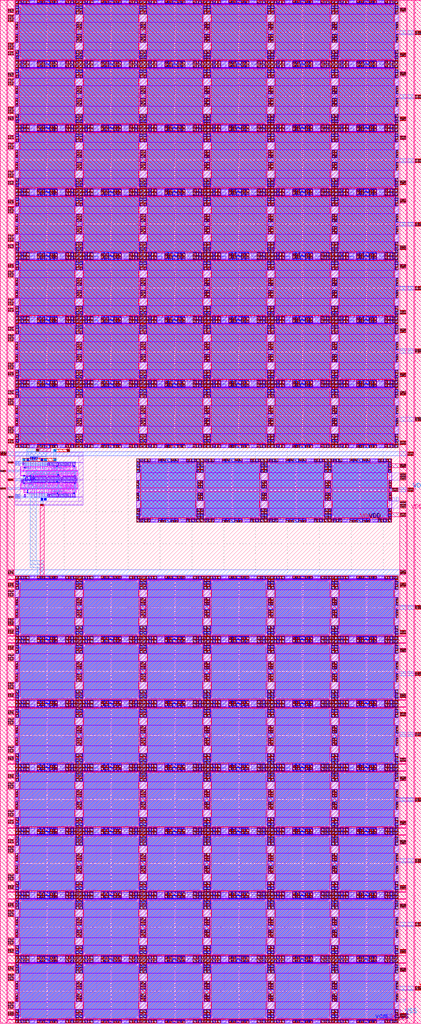
<source format=lef>
VERSION 5.7 ;
  NOWIREEXTENSIONATPIN ON ;
  DIVIDERCHAR "/" ;
  BUSBITCHARS "[]" ;
MACRO adc_vcm_generator
  CLASS CORE ;
  FOREIGN adc_vcm_generator ;
  ORIGIN 0.000 0.000 ;
  SIZE 131.850 BY 320.000 ;
  PIN VDD
    DIRECTION INOUT ;
    USE POWER ;
    PORT
      LAYER nwell ;
        RECT 6.910 174.150 7.750 174.155 ;
        RECT 12.155 174.150 14.705 174.155 ;
        RECT 6.395 172.925 23.795 174.150 ;
        RECT 6.395 171.320 24.255 172.925 ;
        RECT 6.395 167.105 24.255 168.710 ;
        RECT 7.315 165.885 23.795 167.105 ;
        RECT 7.315 165.880 9.625 165.885 ;
        RECT 14.675 165.880 23.795 165.885 ;
      LAYER li1 ;
        RECT 43.835 174.260 47.835 174.460 ;
        RECT 7.185 172.825 7.475 173.990 ;
        RECT 7.100 172.655 7.560 172.825 ;
        RECT 14.950 172.820 15.240 173.985 ;
        RECT 15.560 172.820 15.890 173.970 ;
        RECT 16.400 172.820 16.730 173.620 ;
        RECT 17.250 172.820 17.490 173.620 ;
        RECT 18.320 172.820 18.650 173.970 ;
        RECT 19.160 172.820 19.490 173.620 ;
        RECT 20.010 172.820 20.250 173.620 ;
        RECT 21.675 172.820 21.885 173.960 ;
        RECT 23.055 172.820 23.265 173.960 ;
        RECT 43.835 173.660 44.235 174.260 ;
        RECT 43.835 173.460 47.835 173.660 ;
        RECT 43.835 172.860 44.235 173.460 ;
        RECT 7.965 172.650 24.065 172.820 ;
        RECT 43.835 172.660 47.835 172.860 ;
        RECT 8.050 171.485 8.340 172.650 ;
        RECT 8.510 171.510 8.770 172.650 ;
        RECT 9.440 171.510 9.720 172.650 ;
        RECT 10.500 172.225 10.885 172.650 ;
        RECT 11.915 172.225 12.300 172.650 ;
        RECT 13.330 172.225 13.715 172.650 ;
        RECT 15.100 172.225 15.485 172.650 ;
        RECT 16.515 172.225 16.900 172.650 ;
        RECT 17.930 172.225 18.315 172.650 ;
        RECT 19.700 172.225 20.085 172.650 ;
        RECT 21.115 172.225 21.500 172.650 ;
        RECT 22.530 172.225 22.915 172.650 ;
        RECT 23.690 171.485 23.980 172.650 ;
        RECT 43.835 172.060 44.235 172.660 ;
        RECT 43.835 171.860 47.835 172.060 ;
        RECT 43.835 171.260 44.235 171.860 ;
        RECT 43.835 171.060 47.835 171.260 ;
        RECT 43.835 170.460 44.235 171.060 ;
        RECT 43.835 170.260 47.835 170.460 ;
        RECT 43.835 169.660 44.235 170.260 ;
        RECT 43.835 169.460 47.835 169.660 ;
        RECT 43.835 168.860 44.235 169.460 ;
        RECT 43.835 168.660 47.835 168.860 ;
        RECT 6.670 167.380 6.960 168.545 ;
        RECT 7.385 167.380 7.595 168.520 ;
        RECT 8.510 167.380 8.790 168.520 ;
        RECT 9.460 167.380 9.720 168.520 ;
        RECT 10.500 167.380 10.885 167.805 ;
        RECT 11.915 167.380 12.300 167.805 ;
        RECT 13.330 167.380 13.715 167.805 ;
        RECT 15.100 167.380 15.485 167.805 ;
        RECT 16.515 167.380 16.900 167.805 ;
        RECT 17.930 167.380 18.315 167.805 ;
        RECT 19.700 167.380 20.085 167.805 ;
        RECT 21.115 167.380 21.500 167.805 ;
        RECT 22.530 167.380 22.915 167.805 ;
        RECT 23.690 167.380 23.980 168.545 ;
        RECT 43.835 168.060 44.235 168.660 ;
        RECT 43.835 167.860 47.835 168.060 ;
        RECT 6.585 167.210 24.065 167.380 ;
        RECT 43.835 167.260 44.235 167.860 ;
        RECT 7.590 166.045 7.880 167.210 ;
        RECT 10.570 166.560 10.745 167.210 ;
        RECT 10.575 164.605 10.745 166.560 ;
        RECT 14.950 166.045 15.240 167.210 ;
        RECT 15.560 166.060 15.890 167.210 ;
        RECT 16.400 166.410 16.730 167.210 ;
        RECT 17.250 166.410 17.490 167.210 ;
        RECT 18.320 166.060 18.650 167.210 ;
        RECT 19.160 166.410 19.490 167.210 ;
        RECT 20.010 166.410 20.250 167.210 ;
        RECT 21.675 166.070 21.885 167.210 ;
        RECT 23.055 166.070 23.265 167.210 ;
        RECT 43.835 167.060 47.835 167.260 ;
        RECT 43.835 166.860 44.235 167.060 ;
        RECT 48.585 166.860 48.785 174.460 ;
        RECT 49.385 166.860 49.585 174.460 ;
        RECT 50.185 166.860 50.385 174.460 ;
        RECT 50.985 166.860 51.185 174.460 ;
        RECT 51.785 166.860 51.985 174.460 ;
        RECT 43.835 166.460 51.985 166.860 ;
        RECT 43.835 166.260 44.235 166.460 ;
        RECT 43.835 166.060 47.835 166.260 ;
        RECT 43.835 165.460 44.235 166.060 ;
        RECT 43.835 165.260 47.835 165.460 ;
        RECT 43.835 164.660 44.235 165.260 ;
        RECT 43.835 164.460 47.835 164.660 ;
        RECT 43.835 163.860 44.235 164.460 ;
        RECT 43.835 163.660 47.835 163.860 ;
        RECT 43.835 163.060 44.235 163.660 ;
        RECT 43.835 162.860 47.835 163.060 ;
        RECT 43.835 162.260 44.235 162.860 ;
        RECT 43.835 162.060 47.835 162.260 ;
        RECT 43.835 161.460 44.235 162.060 ;
        RECT 43.835 161.260 47.835 161.460 ;
        RECT 43.835 160.660 44.235 161.260 ;
        RECT 43.835 160.460 47.835 160.660 ;
        RECT 43.835 159.860 44.235 160.460 ;
        RECT 43.835 159.660 47.835 159.860 ;
        RECT 43.835 159.060 44.235 159.660 ;
        RECT 43.835 158.860 47.835 159.060 ;
        RECT 48.585 158.860 48.785 166.460 ;
        RECT 49.385 158.860 49.585 166.460 ;
        RECT 50.185 158.860 50.385 166.460 ;
        RECT 50.985 158.860 51.185 166.460 ;
        RECT 51.785 158.860 51.985 166.460 ;
        RECT 53.285 166.860 53.485 174.460 ;
        RECT 54.085 166.860 54.285 174.460 ;
        RECT 54.885 166.860 55.085 174.460 ;
        RECT 55.685 166.860 55.885 174.460 ;
        RECT 56.485 166.860 56.685 174.460 ;
        RECT 57.435 174.260 61.435 174.460 ;
        RECT 61.035 173.660 61.435 174.260 ;
        RECT 57.435 173.460 61.435 173.660 ;
        RECT 61.035 172.860 61.435 173.460 ;
        RECT 57.435 172.660 61.435 172.860 ;
        RECT 61.035 172.060 61.435 172.660 ;
        RECT 57.435 171.860 61.435 172.060 ;
        RECT 61.035 171.260 61.435 171.860 ;
        RECT 57.435 171.060 61.435 171.260 ;
        RECT 61.035 170.460 61.435 171.060 ;
        RECT 57.435 170.260 61.435 170.460 ;
        RECT 61.035 169.660 61.435 170.260 ;
        RECT 57.435 169.460 61.435 169.660 ;
        RECT 61.035 168.860 61.435 169.460 ;
        RECT 57.435 168.660 61.435 168.860 ;
        RECT 61.035 168.060 61.435 168.660 ;
        RECT 57.435 167.860 61.435 168.060 ;
        RECT 61.035 167.260 61.435 167.860 ;
        RECT 57.435 167.060 61.435 167.260 ;
        RECT 61.035 166.860 61.435 167.060 ;
        RECT 53.285 166.460 61.435 166.860 ;
        RECT 53.285 158.860 53.485 166.460 ;
        RECT 54.085 158.860 54.285 166.460 ;
        RECT 54.885 158.860 55.085 166.460 ;
        RECT 55.685 158.860 55.885 166.460 ;
        RECT 56.485 158.860 56.685 166.460 ;
        RECT 61.035 166.260 61.435 166.460 ;
        RECT 57.435 166.060 61.435 166.260 ;
        RECT 61.035 165.460 61.435 166.060 ;
        RECT 57.435 165.260 61.435 165.460 ;
        RECT 61.035 164.660 61.435 165.260 ;
        RECT 57.435 164.460 61.435 164.660 ;
        RECT 61.035 163.860 61.435 164.460 ;
        RECT 57.435 163.660 61.435 163.860 ;
        RECT 61.035 163.060 61.435 163.660 ;
        RECT 57.435 162.860 61.435 163.060 ;
        RECT 61.035 162.260 61.435 162.860 ;
        RECT 57.435 162.060 61.435 162.260 ;
        RECT 61.035 161.460 61.435 162.060 ;
        RECT 57.435 161.260 61.435 161.460 ;
        RECT 61.035 160.660 61.435 161.260 ;
        RECT 57.435 160.460 61.435 160.660 ;
        RECT 61.035 159.860 61.435 160.460 ;
        RECT 57.435 159.660 61.435 159.860 ;
        RECT 61.035 159.060 61.435 159.660 ;
        RECT 57.435 158.860 61.435 159.060 ;
        RECT 63.835 174.260 67.835 174.460 ;
        RECT 63.835 173.660 64.235 174.260 ;
        RECT 63.835 173.460 67.835 173.660 ;
        RECT 63.835 172.860 64.235 173.460 ;
        RECT 63.835 172.660 67.835 172.860 ;
        RECT 63.835 172.060 64.235 172.660 ;
        RECT 63.835 171.860 67.835 172.060 ;
        RECT 63.835 171.260 64.235 171.860 ;
        RECT 63.835 171.060 67.835 171.260 ;
        RECT 63.835 170.460 64.235 171.060 ;
        RECT 63.835 170.260 67.835 170.460 ;
        RECT 63.835 169.660 64.235 170.260 ;
        RECT 63.835 169.460 67.835 169.660 ;
        RECT 63.835 168.860 64.235 169.460 ;
        RECT 63.835 168.660 67.835 168.860 ;
        RECT 63.835 168.060 64.235 168.660 ;
        RECT 63.835 167.860 67.835 168.060 ;
        RECT 63.835 167.260 64.235 167.860 ;
        RECT 63.835 167.060 67.835 167.260 ;
        RECT 63.835 166.860 64.235 167.060 ;
        RECT 68.585 166.860 68.785 174.460 ;
        RECT 69.385 166.860 69.585 174.460 ;
        RECT 70.185 166.860 70.385 174.460 ;
        RECT 70.985 166.860 71.185 174.460 ;
        RECT 71.785 166.860 71.985 174.460 ;
        RECT 63.835 166.460 71.985 166.860 ;
        RECT 63.835 166.260 64.235 166.460 ;
        RECT 63.835 166.060 67.835 166.260 ;
        RECT 63.835 165.460 64.235 166.060 ;
        RECT 63.835 165.260 67.835 165.460 ;
        RECT 63.835 164.660 64.235 165.260 ;
        RECT 63.835 164.460 67.835 164.660 ;
        RECT 63.835 163.860 64.235 164.460 ;
        RECT 63.835 163.660 67.835 163.860 ;
        RECT 63.835 163.060 64.235 163.660 ;
        RECT 63.835 162.860 67.835 163.060 ;
        RECT 63.835 162.260 64.235 162.860 ;
        RECT 63.835 162.060 67.835 162.260 ;
        RECT 63.835 161.460 64.235 162.060 ;
        RECT 63.835 161.260 67.835 161.460 ;
        RECT 63.835 160.660 64.235 161.260 ;
        RECT 63.835 160.460 67.835 160.660 ;
        RECT 63.835 159.860 64.235 160.460 ;
        RECT 63.835 159.660 67.835 159.860 ;
        RECT 63.835 159.060 64.235 159.660 ;
        RECT 63.835 158.860 67.835 159.060 ;
        RECT 68.585 158.860 68.785 166.460 ;
        RECT 69.385 158.860 69.585 166.460 ;
        RECT 70.185 158.860 70.385 166.460 ;
        RECT 70.985 158.860 71.185 166.460 ;
        RECT 71.785 158.860 71.985 166.460 ;
        RECT 73.285 166.860 73.485 174.460 ;
        RECT 74.085 166.860 74.285 174.460 ;
        RECT 74.885 166.860 75.085 174.460 ;
        RECT 75.685 166.860 75.885 174.460 ;
        RECT 76.485 166.860 76.685 174.460 ;
        RECT 77.435 174.260 81.435 174.460 ;
        RECT 81.035 173.660 81.435 174.260 ;
        RECT 77.435 173.460 81.435 173.660 ;
        RECT 81.035 172.860 81.435 173.460 ;
        RECT 77.435 172.660 81.435 172.860 ;
        RECT 81.035 172.060 81.435 172.660 ;
        RECT 77.435 171.860 81.435 172.060 ;
        RECT 81.035 171.260 81.435 171.860 ;
        RECT 77.435 171.060 81.435 171.260 ;
        RECT 81.035 170.460 81.435 171.060 ;
        RECT 77.435 170.260 81.435 170.460 ;
        RECT 81.035 169.660 81.435 170.260 ;
        RECT 77.435 169.460 81.435 169.660 ;
        RECT 81.035 168.860 81.435 169.460 ;
        RECT 77.435 168.660 81.435 168.860 ;
        RECT 81.035 168.060 81.435 168.660 ;
        RECT 77.435 167.860 81.435 168.060 ;
        RECT 81.035 167.260 81.435 167.860 ;
        RECT 77.435 167.060 81.435 167.260 ;
        RECT 81.035 166.860 81.435 167.060 ;
        RECT 73.285 166.460 81.435 166.860 ;
        RECT 73.285 158.860 73.485 166.460 ;
        RECT 74.085 158.860 74.285 166.460 ;
        RECT 74.885 158.860 75.085 166.460 ;
        RECT 75.685 158.860 75.885 166.460 ;
        RECT 76.485 158.860 76.685 166.460 ;
        RECT 81.035 166.260 81.435 166.460 ;
        RECT 77.435 166.060 81.435 166.260 ;
        RECT 81.035 165.460 81.435 166.060 ;
        RECT 77.435 165.260 81.435 165.460 ;
        RECT 81.035 164.660 81.435 165.260 ;
        RECT 77.435 164.460 81.435 164.660 ;
        RECT 81.035 163.860 81.435 164.460 ;
        RECT 77.435 163.660 81.435 163.860 ;
        RECT 81.035 163.060 81.435 163.660 ;
        RECT 77.435 162.860 81.435 163.060 ;
        RECT 81.035 162.260 81.435 162.860 ;
        RECT 77.435 162.060 81.435 162.260 ;
        RECT 81.035 161.460 81.435 162.060 ;
        RECT 77.435 161.260 81.435 161.460 ;
        RECT 81.035 160.660 81.435 161.260 ;
        RECT 77.435 160.460 81.435 160.660 ;
        RECT 81.035 159.860 81.435 160.460 ;
        RECT 77.435 159.660 81.435 159.860 ;
        RECT 81.035 159.060 81.435 159.660 ;
        RECT 77.435 158.860 81.435 159.060 ;
        RECT 83.835 174.260 87.835 174.460 ;
        RECT 83.835 173.660 84.235 174.260 ;
        RECT 83.835 173.460 87.835 173.660 ;
        RECT 83.835 172.860 84.235 173.460 ;
        RECT 83.835 172.660 87.835 172.860 ;
        RECT 83.835 172.060 84.235 172.660 ;
        RECT 83.835 171.860 87.835 172.060 ;
        RECT 83.835 171.260 84.235 171.860 ;
        RECT 83.835 171.060 87.835 171.260 ;
        RECT 83.835 170.460 84.235 171.060 ;
        RECT 83.835 170.260 87.835 170.460 ;
        RECT 83.835 169.660 84.235 170.260 ;
        RECT 83.835 169.460 87.835 169.660 ;
        RECT 83.835 168.860 84.235 169.460 ;
        RECT 83.835 168.660 87.835 168.860 ;
        RECT 83.835 168.060 84.235 168.660 ;
        RECT 83.835 167.860 87.835 168.060 ;
        RECT 83.835 167.260 84.235 167.860 ;
        RECT 83.835 167.060 87.835 167.260 ;
        RECT 83.835 166.860 84.235 167.060 ;
        RECT 88.585 166.860 88.785 174.460 ;
        RECT 89.385 166.860 89.585 174.460 ;
        RECT 90.185 166.860 90.385 174.460 ;
        RECT 90.985 166.860 91.185 174.460 ;
        RECT 91.785 166.860 91.985 174.460 ;
        RECT 83.835 166.460 91.985 166.860 ;
        RECT 83.835 166.260 84.235 166.460 ;
        RECT 83.835 166.060 87.835 166.260 ;
        RECT 83.835 165.460 84.235 166.060 ;
        RECT 83.835 165.260 87.835 165.460 ;
        RECT 83.835 164.660 84.235 165.260 ;
        RECT 83.835 164.460 87.835 164.660 ;
        RECT 83.835 163.860 84.235 164.460 ;
        RECT 83.835 163.660 87.835 163.860 ;
        RECT 83.835 163.060 84.235 163.660 ;
        RECT 83.835 162.860 87.835 163.060 ;
        RECT 83.835 162.260 84.235 162.860 ;
        RECT 83.835 162.060 87.835 162.260 ;
        RECT 83.835 161.460 84.235 162.060 ;
        RECT 83.835 161.260 87.835 161.460 ;
        RECT 83.835 160.660 84.235 161.260 ;
        RECT 83.835 160.460 87.835 160.660 ;
        RECT 83.835 159.860 84.235 160.460 ;
        RECT 83.835 159.660 87.835 159.860 ;
        RECT 83.835 159.060 84.235 159.660 ;
        RECT 83.835 158.860 87.835 159.060 ;
        RECT 88.585 158.860 88.785 166.460 ;
        RECT 89.385 158.860 89.585 166.460 ;
        RECT 90.185 158.860 90.385 166.460 ;
        RECT 90.985 158.860 91.185 166.460 ;
        RECT 91.785 158.860 91.985 166.460 ;
        RECT 93.285 166.860 93.485 174.460 ;
        RECT 94.085 166.860 94.285 174.460 ;
        RECT 94.885 166.860 95.085 174.460 ;
        RECT 95.685 166.860 95.885 174.460 ;
        RECT 96.485 166.860 96.685 174.460 ;
        RECT 97.435 174.260 101.435 174.460 ;
        RECT 101.035 173.660 101.435 174.260 ;
        RECT 97.435 173.460 101.435 173.660 ;
        RECT 101.035 172.860 101.435 173.460 ;
        RECT 97.435 172.660 101.435 172.860 ;
        RECT 101.035 172.060 101.435 172.660 ;
        RECT 97.435 171.860 101.435 172.060 ;
        RECT 101.035 171.260 101.435 171.860 ;
        RECT 97.435 171.060 101.435 171.260 ;
        RECT 101.035 170.460 101.435 171.060 ;
        RECT 97.435 170.260 101.435 170.460 ;
        RECT 101.035 169.660 101.435 170.260 ;
        RECT 97.435 169.460 101.435 169.660 ;
        RECT 101.035 168.860 101.435 169.460 ;
        RECT 97.435 168.660 101.435 168.860 ;
        RECT 101.035 168.060 101.435 168.660 ;
        RECT 97.435 167.860 101.435 168.060 ;
        RECT 101.035 167.260 101.435 167.860 ;
        RECT 97.435 167.060 101.435 167.260 ;
        RECT 101.035 166.860 101.435 167.060 ;
        RECT 93.285 166.460 101.435 166.860 ;
        RECT 93.285 158.860 93.485 166.460 ;
        RECT 94.085 158.860 94.285 166.460 ;
        RECT 94.885 158.860 95.085 166.460 ;
        RECT 95.685 158.860 95.885 166.460 ;
        RECT 96.485 158.860 96.685 166.460 ;
        RECT 101.035 166.260 101.435 166.460 ;
        RECT 97.435 166.060 101.435 166.260 ;
        RECT 101.035 165.460 101.435 166.060 ;
        RECT 97.435 165.260 101.435 165.460 ;
        RECT 101.035 164.660 101.435 165.260 ;
        RECT 97.435 164.460 101.435 164.660 ;
        RECT 101.035 163.860 101.435 164.460 ;
        RECT 97.435 163.660 101.435 163.860 ;
        RECT 101.035 163.060 101.435 163.660 ;
        RECT 97.435 162.860 101.435 163.060 ;
        RECT 101.035 162.260 101.435 162.860 ;
        RECT 97.435 162.060 101.435 162.260 ;
        RECT 101.035 161.460 101.435 162.060 ;
        RECT 97.435 161.260 101.435 161.460 ;
        RECT 101.035 160.660 101.435 161.260 ;
        RECT 97.435 160.460 101.435 160.660 ;
        RECT 101.035 159.860 101.435 160.460 ;
        RECT 97.435 159.660 101.435 159.860 ;
        RECT 101.035 159.060 101.435 159.660 ;
        RECT 97.435 158.860 101.435 159.060 ;
        RECT 103.835 174.260 107.835 174.460 ;
        RECT 103.835 173.660 104.235 174.260 ;
        RECT 103.835 173.460 107.835 173.660 ;
        RECT 103.835 172.860 104.235 173.460 ;
        RECT 103.835 172.660 107.835 172.860 ;
        RECT 103.835 172.060 104.235 172.660 ;
        RECT 103.835 171.860 107.835 172.060 ;
        RECT 103.835 171.260 104.235 171.860 ;
        RECT 103.835 171.060 107.835 171.260 ;
        RECT 103.835 170.460 104.235 171.060 ;
        RECT 103.835 170.260 107.835 170.460 ;
        RECT 103.835 169.660 104.235 170.260 ;
        RECT 103.835 169.460 107.835 169.660 ;
        RECT 103.835 168.860 104.235 169.460 ;
        RECT 103.835 168.660 107.835 168.860 ;
        RECT 103.835 168.060 104.235 168.660 ;
        RECT 103.835 167.860 107.835 168.060 ;
        RECT 103.835 167.260 104.235 167.860 ;
        RECT 103.835 167.060 107.835 167.260 ;
        RECT 103.835 166.860 104.235 167.060 ;
        RECT 108.585 166.860 108.785 174.460 ;
        RECT 109.385 166.860 109.585 174.460 ;
        RECT 110.185 166.860 110.385 174.460 ;
        RECT 110.985 166.860 111.185 174.460 ;
        RECT 111.785 166.860 111.985 174.460 ;
        RECT 103.835 166.460 111.985 166.860 ;
        RECT 103.835 166.260 104.235 166.460 ;
        RECT 103.835 166.060 107.835 166.260 ;
        RECT 103.835 165.460 104.235 166.060 ;
        RECT 103.835 165.260 107.835 165.460 ;
        RECT 103.835 164.660 104.235 165.260 ;
        RECT 103.835 164.460 107.835 164.660 ;
        RECT 103.835 163.860 104.235 164.460 ;
        RECT 103.835 163.660 107.835 163.860 ;
        RECT 103.835 163.060 104.235 163.660 ;
        RECT 103.835 162.860 107.835 163.060 ;
        RECT 103.835 162.260 104.235 162.860 ;
        RECT 103.835 162.060 107.835 162.260 ;
        RECT 103.835 161.460 104.235 162.060 ;
        RECT 103.835 161.260 107.835 161.460 ;
        RECT 103.835 160.660 104.235 161.260 ;
        RECT 103.835 160.460 107.835 160.660 ;
        RECT 103.835 159.860 104.235 160.460 ;
        RECT 103.835 159.660 107.835 159.860 ;
        RECT 103.835 159.060 104.235 159.660 ;
        RECT 103.835 158.860 107.835 159.060 ;
        RECT 108.585 158.860 108.785 166.460 ;
        RECT 109.385 158.860 109.585 166.460 ;
        RECT 110.185 158.860 110.385 166.460 ;
        RECT 110.985 158.860 111.185 166.460 ;
        RECT 111.785 158.860 111.985 166.460 ;
        RECT 113.285 166.860 113.485 174.460 ;
        RECT 114.085 166.860 114.285 174.460 ;
        RECT 114.885 166.860 115.085 174.460 ;
        RECT 115.685 166.860 115.885 174.460 ;
        RECT 116.485 166.860 116.685 174.460 ;
        RECT 117.435 174.260 121.435 174.460 ;
        RECT 121.035 173.660 121.435 174.260 ;
        RECT 117.435 173.460 121.435 173.660 ;
        RECT 121.035 172.860 121.435 173.460 ;
        RECT 117.435 172.660 121.435 172.860 ;
        RECT 121.035 172.060 121.435 172.660 ;
        RECT 117.435 171.860 121.435 172.060 ;
        RECT 121.035 171.260 121.435 171.860 ;
        RECT 117.435 171.060 121.435 171.260 ;
        RECT 121.035 170.460 121.435 171.060 ;
        RECT 117.435 170.260 121.435 170.460 ;
        RECT 121.035 169.660 121.435 170.260 ;
        RECT 117.435 169.460 121.435 169.660 ;
        RECT 121.035 168.860 121.435 169.460 ;
        RECT 117.435 168.660 121.435 168.860 ;
        RECT 121.035 168.060 121.435 168.660 ;
        RECT 117.435 167.860 121.435 168.060 ;
        RECT 121.035 167.260 121.435 167.860 ;
        RECT 117.435 167.060 121.435 167.260 ;
        RECT 121.035 166.860 121.435 167.060 ;
        RECT 113.285 166.460 121.435 166.860 ;
        RECT 113.285 158.860 113.485 166.460 ;
        RECT 114.085 158.860 114.285 166.460 ;
        RECT 114.885 158.860 115.085 166.460 ;
        RECT 115.685 158.860 115.885 166.460 ;
        RECT 116.485 158.860 116.685 166.460 ;
        RECT 121.035 166.260 121.435 166.460 ;
        RECT 117.435 166.060 121.435 166.260 ;
        RECT 121.035 165.460 121.435 166.060 ;
        RECT 117.435 165.260 121.435 165.460 ;
        RECT 121.035 164.660 121.435 165.260 ;
        RECT 117.435 164.460 121.435 164.660 ;
        RECT 121.035 163.860 121.435 164.460 ;
        RECT 117.435 163.660 121.435 163.860 ;
        RECT 121.035 163.060 121.435 163.660 ;
        RECT 117.435 162.860 121.435 163.060 ;
        RECT 121.035 162.260 121.435 162.860 ;
        RECT 117.435 162.060 121.435 162.260 ;
        RECT 121.035 161.460 121.435 162.060 ;
        RECT 117.435 161.260 121.435 161.460 ;
        RECT 121.035 160.660 121.435 161.260 ;
        RECT 117.435 160.460 121.435 160.660 ;
        RECT 121.035 159.860 121.435 160.460 ;
        RECT 117.435 159.660 121.435 159.860 ;
        RECT 121.035 159.060 121.435 159.660 ;
        RECT 117.435 158.860 121.435 159.060 ;
      LAYER mcon ;
        RECT 7.245 172.655 7.415 172.825 ;
        RECT 8.110 172.650 8.280 172.820 ;
        RECT 8.570 172.650 8.740 172.820 ;
        RECT 9.030 172.650 9.200 172.820 ;
        RECT 9.490 172.650 9.660 172.820 ;
        RECT 9.950 172.650 10.120 172.820 ;
        RECT 10.410 172.650 10.580 172.820 ;
        RECT 10.870 172.650 11.040 172.820 ;
        RECT 11.330 172.650 11.500 172.820 ;
        RECT 11.790 172.650 11.960 172.820 ;
        RECT 12.250 172.650 12.420 172.820 ;
        RECT 12.710 172.650 12.880 172.820 ;
        RECT 13.170 172.650 13.340 172.820 ;
        RECT 13.630 172.650 13.800 172.820 ;
        RECT 14.090 172.650 14.260 172.820 ;
        RECT 14.550 172.650 14.720 172.820 ;
        RECT 15.010 172.650 15.180 172.820 ;
        RECT 15.470 172.650 15.640 172.820 ;
        RECT 15.930 172.650 16.100 172.820 ;
        RECT 16.390 172.650 16.560 172.820 ;
        RECT 16.850 172.650 17.020 172.820 ;
        RECT 17.310 172.650 17.480 172.820 ;
        RECT 17.770 172.650 17.940 172.820 ;
        RECT 18.230 172.650 18.400 172.820 ;
        RECT 18.690 172.650 18.860 172.820 ;
        RECT 19.150 172.650 19.320 172.820 ;
        RECT 19.610 172.650 19.780 172.820 ;
        RECT 20.070 172.650 20.240 172.820 ;
        RECT 20.530 172.650 20.700 172.820 ;
        RECT 20.990 172.650 21.160 172.820 ;
        RECT 21.450 172.650 21.620 172.820 ;
        RECT 21.910 172.650 22.080 172.820 ;
        RECT 22.370 172.650 22.540 172.820 ;
        RECT 22.830 172.650 23.000 172.820 ;
        RECT 23.290 172.650 23.460 172.820 ;
        RECT 23.750 172.650 23.920 172.820 ;
        RECT 43.885 170.960 44.185 171.410 ;
        RECT 43.885 170.210 44.185 170.660 ;
        RECT 43.885 169.460 44.185 169.910 ;
        RECT 43.885 168.710 44.185 169.160 ;
        RECT 43.885 167.960 44.185 168.410 ;
        RECT 6.730 167.210 6.900 167.380 ;
        RECT 7.190 167.210 7.360 167.380 ;
        RECT 7.650 167.210 7.820 167.380 ;
        RECT 8.110 167.210 8.280 167.380 ;
        RECT 8.570 167.210 8.740 167.380 ;
        RECT 9.030 167.210 9.200 167.380 ;
        RECT 9.490 167.210 9.660 167.380 ;
        RECT 9.950 167.210 10.120 167.380 ;
        RECT 10.410 167.210 10.580 167.380 ;
        RECT 10.870 167.210 11.040 167.380 ;
        RECT 11.330 167.210 11.500 167.380 ;
        RECT 11.790 167.210 11.960 167.380 ;
        RECT 12.250 167.210 12.420 167.380 ;
        RECT 12.710 167.210 12.880 167.380 ;
        RECT 13.170 167.210 13.340 167.380 ;
        RECT 13.630 167.210 13.800 167.380 ;
        RECT 14.090 167.210 14.260 167.380 ;
        RECT 14.550 167.210 14.720 167.380 ;
        RECT 15.010 167.210 15.180 167.380 ;
        RECT 15.470 167.210 15.640 167.380 ;
        RECT 15.930 167.210 16.100 167.380 ;
        RECT 16.390 167.210 16.560 167.380 ;
        RECT 16.850 167.210 17.020 167.380 ;
        RECT 17.310 167.210 17.480 167.380 ;
        RECT 17.770 167.210 17.940 167.380 ;
        RECT 18.230 167.210 18.400 167.380 ;
        RECT 18.690 167.210 18.860 167.380 ;
        RECT 19.150 167.210 19.320 167.380 ;
        RECT 19.610 167.210 19.780 167.380 ;
        RECT 20.070 167.210 20.240 167.380 ;
        RECT 20.530 167.210 20.700 167.380 ;
        RECT 20.990 167.210 21.160 167.380 ;
        RECT 21.450 167.210 21.620 167.380 ;
        RECT 21.910 167.210 22.080 167.380 ;
        RECT 22.370 167.210 22.540 167.380 ;
        RECT 22.830 167.210 23.000 167.380 ;
        RECT 23.290 167.210 23.460 167.380 ;
        RECT 23.750 167.210 23.920 167.380 ;
        RECT 43.885 167.210 44.185 167.660 ;
        RECT 43.885 166.460 44.185 166.910 ;
        RECT 43.885 165.710 44.185 166.160 ;
        RECT 43.885 164.960 44.185 165.410 ;
        RECT 43.885 164.210 44.185 164.660 ;
        RECT 43.885 163.460 44.185 163.910 ;
        RECT 43.885 162.710 44.185 163.160 ;
        RECT 43.885 161.960 44.185 162.410 ;
        RECT 61.085 170.960 61.385 171.410 ;
        RECT 61.085 170.210 61.385 170.660 ;
        RECT 61.085 169.460 61.385 169.910 ;
        RECT 61.085 168.710 61.385 169.160 ;
        RECT 61.085 167.960 61.385 168.410 ;
        RECT 61.085 167.210 61.385 167.660 ;
        RECT 61.085 166.460 61.385 166.910 ;
        RECT 61.085 165.710 61.385 166.160 ;
        RECT 61.085 164.960 61.385 165.410 ;
        RECT 61.085 164.210 61.385 164.660 ;
        RECT 61.085 163.460 61.385 163.910 ;
        RECT 61.085 162.710 61.385 163.160 ;
        RECT 61.085 161.960 61.385 162.410 ;
        RECT 63.885 170.960 64.185 171.410 ;
        RECT 63.885 170.210 64.185 170.660 ;
        RECT 63.885 169.460 64.185 169.910 ;
        RECT 63.885 168.710 64.185 169.160 ;
        RECT 63.885 167.960 64.185 168.410 ;
        RECT 63.885 167.210 64.185 167.660 ;
        RECT 63.885 166.460 64.185 166.910 ;
        RECT 63.885 165.710 64.185 166.160 ;
        RECT 63.885 164.960 64.185 165.410 ;
        RECT 63.885 164.210 64.185 164.660 ;
        RECT 63.885 163.460 64.185 163.910 ;
        RECT 63.885 162.710 64.185 163.160 ;
        RECT 63.885 161.960 64.185 162.410 ;
        RECT 81.085 170.960 81.385 171.410 ;
        RECT 81.085 170.210 81.385 170.660 ;
        RECT 81.085 169.460 81.385 169.910 ;
        RECT 81.085 168.710 81.385 169.160 ;
        RECT 81.085 167.960 81.385 168.410 ;
        RECT 81.085 167.210 81.385 167.660 ;
        RECT 81.085 166.460 81.385 166.910 ;
        RECT 81.085 165.710 81.385 166.160 ;
        RECT 81.085 164.960 81.385 165.410 ;
        RECT 81.085 164.210 81.385 164.660 ;
        RECT 81.085 163.460 81.385 163.910 ;
        RECT 81.085 162.710 81.385 163.160 ;
        RECT 81.085 161.960 81.385 162.410 ;
        RECT 83.885 170.960 84.185 171.410 ;
        RECT 83.885 170.210 84.185 170.660 ;
        RECT 83.885 169.460 84.185 169.910 ;
        RECT 83.885 168.710 84.185 169.160 ;
        RECT 83.885 167.960 84.185 168.410 ;
        RECT 83.885 167.210 84.185 167.660 ;
        RECT 83.885 166.460 84.185 166.910 ;
        RECT 83.885 165.710 84.185 166.160 ;
        RECT 83.885 164.960 84.185 165.410 ;
        RECT 83.885 164.210 84.185 164.660 ;
        RECT 83.885 163.460 84.185 163.910 ;
        RECT 83.885 162.710 84.185 163.160 ;
        RECT 83.885 161.960 84.185 162.410 ;
        RECT 101.085 170.960 101.385 171.410 ;
        RECT 101.085 170.210 101.385 170.660 ;
        RECT 101.085 169.460 101.385 169.910 ;
        RECT 101.085 168.710 101.385 169.160 ;
        RECT 101.085 167.960 101.385 168.410 ;
        RECT 101.085 167.210 101.385 167.660 ;
        RECT 101.085 166.460 101.385 166.910 ;
        RECT 101.085 165.710 101.385 166.160 ;
        RECT 101.085 164.960 101.385 165.410 ;
        RECT 101.085 164.210 101.385 164.660 ;
        RECT 101.085 163.460 101.385 163.910 ;
        RECT 101.085 162.710 101.385 163.160 ;
        RECT 101.085 161.960 101.385 162.410 ;
        RECT 103.885 170.960 104.185 171.410 ;
        RECT 103.885 170.210 104.185 170.660 ;
        RECT 103.885 169.460 104.185 169.910 ;
        RECT 103.885 168.710 104.185 169.160 ;
        RECT 103.885 167.960 104.185 168.410 ;
        RECT 103.885 167.210 104.185 167.660 ;
        RECT 103.885 166.460 104.185 166.910 ;
        RECT 103.885 165.710 104.185 166.160 ;
        RECT 103.885 164.960 104.185 165.410 ;
        RECT 103.885 164.210 104.185 164.660 ;
        RECT 103.885 163.460 104.185 163.910 ;
        RECT 103.885 162.710 104.185 163.160 ;
        RECT 103.885 161.960 104.185 162.410 ;
        RECT 121.085 170.960 121.385 171.410 ;
        RECT 121.085 170.210 121.385 170.660 ;
        RECT 121.085 169.460 121.385 169.910 ;
        RECT 121.085 168.710 121.385 169.160 ;
        RECT 121.085 167.960 121.385 168.410 ;
        RECT 121.085 167.210 121.385 167.660 ;
        RECT 121.085 166.460 121.385 166.910 ;
        RECT 121.085 165.710 121.385 166.160 ;
        RECT 121.085 164.960 121.385 165.410 ;
        RECT 121.085 164.210 121.385 164.660 ;
        RECT 121.085 163.460 121.385 163.910 ;
        RECT 121.085 162.710 121.385 163.160 ;
        RECT 121.085 161.960 121.385 162.410 ;
      LAYER met1 ;
        RECT 16.435 178.760 22.105 178.765 ;
        RECT 0.000 177.485 129.510 178.760 ;
        RECT 49.435 175.460 55.835 176.660 ;
        RECT 69.435 175.460 75.835 176.660 ;
        RECT 89.435 175.460 95.835 176.660 ;
        RECT 109.435 175.460 115.835 176.660 ;
        RECT 52.135 174.810 53.135 175.460 ;
        RECT 72.135 174.810 73.135 175.460 ;
        RECT 92.135 174.810 93.135 175.460 ;
        RECT 112.135 174.810 113.135 175.460 ;
        RECT 48.785 174.660 56.485 174.810 ;
        RECT 68.785 174.660 76.485 174.810 ;
        RECT 88.785 174.660 96.485 174.810 ;
        RECT 108.785 174.660 116.485 174.810 ;
        RECT 7.100 172.975 7.560 172.980 ;
        RECT 0.000 172.495 24.065 172.975 ;
        RECT 43.835 169.860 44.585 171.660 ;
        RECT 0.000 167.055 24.065 167.535 ;
        RECT 42.635 167.110 44.585 169.860 ;
        RECT 42.635 166.210 42.785 167.110 ;
        RECT 43.435 166.960 44.585 167.110 ;
        RECT 44.735 166.960 44.885 174.510 ;
        RECT 45.335 166.960 45.485 174.510 ;
        RECT 45.935 166.960 46.085 174.510 ;
        RECT 46.535 166.960 46.685 174.510 ;
        RECT 47.135 166.960 47.285 174.510 ;
        RECT 47.735 166.960 47.885 174.510 ;
        RECT 52.135 174.210 53.135 174.660 ;
        RECT 48.785 174.060 56.485 174.210 ;
        RECT 52.135 173.610 53.135 174.060 ;
        RECT 48.785 173.460 56.485 173.610 ;
        RECT 52.135 173.010 53.135 173.460 ;
        RECT 48.785 172.860 56.485 173.010 ;
        RECT 52.135 172.410 53.135 172.860 ;
        RECT 48.785 172.260 56.485 172.410 ;
        RECT 52.135 171.810 53.135 172.260 ;
        RECT 48.785 171.660 56.485 171.810 ;
        RECT 52.135 171.210 53.135 171.660 ;
        RECT 48.785 171.060 56.485 171.210 ;
        RECT 52.135 170.610 53.135 171.060 ;
        RECT 48.785 170.460 56.485 170.610 ;
        RECT 52.135 170.010 53.135 170.460 ;
        RECT 48.785 169.860 56.485 170.010 ;
        RECT 52.135 169.410 53.135 169.860 ;
        RECT 48.785 169.260 56.485 169.410 ;
        RECT 52.135 168.810 53.135 169.260 ;
        RECT 48.785 168.660 56.485 168.810 ;
        RECT 52.135 168.210 53.135 168.660 ;
        RECT 48.785 168.060 56.485 168.210 ;
        RECT 52.135 167.610 53.135 168.060 ;
        RECT 48.785 167.460 56.485 167.610 ;
        RECT 52.135 166.960 53.135 167.460 ;
        RECT 57.385 166.960 57.535 174.510 ;
        RECT 57.985 166.960 58.135 174.510 ;
        RECT 58.585 166.960 58.735 174.510 ;
        RECT 59.185 166.960 59.335 174.510 ;
        RECT 59.785 166.960 59.935 174.510 ;
        RECT 60.385 166.960 60.535 174.510 ;
        RECT 60.685 169.860 61.435 171.660 ;
        RECT 63.835 169.860 64.585 171.660 ;
        RECT 60.685 167.110 64.585 169.860 ;
        RECT 60.685 166.960 61.835 167.110 ;
        RECT 43.435 166.360 61.835 166.960 ;
        RECT 43.435 166.210 44.585 166.360 ;
        RECT 42.635 163.460 44.585 166.210 ;
        RECT 43.835 161.710 44.585 163.460 ;
        RECT 44.735 158.810 44.885 166.360 ;
        RECT 45.335 158.810 45.485 166.360 ;
        RECT 45.935 158.810 46.085 166.360 ;
        RECT 46.535 158.810 46.685 166.360 ;
        RECT 47.135 158.810 47.285 166.360 ;
        RECT 47.735 158.810 47.885 166.360 ;
        RECT 52.135 165.860 53.135 166.360 ;
        RECT 48.785 165.710 56.485 165.860 ;
        RECT 52.135 165.260 53.135 165.710 ;
        RECT 48.785 165.110 56.485 165.260 ;
        RECT 52.135 164.660 53.135 165.110 ;
        RECT 48.785 164.510 56.485 164.660 ;
        RECT 52.135 164.060 53.135 164.510 ;
        RECT 48.785 163.910 56.485 164.060 ;
        RECT 52.135 163.460 53.135 163.910 ;
        RECT 48.785 163.310 56.485 163.460 ;
        RECT 52.135 162.860 53.135 163.310 ;
        RECT 48.785 162.710 56.485 162.860 ;
        RECT 52.135 162.260 53.135 162.710 ;
        RECT 48.785 162.110 56.485 162.260 ;
        RECT 52.135 161.660 53.135 162.110 ;
        RECT 48.785 161.510 56.485 161.660 ;
        RECT 52.135 161.060 53.135 161.510 ;
        RECT 48.785 160.910 56.485 161.060 ;
        RECT 52.135 160.460 53.135 160.910 ;
        RECT 48.785 160.310 56.485 160.460 ;
        RECT 52.135 159.860 53.135 160.310 ;
        RECT 48.785 159.710 56.485 159.860 ;
        RECT 52.135 159.260 53.135 159.710 ;
        RECT 48.785 159.110 56.485 159.260 ;
        RECT 52.135 158.660 53.135 159.110 ;
        RECT 57.385 158.810 57.535 166.360 ;
        RECT 57.985 158.810 58.135 166.360 ;
        RECT 58.585 158.810 58.735 166.360 ;
        RECT 59.185 158.810 59.335 166.360 ;
        RECT 59.785 158.810 59.935 166.360 ;
        RECT 60.385 158.810 60.535 166.360 ;
        RECT 60.685 166.210 61.835 166.360 ;
        RECT 62.485 166.210 62.785 167.110 ;
        RECT 63.435 166.960 64.585 167.110 ;
        RECT 64.735 166.960 64.885 174.510 ;
        RECT 65.335 166.960 65.485 174.510 ;
        RECT 65.935 166.960 66.085 174.510 ;
        RECT 66.535 166.960 66.685 174.510 ;
        RECT 67.135 166.960 67.285 174.510 ;
        RECT 67.735 166.960 67.885 174.510 ;
        RECT 72.135 174.210 73.135 174.660 ;
        RECT 68.785 174.060 76.485 174.210 ;
        RECT 72.135 173.610 73.135 174.060 ;
        RECT 68.785 173.460 76.485 173.610 ;
        RECT 72.135 173.010 73.135 173.460 ;
        RECT 68.785 172.860 76.485 173.010 ;
        RECT 72.135 172.410 73.135 172.860 ;
        RECT 68.785 172.260 76.485 172.410 ;
        RECT 72.135 171.810 73.135 172.260 ;
        RECT 68.785 171.660 76.485 171.810 ;
        RECT 72.135 171.210 73.135 171.660 ;
        RECT 68.785 171.060 76.485 171.210 ;
        RECT 72.135 170.610 73.135 171.060 ;
        RECT 68.785 170.460 76.485 170.610 ;
        RECT 72.135 170.010 73.135 170.460 ;
        RECT 68.785 169.860 76.485 170.010 ;
        RECT 72.135 169.410 73.135 169.860 ;
        RECT 68.785 169.260 76.485 169.410 ;
        RECT 72.135 168.810 73.135 169.260 ;
        RECT 68.785 168.660 76.485 168.810 ;
        RECT 72.135 168.210 73.135 168.660 ;
        RECT 68.785 168.060 76.485 168.210 ;
        RECT 72.135 167.610 73.135 168.060 ;
        RECT 68.785 167.460 76.485 167.610 ;
        RECT 72.135 166.960 73.135 167.460 ;
        RECT 77.385 166.960 77.535 174.510 ;
        RECT 77.985 166.960 78.135 174.510 ;
        RECT 78.585 166.960 78.735 174.510 ;
        RECT 79.185 166.960 79.335 174.510 ;
        RECT 79.785 166.960 79.935 174.510 ;
        RECT 80.385 166.960 80.535 174.510 ;
        RECT 80.685 169.860 81.435 171.660 ;
        RECT 83.835 169.860 84.585 171.660 ;
        RECT 80.685 167.110 84.585 169.860 ;
        RECT 80.685 166.960 81.835 167.110 ;
        RECT 63.435 166.360 81.835 166.960 ;
        RECT 63.435 166.210 64.585 166.360 ;
        RECT 60.685 163.460 64.585 166.210 ;
        RECT 60.685 161.710 61.435 163.460 ;
        RECT 63.835 161.710 64.585 163.460 ;
        RECT 64.735 158.810 64.885 166.360 ;
        RECT 65.335 158.810 65.485 166.360 ;
        RECT 65.935 158.810 66.085 166.360 ;
        RECT 66.535 158.810 66.685 166.360 ;
        RECT 67.135 158.810 67.285 166.360 ;
        RECT 67.735 158.810 67.885 166.360 ;
        RECT 72.135 165.860 73.135 166.360 ;
        RECT 68.785 165.710 76.485 165.860 ;
        RECT 72.135 165.260 73.135 165.710 ;
        RECT 68.785 165.110 76.485 165.260 ;
        RECT 72.135 164.660 73.135 165.110 ;
        RECT 68.785 164.510 76.485 164.660 ;
        RECT 72.135 164.060 73.135 164.510 ;
        RECT 68.785 163.910 76.485 164.060 ;
        RECT 72.135 163.460 73.135 163.910 ;
        RECT 68.785 163.310 76.485 163.460 ;
        RECT 72.135 162.860 73.135 163.310 ;
        RECT 68.785 162.710 76.485 162.860 ;
        RECT 72.135 162.260 73.135 162.710 ;
        RECT 68.785 162.110 76.485 162.260 ;
        RECT 72.135 161.660 73.135 162.110 ;
        RECT 68.785 161.510 76.485 161.660 ;
        RECT 72.135 161.060 73.135 161.510 ;
        RECT 68.785 160.910 76.485 161.060 ;
        RECT 72.135 160.460 73.135 160.910 ;
        RECT 68.785 160.310 76.485 160.460 ;
        RECT 72.135 159.860 73.135 160.310 ;
        RECT 68.785 159.710 76.485 159.860 ;
        RECT 72.135 159.260 73.135 159.710 ;
        RECT 68.785 159.110 76.485 159.260 ;
        RECT 72.135 158.660 73.135 159.110 ;
        RECT 77.385 158.810 77.535 166.360 ;
        RECT 77.985 158.810 78.135 166.360 ;
        RECT 78.585 158.810 78.735 166.360 ;
        RECT 79.185 158.810 79.335 166.360 ;
        RECT 79.785 158.810 79.935 166.360 ;
        RECT 80.385 158.810 80.535 166.360 ;
        RECT 80.685 166.210 81.835 166.360 ;
        RECT 82.485 166.210 82.785 167.110 ;
        RECT 83.435 166.960 84.585 167.110 ;
        RECT 84.735 166.960 84.885 174.510 ;
        RECT 85.335 166.960 85.485 174.510 ;
        RECT 85.935 166.960 86.085 174.510 ;
        RECT 86.535 166.960 86.685 174.510 ;
        RECT 87.135 166.960 87.285 174.510 ;
        RECT 87.735 166.960 87.885 174.510 ;
        RECT 92.135 174.210 93.135 174.660 ;
        RECT 88.785 174.060 96.485 174.210 ;
        RECT 92.135 173.610 93.135 174.060 ;
        RECT 88.785 173.460 96.485 173.610 ;
        RECT 92.135 173.010 93.135 173.460 ;
        RECT 88.785 172.860 96.485 173.010 ;
        RECT 92.135 172.410 93.135 172.860 ;
        RECT 88.785 172.260 96.485 172.410 ;
        RECT 92.135 171.810 93.135 172.260 ;
        RECT 88.785 171.660 96.485 171.810 ;
        RECT 92.135 171.210 93.135 171.660 ;
        RECT 88.785 171.060 96.485 171.210 ;
        RECT 92.135 170.610 93.135 171.060 ;
        RECT 88.785 170.460 96.485 170.610 ;
        RECT 92.135 170.010 93.135 170.460 ;
        RECT 88.785 169.860 96.485 170.010 ;
        RECT 92.135 169.410 93.135 169.860 ;
        RECT 88.785 169.260 96.485 169.410 ;
        RECT 92.135 168.810 93.135 169.260 ;
        RECT 88.785 168.660 96.485 168.810 ;
        RECT 92.135 168.210 93.135 168.660 ;
        RECT 88.785 168.060 96.485 168.210 ;
        RECT 92.135 167.610 93.135 168.060 ;
        RECT 88.785 167.460 96.485 167.610 ;
        RECT 92.135 166.960 93.135 167.460 ;
        RECT 97.385 166.960 97.535 174.510 ;
        RECT 97.985 166.960 98.135 174.510 ;
        RECT 98.585 166.960 98.735 174.510 ;
        RECT 99.185 166.960 99.335 174.510 ;
        RECT 99.785 166.960 99.935 174.510 ;
        RECT 100.385 166.960 100.535 174.510 ;
        RECT 100.685 169.860 101.435 171.660 ;
        RECT 103.835 169.860 104.585 171.660 ;
        RECT 100.685 167.110 104.585 169.860 ;
        RECT 100.685 166.960 101.835 167.110 ;
        RECT 83.435 166.360 101.835 166.960 ;
        RECT 83.435 166.210 84.585 166.360 ;
        RECT 80.685 163.460 84.585 166.210 ;
        RECT 80.685 161.710 81.435 163.460 ;
        RECT 83.835 161.710 84.585 163.460 ;
        RECT 84.735 158.810 84.885 166.360 ;
        RECT 85.335 158.810 85.485 166.360 ;
        RECT 85.935 158.810 86.085 166.360 ;
        RECT 86.535 158.810 86.685 166.360 ;
        RECT 87.135 158.810 87.285 166.360 ;
        RECT 87.735 158.810 87.885 166.360 ;
        RECT 92.135 165.860 93.135 166.360 ;
        RECT 88.785 165.710 96.485 165.860 ;
        RECT 92.135 165.260 93.135 165.710 ;
        RECT 88.785 165.110 96.485 165.260 ;
        RECT 92.135 164.660 93.135 165.110 ;
        RECT 88.785 164.510 96.485 164.660 ;
        RECT 92.135 164.060 93.135 164.510 ;
        RECT 88.785 163.910 96.485 164.060 ;
        RECT 92.135 163.460 93.135 163.910 ;
        RECT 88.785 163.310 96.485 163.460 ;
        RECT 92.135 162.860 93.135 163.310 ;
        RECT 88.785 162.710 96.485 162.860 ;
        RECT 92.135 162.260 93.135 162.710 ;
        RECT 88.785 162.110 96.485 162.260 ;
        RECT 92.135 161.660 93.135 162.110 ;
        RECT 88.785 161.510 96.485 161.660 ;
        RECT 92.135 161.060 93.135 161.510 ;
        RECT 88.785 160.910 96.485 161.060 ;
        RECT 92.135 160.460 93.135 160.910 ;
        RECT 88.785 160.310 96.485 160.460 ;
        RECT 92.135 159.860 93.135 160.310 ;
        RECT 88.785 159.710 96.485 159.860 ;
        RECT 92.135 159.260 93.135 159.710 ;
        RECT 88.785 159.110 96.485 159.260 ;
        RECT 92.135 158.660 93.135 159.110 ;
        RECT 97.385 158.810 97.535 166.360 ;
        RECT 97.985 158.810 98.135 166.360 ;
        RECT 98.585 158.810 98.735 166.360 ;
        RECT 99.185 158.810 99.335 166.360 ;
        RECT 99.785 158.810 99.935 166.360 ;
        RECT 100.385 158.810 100.535 166.360 ;
        RECT 100.685 166.210 101.835 166.360 ;
        RECT 102.485 166.210 102.785 167.110 ;
        RECT 103.435 166.960 104.585 167.110 ;
        RECT 104.735 166.960 104.885 174.510 ;
        RECT 105.335 166.960 105.485 174.510 ;
        RECT 105.935 166.960 106.085 174.510 ;
        RECT 106.535 166.960 106.685 174.510 ;
        RECT 107.135 166.960 107.285 174.510 ;
        RECT 107.735 166.960 107.885 174.510 ;
        RECT 112.135 174.210 113.135 174.660 ;
        RECT 108.785 174.060 116.485 174.210 ;
        RECT 112.135 173.610 113.135 174.060 ;
        RECT 108.785 173.460 116.485 173.610 ;
        RECT 112.135 173.010 113.135 173.460 ;
        RECT 108.785 172.860 116.485 173.010 ;
        RECT 112.135 172.410 113.135 172.860 ;
        RECT 108.785 172.260 116.485 172.410 ;
        RECT 112.135 171.810 113.135 172.260 ;
        RECT 108.785 171.660 116.485 171.810 ;
        RECT 112.135 171.210 113.135 171.660 ;
        RECT 108.785 171.060 116.485 171.210 ;
        RECT 112.135 170.610 113.135 171.060 ;
        RECT 108.785 170.460 116.485 170.610 ;
        RECT 112.135 170.010 113.135 170.460 ;
        RECT 108.785 169.860 116.485 170.010 ;
        RECT 112.135 169.410 113.135 169.860 ;
        RECT 108.785 169.260 116.485 169.410 ;
        RECT 112.135 168.810 113.135 169.260 ;
        RECT 108.785 168.660 116.485 168.810 ;
        RECT 112.135 168.210 113.135 168.660 ;
        RECT 108.785 168.060 116.485 168.210 ;
        RECT 112.135 167.610 113.135 168.060 ;
        RECT 108.785 167.460 116.485 167.610 ;
        RECT 112.135 166.960 113.135 167.460 ;
        RECT 117.385 166.960 117.535 174.510 ;
        RECT 117.985 166.960 118.135 174.510 ;
        RECT 118.585 166.960 118.735 174.510 ;
        RECT 119.185 166.960 119.335 174.510 ;
        RECT 119.785 166.960 119.935 174.510 ;
        RECT 120.385 166.960 120.535 174.510 ;
        RECT 120.685 169.860 121.435 171.660 ;
        RECT 120.685 167.510 122.635 169.860 ;
        RECT 120.685 167.110 129.510 167.510 ;
        RECT 120.685 166.960 121.835 167.110 ;
        RECT 103.435 166.360 121.835 166.960 ;
        RECT 103.435 166.210 104.585 166.360 ;
        RECT 100.685 163.460 104.585 166.210 ;
        RECT 100.685 161.710 101.435 163.460 ;
        RECT 103.835 161.710 104.585 163.460 ;
        RECT 104.735 158.810 104.885 166.360 ;
        RECT 105.335 158.810 105.485 166.360 ;
        RECT 105.935 158.810 106.085 166.360 ;
        RECT 106.535 158.810 106.685 166.360 ;
        RECT 107.135 158.810 107.285 166.360 ;
        RECT 107.735 158.810 107.885 166.360 ;
        RECT 112.135 165.860 113.135 166.360 ;
        RECT 108.785 165.710 116.485 165.860 ;
        RECT 112.135 165.260 113.135 165.710 ;
        RECT 108.785 165.110 116.485 165.260 ;
        RECT 112.135 164.660 113.135 165.110 ;
        RECT 108.785 164.510 116.485 164.660 ;
        RECT 112.135 164.060 113.135 164.510 ;
        RECT 108.785 163.910 116.485 164.060 ;
        RECT 112.135 163.460 113.135 163.910 ;
        RECT 108.785 163.310 116.485 163.460 ;
        RECT 112.135 162.860 113.135 163.310 ;
        RECT 108.785 162.710 116.485 162.860 ;
        RECT 112.135 162.260 113.135 162.710 ;
        RECT 108.785 162.110 116.485 162.260 ;
        RECT 112.135 161.660 113.135 162.110 ;
        RECT 108.785 161.510 116.485 161.660 ;
        RECT 112.135 161.060 113.135 161.510 ;
        RECT 108.785 160.910 116.485 161.060 ;
        RECT 112.135 160.460 113.135 160.910 ;
        RECT 108.785 160.310 116.485 160.460 ;
        RECT 112.135 159.860 113.135 160.310 ;
        RECT 108.785 159.710 116.485 159.860 ;
        RECT 112.135 159.260 113.135 159.710 ;
        RECT 108.785 159.110 116.485 159.260 ;
        RECT 112.135 158.660 113.135 159.110 ;
        RECT 117.385 158.810 117.535 166.360 ;
        RECT 117.985 158.810 118.135 166.360 ;
        RECT 118.585 158.810 118.735 166.360 ;
        RECT 119.185 158.810 119.335 166.360 ;
        RECT 119.785 158.810 119.935 166.360 ;
        RECT 120.385 158.810 120.535 166.360 ;
        RECT 120.685 166.210 121.835 166.360 ;
        RECT 122.485 166.235 129.510 167.110 ;
        RECT 122.485 166.210 122.635 166.235 ;
        RECT 120.685 163.460 122.635 166.210 ;
        RECT 120.685 161.710 121.435 163.460 ;
        RECT 48.785 158.510 56.485 158.660 ;
        RECT 68.785 158.510 76.485 158.660 ;
        RECT 88.785 158.510 96.485 158.660 ;
        RECT 108.785 158.510 116.485 158.660 ;
        RECT 52.135 157.860 53.135 158.510 ;
        RECT 72.135 157.860 73.135 158.510 ;
        RECT 92.135 157.860 93.135 158.510 ;
        RECT 112.135 157.860 113.135 158.510 ;
        RECT 49.435 156.660 55.835 157.860 ;
        RECT 69.435 156.660 75.835 157.860 ;
        RECT 89.435 156.660 95.835 157.860 ;
        RECT 109.435 156.660 115.835 157.860 ;
      LAYER via ;
        RECT 0.160 178.305 0.560 178.705 ;
        RECT 0.785 178.305 1.185 178.705 ;
        RECT 1.410 178.305 1.810 178.705 ;
        RECT 127.675 178.230 128.075 178.630 ;
        RECT 128.300 178.230 128.700 178.630 ;
        RECT 128.925 178.230 129.325 178.630 ;
        RECT 0.160 177.775 0.560 178.175 ;
        RECT 0.785 177.775 1.185 178.175 ;
        RECT 1.410 177.775 1.810 178.175 ;
        RECT 127.670 177.630 128.070 178.030 ;
        RECT 128.295 177.630 128.695 178.030 ;
        RECT 128.920 177.630 129.320 178.030 ;
        RECT 49.535 175.560 50.535 176.560 ;
        RECT 50.685 175.560 51.685 176.560 ;
        RECT 51.835 175.560 53.435 176.560 ;
        RECT 53.585 175.560 54.585 176.560 ;
        RECT 54.735 175.560 55.735 176.560 ;
        RECT 69.535 175.560 70.535 176.560 ;
        RECT 70.685 175.560 71.685 176.560 ;
        RECT 71.835 175.560 73.435 176.560 ;
        RECT 73.585 175.560 74.585 176.560 ;
        RECT 74.735 175.560 75.735 176.560 ;
        RECT 89.535 175.560 90.535 176.560 ;
        RECT 90.685 175.560 91.685 176.560 ;
        RECT 91.835 175.560 93.435 176.560 ;
        RECT 93.585 175.560 94.585 176.560 ;
        RECT 94.735 175.560 95.735 176.560 ;
        RECT 109.535 175.560 110.535 176.560 ;
        RECT 110.685 175.560 111.685 176.560 ;
        RECT 111.835 175.560 113.435 176.560 ;
        RECT 113.585 175.560 114.585 176.560 ;
        RECT 114.735 175.560 115.735 176.560 ;
        RECT 0.080 172.540 0.490 172.930 ;
        RECT 0.650 172.540 1.060 172.930 ;
        RECT 1.220 172.540 1.630 172.930 ;
        RECT 42.735 169.060 43.435 169.760 ;
        RECT 42.735 168.210 43.435 168.910 ;
        RECT 0.080 167.100 0.490 167.490 ;
        RECT 0.650 167.100 1.060 167.490 ;
        RECT 1.220 167.100 1.630 167.490 ;
        RECT 42.735 167.360 43.435 168.060 ;
        RECT 61.835 169.060 62.535 169.760 ;
        RECT 62.735 169.060 63.435 169.760 ;
        RECT 61.835 168.210 62.535 168.910 ;
        RECT 62.735 168.210 63.435 168.910 ;
        RECT 61.835 167.360 62.535 168.060 ;
        RECT 62.735 167.360 63.435 168.060 ;
        RECT 42.735 165.260 43.435 165.960 ;
        RECT 42.735 164.410 43.435 165.110 ;
        RECT 42.735 163.560 43.435 164.260 ;
        RECT 81.835 169.060 82.535 169.760 ;
        RECT 82.735 169.060 83.435 169.760 ;
        RECT 81.835 168.210 82.535 168.910 ;
        RECT 82.735 168.210 83.435 168.910 ;
        RECT 81.835 167.360 82.535 168.060 ;
        RECT 82.735 167.360 83.435 168.060 ;
        RECT 61.835 165.260 62.535 165.960 ;
        RECT 62.735 165.260 63.435 165.960 ;
        RECT 61.835 164.410 62.535 165.110 ;
        RECT 62.735 164.410 63.435 165.110 ;
        RECT 61.835 163.560 62.535 164.260 ;
        RECT 62.735 163.560 63.435 164.260 ;
        RECT 101.835 169.060 102.535 169.760 ;
        RECT 102.735 169.060 103.435 169.760 ;
        RECT 101.835 168.210 102.535 168.910 ;
        RECT 102.735 168.210 103.435 168.910 ;
        RECT 101.835 167.360 102.535 168.060 ;
        RECT 102.735 167.360 103.435 168.060 ;
        RECT 81.835 165.260 82.535 165.960 ;
        RECT 82.735 165.260 83.435 165.960 ;
        RECT 81.835 164.410 82.535 165.110 ;
        RECT 82.735 164.410 83.435 165.110 ;
        RECT 81.835 163.560 82.535 164.260 ;
        RECT 82.735 163.560 83.435 164.260 ;
        RECT 121.835 169.060 122.535 169.760 ;
        RECT 121.835 168.210 122.535 168.910 ;
        RECT 121.835 167.360 122.535 168.060 ;
        RECT 101.835 165.260 102.535 165.960 ;
        RECT 102.735 165.260 103.435 165.960 ;
        RECT 101.835 164.410 102.535 165.110 ;
        RECT 102.735 164.410 103.435 165.110 ;
        RECT 101.835 163.560 102.535 164.260 ;
        RECT 102.735 163.560 103.435 164.260 ;
        RECT 122.800 166.980 123.200 167.380 ;
        RECT 123.425 166.980 123.825 167.380 ;
        RECT 124.050 166.980 124.450 167.380 ;
        RECT 127.675 166.980 128.075 167.380 ;
        RECT 128.300 166.980 128.700 167.380 ;
        RECT 128.925 166.980 129.325 167.380 ;
        RECT 122.795 166.380 123.195 166.780 ;
        RECT 123.420 166.380 123.820 166.780 ;
        RECT 124.045 166.380 124.445 166.780 ;
        RECT 127.670 166.380 128.070 166.780 ;
        RECT 128.295 166.380 128.695 166.780 ;
        RECT 128.920 166.380 129.320 166.780 ;
        RECT 121.835 165.260 122.535 165.960 ;
        RECT 121.835 164.410 122.535 165.110 ;
        RECT 121.835 163.560 122.535 164.260 ;
        RECT 49.535 156.760 50.535 157.760 ;
        RECT 50.635 156.760 51.635 157.760 ;
        RECT 51.785 156.760 53.385 157.760 ;
        RECT 53.585 156.760 54.585 157.760 ;
        RECT 54.735 156.760 55.735 157.760 ;
        RECT 69.535 156.760 70.535 157.760 ;
        RECT 70.635 156.760 71.635 157.760 ;
        RECT 71.785 156.760 73.385 157.760 ;
        RECT 73.585 156.760 74.585 157.760 ;
        RECT 74.735 156.760 75.735 157.760 ;
        RECT 89.535 156.760 90.535 157.760 ;
        RECT 90.635 156.760 91.635 157.760 ;
        RECT 91.785 156.760 93.385 157.760 ;
        RECT 93.585 156.760 94.585 157.760 ;
        RECT 94.735 156.760 95.735 157.760 ;
        RECT 109.535 156.760 110.535 157.760 ;
        RECT 110.635 156.760 111.635 157.760 ;
        RECT 111.785 156.760 113.385 157.760 ;
        RECT 113.585 156.760 114.585 157.760 ;
        RECT 114.735 156.760 115.735 157.760 ;
      LAYER met2 ;
        RECT 0.000 177.640 2.000 178.760 ;
        RECT 127.510 177.485 129.510 178.760 ;
        RECT 49.435 175.760 55.835 176.660 ;
        RECT 69.435 175.760 75.835 176.660 ;
        RECT 89.435 175.760 95.835 176.660 ;
        RECT 109.435 175.760 115.835 176.660 ;
        RECT 47.535 175.260 57.735 175.760 ;
        RECT 67.535 175.260 77.735 175.760 ;
        RECT 87.535 175.260 97.735 175.760 ;
        RECT 107.535 175.260 117.735 175.760 ;
        RECT 44.435 175.210 60.835 175.260 ;
        RECT 44.435 174.660 48.235 175.210 ;
        RECT 47.935 174.210 48.235 174.660 ;
        RECT 44.385 174.060 48.235 174.210 ;
        RECT 47.935 173.610 48.235 174.060 ;
        RECT 44.385 173.460 48.235 173.610 ;
        RECT 47.935 173.010 48.235 173.460 ;
        RECT 0.000 172.495 1.710 172.975 ;
        RECT 44.385 172.860 48.235 173.010 ;
        RECT 47.935 172.410 48.235 172.860 ;
        RECT 44.385 172.260 48.235 172.410 ;
        RECT 47.935 171.810 48.235 172.260 ;
        RECT 44.385 171.660 48.235 171.810 ;
        RECT 47.935 171.210 48.235 171.660 ;
        RECT 44.385 171.060 48.235 171.210 ;
        RECT 47.935 170.610 48.235 171.060 ;
        RECT 44.385 170.460 48.235 170.610 ;
        RECT 47.935 170.010 48.235 170.460 ;
        RECT 44.385 169.860 48.235 170.010 ;
        RECT 0.000 167.055 1.710 167.535 ;
        RECT 42.635 163.460 43.535 169.860 ;
        RECT 47.935 169.410 48.235 169.860 ;
        RECT 44.385 169.260 48.235 169.410 ;
        RECT 47.935 168.810 48.235 169.260 ;
        RECT 44.385 168.660 48.235 168.810 ;
        RECT 47.935 168.210 48.235 168.660 ;
        RECT 44.385 168.060 48.235 168.210 ;
        RECT 47.935 167.610 48.235 168.060 ;
        RECT 44.385 167.460 48.235 167.610 ;
        RECT 47.935 167.010 48.235 167.460 ;
        RECT 48.685 167.010 48.835 175.210 ;
        RECT 49.285 167.010 49.435 175.210 ;
        RECT 49.885 167.010 50.035 175.210 ;
        RECT 50.485 167.010 50.635 175.210 ;
        RECT 51.085 167.010 51.235 175.210 ;
        RECT 51.685 167.010 51.835 175.210 ;
        RECT 47.935 165.860 48.235 166.310 ;
        RECT 44.385 165.710 48.235 165.860 ;
        RECT 47.935 165.260 48.235 165.710 ;
        RECT 44.385 165.110 48.235 165.260 ;
        RECT 47.935 164.660 48.235 165.110 ;
        RECT 44.385 164.510 48.235 164.660 ;
        RECT 47.935 164.060 48.235 164.510 ;
        RECT 44.385 163.910 48.235 164.060 ;
        RECT 47.935 163.460 48.235 163.910 ;
        RECT 44.385 163.310 48.235 163.460 ;
        RECT 47.935 162.860 48.235 163.310 ;
        RECT 44.385 162.710 48.235 162.860 ;
        RECT 47.935 162.260 48.235 162.710 ;
        RECT 44.385 162.110 48.235 162.260 ;
        RECT 47.935 161.660 48.235 162.110 ;
        RECT 44.385 161.510 48.235 161.660 ;
        RECT 47.935 161.060 48.235 161.510 ;
        RECT 44.385 160.910 48.235 161.060 ;
        RECT 47.935 160.460 48.235 160.910 ;
        RECT 44.385 160.310 48.235 160.460 ;
        RECT 47.935 159.860 48.235 160.310 ;
        RECT 44.385 159.710 48.235 159.860 ;
        RECT 47.935 159.260 48.235 159.710 ;
        RECT 44.385 159.110 48.235 159.260 ;
        RECT 47.935 158.660 48.235 159.110 ;
        RECT 44.435 158.110 48.235 158.660 ;
        RECT 48.685 158.110 48.835 166.310 ;
        RECT 49.285 158.110 49.435 166.310 ;
        RECT 49.885 158.110 50.035 166.310 ;
        RECT 50.485 158.110 50.635 166.310 ;
        RECT 51.085 158.110 51.235 166.310 ;
        RECT 51.685 158.110 51.835 166.310 ;
        RECT 52.285 158.110 52.985 175.210 ;
        RECT 53.435 167.010 53.585 175.210 ;
        RECT 54.035 167.010 54.185 175.210 ;
        RECT 54.635 167.010 54.785 175.210 ;
        RECT 55.235 167.010 55.385 175.210 ;
        RECT 55.835 167.010 55.985 175.210 ;
        RECT 56.435 167.010 56.585 175.210 ;
        RECT 57.035 174.660 60.835 175.210 ;
        RECT 64.435 175.210 80.835 175.260 ;
        RECT 64.435 174.660 68.235 175.210 ;
        RECT 57.035 174.210 57.335 174.660 ;
        RECT 67.935 174.210 68.235 174.660 ;
        RECT 57.035 174.060 60.885 174.210 ;
        RECT 64.385 174.060 68.235 174.210 ;
        RECT 57.035 173.610 57.335 174.060 ;
        RECT 67.935 173.610 68.235 174.060 ;
        RECT 57.035 173.460 60.885 173.610 ;
        RECT 64.385 173.460 68.235 173.610 ;
        RECT 57.035 173.010 57.335 173.460 ;
        RECT 67.935 173.010 68.235 173.460 ;
        RECT 57.035 172.860 60.885 173.010 ;
        RECT 64.385 172.860 68.235 173.010 ;
        RECT 57.035 172.410 57.335 172.860 ;
        RECT 67.935 172.410 68.235 172.860 ;
        RECT 57.035 172.260 60.885 172.410 ;
        RECT 64.385 172.260 68.235 172.410 ;
        RECT 57.035 171.810 57.335 172.260 ;
        RECT 67.935 171.810 68.235 172.260 ;
        RECT 57.035 171.660 60.885 171.810 ;
        RECT 64.385 171.660 68.235 171.810 ;
        RECT 57.035 171.210 57.335 171.660 ;
        RECT 67.935 171.210 68.235 171.660 ;
        RECT 57.035 171.060 60.885 171.210 ;
        RECT 64.385 171.060 68.235 171.210 ;
        RECT 57.035 170.610 57.335 171.060 ;
        RECT 67.935 170.610 68.235 171.060 ;
        RECT 57.035 170.460 60.885 170.610 ;
        RECT 64.385 170.460 68.235 170.610 ;
        RECT 57.035 170.010 57.335 170.460 ;
        RECT 67.935 170.010 68.235 170.460 ;
        RECT 57.035 169.860 60.885 170.010 ;
        RECT 64.385 169.860 68.235 170.010 ;
        RECT 57.035 169.410 57.335 169.860 ;
        RECT 57.035 169.260 60.885 169.410 ;
        RECT 57.035 168.810 57.335 169.260 ;
        RECT 57.035 168.660 60.885 168.810 ;
        RECT 57.035 168.210 57.335 168.660 ;
        RECT 57.035 168.060 60.885 168.210 ;
        RECT 57.035 167.610 57.335 168.060 ;
        RECT 57.035 167.460 60.885 167.610 ;
        RECT 57.035 167.010 57.335 167.460 ;
        RECT 53.435 158.110 53.585 166.310 ;
        RECT 54.035 158.110 54.185 166.310 ;
        RECT 54.635 158.110 54.785 166.310 ;
        RECT 55.235 158.110 55.385 166.310 ;
        RECT 55.835 158.110 55.985 166.310 ;
        RECT 56.435 158.110 56.585 166.310 ;
        RECT 57.035 165.860 57.335 166.310 ;
        RECT 57.035 165.710 60.885 165.860 ;
        RECT 57.035 165.260 57.335 165.710 ;
        RECT 57.035 165.110 60.885 165.260 ;
        RECT 57.035 164.660 57.335 165.110 ;
        RECT 57.035 164.510 60.885 164.660 ;
        RECT 57.035 164.060 57.335 164.510 ;
        RECT 57.035 163.910 60.885 164.060 ;
        RECT 57.035 163.460 57.335 163.910 ;
        RECT 61.735 163.460 63.535 169.860 ;
        RECT 67.935 169.410 68.235 169.860 ;
        RECT 64.385 169.260 68.235 169.410 ;
        RECT 67.935 168.810 68.235 169.260 ;
        RECT 64.385 168.660 68.235 168.810 ;
        RECT 67.935 168.210 68.235 168.660 ;
        RECT 64.385 168.060 68.235 168.210 ;
        RECT 67.935 167.610 68.235 168.060 ;
        RECT 64.385 167.460 68.235 167.610 ;
        RECT 67.935 167.010 68.235 167.460 ;
        RECT 68.685 167.010 68.835 175.210 ;
        RECT 69.285 167.010 69.435 175.210 ;
        RECT 69.885 167.010 70.035 175.210 ;
        RECT 70.485 167.010 70.635 175.210 ;
        RECT 71.085 167.010 71.235 175.210 ;
        RECT 71.685 167.010 71.835 175.210 ;
        RECT 67.935 165.860 68.235 166.310 ;
        RECT 64.385 165.710 68.235 165.860 ;
        RECT 67.935 165.260 68.235 165.710 ;
        RECT 64.385 165.110 68.235 165.260 ;
        RECT 67.935 164.660 68.235 165.110 ;
        RECT 64.385 164.510 68.235 164.660 ;
        RECT 67.935 164.060 68.235 164.510 ;
        RECT 64.385 163.910 68.235 164.060 ;
        RECT 67.935 163.460 68.235 163.910 ;
        RECT 57.035 163.310 60.885 163.460 ;
        RECT 64.385 163.310 68.235 163.460 ;
        RECT 57.035 162.860 57.335 163.310 ;
        RECT 67.935 162.860 68.235 163.310 ;
        RECT 57.035 162.710 60.885 162.860 ;
        RECT 64.385 162.710 68.235 162.860 ;
        RECT 57.035 162.260 57.335 162.710 ;
        RECT 67.935 162.260 68.235 162.710 ;
        RECT 57.035 162.110 60.885 162.260 ;
        RECT 64.385 162.110 68.235 162.260 ;
        RECT 57.035 161.660 57.335 162.110 ;
        RECT 67.935 161.660 68.235 162.110 ;
        RECT 57.035 161.510 60.885 161.660 ;
        RECT 64.385 161.510 68.235 161.660 ;
        RECT 57.035 161.060 57.335 161.510 ;
        RECT 67.935 161.060 68.235 161.510 ;
        RECT 57.035 160.910 60.885 161.060 ;
        RECT 64.385 160.910 68.235 161.060 ;
        RECT 57.035 160.460 57.335 160.910 ;
        RECT 67.935 160.460 68.235 160.910 ;
        RECT 57.035 160.310 60.885 160.460 ;
        RECT 64.385 160.310 68.235 160.460 ;
        RECT 57.035 159.860 57.335 160.310 ;
        RECT 67.935 159.860 68.235 160.310 ;
        RECT 57.035 159.710 60.885 159.860 ;
        RECT 64.385 159.710 68.235 159.860 ;
        RECT 57.035 159.260 57.335 159.710 ;
        RECT 67.935 159.260 68.235 159.710 ;
        RECT 57.035 159.110 60.885 159.260 ;
        RECT 64.385 159.110 68.235 159.260 ;
        RECT 57.035 158.660 57.335 159.110 ;
        RECT 67.935 158.660 68.235 159.110 ;
        RECT 57.035 158.110 60.835 158.660 ;
        RECT 44.435 158.060 60.835 158.110 ;
        RECT 64.435 158.110 68.235 158.660 ;
        RECT 68.685 158.110 68.835 166.310 ;
        RECT 69.285 158.110 69.435 166.310 ;
        RECT 69.885 158.110 70.035 166.310 ;
        RECT 70.485 158.110 70.635 166.310 ;
        RECT 71.085 158.110 71.235 166.310 ;
        RECT 71.685 158.110 71.835 166.310 ;
        RECT 72.285 158.110 72.985 175.210 ;
        RECT 73.435 167.010 73.585 175.210 ;
        RECT 74.035 167.010 74.185 175.210 ;
        RECT 74.635 167.010 74.785 175.210 ;
        RECT 75.235 167.010 75.385 175.210 ;
        RECT 75.835 167.010 75.985 175.210 ;
        RECT 76.435 167.010 76.585 175.210 ;
        RECT 77.035 174.660 80.835 175.210 ;
        RECT 84.435 175.210 100.835 175.260 ;
        RECT 84.435 174.660 88.235 175.210 ;
        RECT 77.035 174.210 77.335 174.660 ;
        RECT 87.935 174.210 88.235 174.660 ;
        RECT 77.035 174.060 80.885 174.210 ;
        RECT 84.385 174.060 88.235 174.210 ;
        RECT 77.035 173.610 77.335 174.060 ;
        RECT 87.935 173.610 88.235 174.060 ;
        RECT 77.035 173.460 80.885 173.610 ;
        RECT 84.385 173.460 88.235 173.610 ;
        RECT 77.035 173.010 77.335 173.460 ;
        RECT 87.935 173.010 88.235 173.460 ;
        RECT 77.035 172.860 80.885 173.010 ;
        RECT 84.385 172.860 88.235 173.010 ;
        RECT 77.035 172.410 77.335 172.860 ;
        RECT 87.935 172.410 88.235 172.860 ;
        RECT 77.035 172.260 80.885 172.410 ;
        RECT 84.385 172.260 88.235 172.410 ;
        RECT 77.035 171.810 77.335 172.260 ;
        RECT 87.935 171.810 88.235 172.260 ;
        RECT 77.035 171.660 80.885 171.810 ;
        RECT 84.385 171.660 88.235 171.810 ;
        RECT 77.035 171.210 77.335 171.660 ;
        RECT 87.935 171.210 88.235 171.660 ;
        RECT 77.035 171.060 80.885 171.210 ;
        RECT 84.385 171.060 88.235 171.210 ;
        RECT 77.035 170.610 77.335 171.060 ;
        RECT 87.935 170.610 88.235 171.060 ;
        RECT 77.035 170.460 80.885 170.610 ;
        RECT 84.385 170.460 88.235 170.610 ;
        RECT 77.035 170.010 77.335 170.460 ;
        RECT 87.935 170.010 88.235 170.460 ;
        RECT 77.035 169.860 80.885 170.010 ;
        RECT 84.385 169.860 88.235 170.010 ;
        RECT 77.035 169.410 77.335 169.860 ;
        RECT 77.035 169.260 80.885 169.410 ;
        RECT 77.035 168.810 77.335 169.260 ;
        RECT 77.035 168.660 80.885 168.810 ;
        RECT 77.035 168.210 77.335 168.660 ;
        RECT 77.035 168.060 80.885 168.210 ;
        RECT 77.035 167.610 77.335 168.060 ;
        RECT 77.035 167.460 80.885 167.610 ;
        RECT 77.035 167.010 77.335 167.460 ;
        RECT 73.435 158.110 73.585 166.310 ;
        RECT 74.035 158.110 74.185 166.310 ;
        RECT 74.635 158.110 74.785 166.310 ;
        RECT 75.235 158.110 75.385 166.310 ;
        RECT 75.835 158.110 75.985 166.310 ;
        RECT 76.435 158.110 76.585 166.310 ;
        RECT 77.035 165.860 77.335 166.310 ;
        RECT 77.035 165.710 80.885 165.860 ;
        RECT 77.035 165.260 77.335 165.710 ;
        RECT 77.035 165.110 80.885 165.260 ;
        RECT 77.035 164.660 77.335 165.110 ;
        RECT 77.035 164.510 80.885 164.660 ;
        RECT 77.035 164.060 77.335 164.510 ;
        RECT 77.035 163.910 80.885 164.060 ;
        RECT 77.035 163.460 77.335 163.910 ;
        RECT 81.735 163.460 83.535 169.860 ;
        RECT 87.935 169.410 88.235 169.860 ;
        RECT 84.385 169.260 88.235 169.410 ;
        RECT 87.935 168.810 88.235 169.260 ;
        RECT 84.385 168.660 88.235 168.810 ;
        RECT 87.935 168.210 88.235 168.660 ;
        RECT 84.385 168.060 88.235 168.210 ;
        RECT 87.935 167.610 88.235 168.060 ;
        RECT 84.385 167.460 88.235 167.610 ;
        RECT 87.935 167.010 88.235 167.460 ;
        RECT 88.685 167.010 88.835 175.210 ;
        RECT 89.285 167.010 89.435 175.210 ;
        RECT 89.885 167.010 90.035 175.210 ;
        RECT 90.485 167.010 90.635 175.210 ;
        RECT 91.085 167.010 91.235 175.210 ;
        RECT 91.685 167.010 91.835 175.210 ;
        RECT 87.935 165.860 88.235 166.310 ;
        RECT 84.385 165.710 88.235 165.860 ;
        RECT 87.935 165.260 88.235 165.710 ;
        RECT 84.385 165.110 88.235 165.260 ;
        RECT 87.935 164.660 88.235 165.110 ;
        RECT 84.385 164.510 88.235 164.660 ;
        RECT 87.935 164.060 88.235 164.510 ;
        RECT 84.385 163.910 88.235 164.060 ;
        RECT 87.935 163.460 88.235 163.910 ;
        RECT 77.035 163.310 80.885 163.460 ;
        RECT 84.385 163.310 88.235 163.460 ;
        RECT 77.035 162.860 77.335 163.310 ;
        RECT 87.935 162.860 88.235 163.310 ;
        RECT 77.035 162.710 80.885 162.860 ;
        RECT 84.385 162.710 88.235 162.860 ;
        RECT 77.035 162.260 77.335 162.710 ;
        RECT 87.935 162.260 88.235 162.710 ;
        RECT 77.035 162.110 80.885 162.260 ;
        RECT 84.385 162.110 88.235 162.260 ;
        RECT 77.035 161.660 77.335 162.110 ;
        RECT 87.935 161.660 88.235 162.110 ;
        RECT 77.035 161.510 80.885 161.660 ;
        RECT 84.385 161.510 88.235 161.660 ;
        RECT 77.035 161.060 77.335 161.510 ;
        RECT 87.935 161.060 88.235 161.510 ;
        RECT 77.035 160.910 80.885 161.060 ;
        RECT 84.385 160.910 88.235 161.060 ;
        RECT 77.035 160.460 77.335 160.910 ;
        RECT 87.935 160.460 88.235 160.910 ;
        RECT 77.035 160.310 80.885 160.460 ;
        RECT 84.385 160.310 88.235 160.460 ;
        RECT 77.035 159.860 77.335 160.310 ;
        RECT 87.935 159.860 88.235 160.310 ;
        RECT 77.035 159.710 80.885 159.860 ;
        RECT 84.385 159.710 88.235 159.860 ;
        RECT 77.035 159.260 77.335 159.710 ;
        RECT 87.935 159.260 88.235 159.710 ;
        RECT 77.035 159.110 80.885 159.260 ;
        RECT 84.385 159.110 88.235 159.260 ;
        RECT 77.035 158.660 77.335 159.110 ;
        RECT 87.935 158.660 88.235 159.110 ;
        RECT 77.035 158.110 80.835 158.660 ;
        RECT 64.435 158.060 80.835 158.110 ;
        RECT 84.435 158.110 88.235 158.660 ;
        RECT 88.685 158.110 88.835 166.310 ;
        RECT 89.285 158.110 89.435 166.310 ;
        RECT 89.885 158.110 90.035 166.310 ;
        RECT 90.485 158.110 90.635 166.310 ;
        RECT 91.085 158.110 91.235 166.310 ;
        RECT 91.685 158.110 91.835 166.310 ;
        RECT 92.285 158.110 92.985 175.210 ;
        RECT 93.435 167.010 93.585 175.210 ;
        RECT 94.035 167.010 94.185 175.210 ;
        RECT 94.635 167.010 94.785 175.210 ;
        RECT 95.235 167.010 95.385 175.210 ;
        RECT 95.835 167.010 95.985 175.210 ;
        RECT 96.435 167.010 96.585 175.210 ;
        RECT 97.035 174.660 100.835 175.210 ;
        RECT 104.435 175.210 120.835 175.260 ;
        RECT 104.435 174.660 108.235 175.210 ;
        RECT 97.035 174.210 97.335 174.660 ;
        RECT 107.935 174.210 108.235 174.660 ;
        RECT 97.035 174.060 100.885 174.210 ;
        RECT 104.385 174.060 108.235 174.210 ;
        RECT 97.035 173.610 97.335 174.060 ;
        RECT 107.935 173.610 108.235 174.060 ;
        RECT 97.035 173.460 100.885 173.610 ;
        RECT 104.385 173.460 108.235 173.610 ;
        RECT 97.035 173.010 97.335 173.460 ;
        RECT 107.935 173.010 108.235 173.460 ;
        RECT 97.035 172.860 100.885 173.010 ;
        RECT 104.385 172.860 108.235 173.010 ;
        RECT 97.035 172.410 97.335 172.860 ;
        RECT 107.935 172.410 108.235 172.860 ;
        RECT 97.035 172.260 100.885 172.410 ;
        RECT 104.385 172.260 108.235 172.410 ;
        RECT 97.035 171.810 97.335 172.260 ;
        RECT 107.935 171.810 108.235 172.260 ;
        RECT 97.035 171.660 100.885 171.810 ;
        RECT 104.385 171.660 108.235 171.810 ;
        RECT 97.035 171.210 97.335 171.660 ;
        RECT 107.935 171.210 108.235 171.660 ;
        RECT 97.035 171.060 100.885 171.210 ;
        RECT 104.385 171.060 108.235 171.210 ;
        RECT 97.035 170.610 97.335 171.060 ;
        RECT 107.935 170.610 108.235 171.060 ;
        RECT 97.035 170.460 100.885 170.610 ;
        RECT 104.385 170.460 108.235 170.610 ;
        RECT 97.035 170.010 97.335 170.460 ;
        RECT 107.935 170.010 108.235 170.460 ;
        RECT 97.035 169.860 100.885 170.010 ;
        RECT 104.385 169.860 108.235 170.010 ;
        RECT 97.035 169.410 97.335 169.860 ;
        RECT 97.035 169.260 100.885 169.410 ;
        RECT 97.035 168.810 97.335 169.260 ;
        RECT 97.035 168.660 100.885 168.810 ;
        RECT 97.035 168.210 97.335 168.660 ;
        RECT 97.035 168.060 100.885 168.210 ;
        RECT 97.035 167.610 97.335 168.060 ;
        RECT 97.035 167.460 100.885 167.610 ;
        RECT 97.035 167.010 97.335 167.460 ;
        RECT 93.435 158.110 93.585 166.310 ;
        RECT 94.035 158.110 94.185 166.310 ;
        RECT 94.635 158.110 94.785 166.310 ;
        RECT 95.235 158.110 95.385 166.310 ;
        RECT 95.835 158.110 95.985 166.310 ;
        RECT 96.435 158.110 96.585 166.310 ;
        RECT 97.035 165.860 97.335 166.310 ;
        RECT 97.035 165.710 100.885 165.860 ;
        RECT 97.035 165.260 97.335 165.710 ;
        RECT 97.035 165.110 100.885 165.260 ;
        RECT 97.035 164.660 97.335 165.110 ;
        RECT 97.035 164.510 100.885 164.660 ;
        RECT 97.035 164.060 97.335 164.510 ;
        RECT 97.035 163.910 100.885 164.060 ;
        RECT 97.035 163.460 97.335 163.910 ;
        RECT 101.735 163.460 103.535 169.860 ;
        RECT 107.935 169.410 108.235 169.860 ;
        RECT 104.385 169.260 108.235 169.410 ;
        RECT 107.935 168.810 108.235 169.260 ;
        RECT 104.385 168.660 108.235 168.810 ;
        RECT 107.935 168.210 108.235 168.660 ;
        RECT 104.385 168.060 108.235 168.210 ;
        RECT 107.935 167.610 108.235 168.060 ;
        RECT 104.385 167.460 108.235 167.610 ;
        RECT 107.935 167.010 108.235 167.460 ;
        RECT 108.685 167.010 108.835 175.210 ;
        RECT 109.285 167.010 109.435 175.210 ;
        RECT 109.885 167.010 110.035 175.210 ;
        RECT 110.485 167.010 110.635 175.210 ;
        RECT 111.085 167.010 111.235 175.210 ;
        RECT 111.685 167.010 111.835 175.210 ;
        RECT 107.935 165.860 108.235 166.310 ;
        RECT 104.385 165.710 108.235 165.860 ;
        RECT 107.935 165.260 108.235 165.710 ;
        RECT 104.385 165.110 108.235 165.260 ;
        RECT 107.935 164.660 108.235 165.110 ;
        RECT 104.385 164.510 108.235 164.660 ;
        RECT 107.935 164.060 108.235 164.510 ;
        RECT 104.385 163.910 108.235 164.060 ;
        RECT 107.935 163.460 108.235 163.910 ;
        RECT 97.035 163.310 100.885 163.460 ;
        RECT 104.385 163.310 108.235 163.460 ;
        RECT 97.035 162.860 97.335 163.310 ;
        RECT 107.935 162.860 108.235 163.310 ;
        RECT 97.035 162.710 100.885 162.860 ;
        RECT 104.385 162.710 108.235 162.860 ;
        RECT 97.035 162.260 97.335 162.710 ;
        RECT 107.935 162.260 108.235 162.710 ;
        RECT 97.035 162.110 100.885 162.260 ;
        RECT 104.385 162.110 108.235 162.260 ;
        RECT 97.035 161.660 97.335 162.110 ;
        RECT 107.935 161.660 108.235 162.110 ;
        RECT 97.035 161.510 100.885 161.660 ;
        RECT 104.385 161.510 108.235 161.660 ;
        RECT 97.035 161.060 97.335 161.510 ;
        RECT 107.935 161.060 108.235 161.510 ;
        RECT 97.035 160.910 100.885 161.060 ;
        RECT 104.385 160.910 108.235 161.060 ;
        RECT 97.035 160.460 97.335 160.910 ;
        RECT 107.935 160.460 108.235 160.910 ;
        RECT 97.035 160.310 100.885 160.460 ;
        RECT 104.385 160.310 108.235 160.460 ;
        RECT 97.035 159.860 97.335 160.310 ;
        RECT 107.935 159.860 108.235 160.310 ;
        RECT 97.035 159.710 100.885 159.860 ;
        RECT 104.385 159.710 108.235 159.860 ;
        RECT 97.035 159.260 97.335 159.710 ;
        RECT 107.935 159.260 108.235 159.710 ;
        RECT 97.035 159.110 100.885 159.260 ;
        RECT 104.385 159.110 108.235 159.260 ;
        RECT 97.035 158.660 97.335 159.110 ;
        RECT 107.935 158.660 108.235 159.110 ;
        RECT 97.035 158.110 100.835 158.660 ;
        RECT 84.435 158.060 100.835 158.110 ;
        RECT 104.435 158.110 108.235 158.660 ;
        RECT 108.685 158.110 108.835 166.310 ;
        RECT 109.285 158.110 109.435 166.310 ;
        RECT 109.885 158.110 110.035 166.310 ;
        RECT 110.485 158.110 110.635 166.310 ;
        RECT 111.085 158.110 111.235 166.310 ;
        RECT 111.685 158.110 111.835 166.310 ;
        RECT 112.285 158.110 112.985 175.210 ;
        RECT 113.435 167.010 113.585 175.210 ;
        RECT 114.035 167.010 114.185 175.210 ;
        RECT 114.635 167.010 114.785 175.210 ;
        RECT 115.235 167.010 115.385 175.210 ;
        RECT 115.835 167.010 115.985 175.210 ;
        RECT 116.435 167.010 116.585 175.210 ;
        RECT 117.035 174.660 120.835 175.210 ;
        RECT 117.035 174.210 117.335 174.660 ;
        RECT 117.035 174.060 120.885 174.210 ;
        RECT 117.035 173.610 117.335 174.060 ;
        RECT 117.035 173.460 120.885 173.610 ;
        RECT 117.035 173.010 117.335 173.460 ;
        RECT 117.035 172.860 120.885 173.010 ;
        RECT 117.035 172.410 117.335 172.860 ;
        RECT 117.035 172.260 120.885 172.410 ;
        RECT 117.035 171.810 117.335 172.260 ;
        RECT 117.035 171.660 120.885 171.810 ;
        RECT 117.035 171.210 117.335 171.660 ;
        RECT 117.035 171.060 120.885 171.210 ;
        RECT 117.035 170.610 117.335 171.060 ;
        RECT 117.035 170.460 120.885 170.610 ;
        RECT 117.035 170.010 117.335 170.460 ;
        RECT 117.035 169.860 120.885 170.010 ;
        RECT 117.035 169.410 117.335 169.860 ;
        RECT 117.035 169.260 120.885 169.410 ;
        RECT 117.035 168.810 117.335 169.260 ;
        RECT 117.035 168.660 120.885 168.810 ;
        RECT 117.035 168.210 117.335 168.660 ;
        RECT 117.035 168.060 120.885 168.210 ;
        RECT 117.035 167.610 117.335 168.060 ;
        RECT 117.035 167.460 120.885 167.610 ;
        RECT 121.735 167.510 122.635 169.860 ;
        RECT 117.035 167.010 117.335 167.460 ;
        RECT 113.435 158.110 113.585 166.310 ;
        RECT 114.035 158.110 114.185 166.310 ;
        RECT 114.635 158.110 114.785 166.310 ;
        RECT 115.235 158.110 115.385 166.310 ;
        RECT 115.835 158.110 115.985 166.310 ;
        RECT 116.435 158.110 116.585 166.310 ;
        RECT 117.035 165.860 117.335 166.310 ;
        RECT 121.735 166.235 124.635 167.510 ;
        RECT 127.510 166.235 129.510 167.510 ;
        RECT 117.035 165.710 120.885 165.860 ;
        RECT 117.035 165.260 117.335 165.710 ;
        RECT 117.035 165.110 120.885 165.260 ;
        RECT 117.035 164.660 117.335 165.110 ;
        RECT 117.035 164.510 120.885 164.660 ;
        RECT 117.035 164.060 117.335 164.510 ;
        RECT 117.035 163.910 120.885 164.060 ;
        RECT 117.035 163.460 117.335 163.910 ;
        RECT 121.735 163.460 122.635 166.235 ;
        RECT 117.035 163.310 120.885 163.460 ;
        RECT 117.035 162.860 117.335 163.310 ;
        RECT 117.035 162.710 120.885 162.860 ;
        RECT 117.035 162.260 117.335 162.710 ;
        RECT 117.035 162.110 120.885 162.260 ;
        RECT 117.035 161.660 117.335 162.110 ;
        RECT 117.035 161.510 120.885 161.660 ;
        RECT 117.035 161.060 117.335 161.510 ;
        RECT 117.035 160.910 120.885 161.060 ;
        RECT 117.035 160.460 117.335 160.910 ;
        RECT 117.035 160.310 120.885 160.460 ;
        RECT 117.035 159.860 117.335 160.310 ;
        RECT 117.035 159.710 120.885 159.860 ;
        RECT 117.035 159.260 117.335 159.710 ;
        RECT 117.035 159.110 120.885 159.260 ;
        RECT 117.035 158.660 117.335 159.110 ;
        RECT 117.035 158.110 120.835 158.660 ;
        RECT 104.435 158.060 120.835 158.110 ;
        RECT 47.535 157.560 57.735 158.060 ;
        RECT 67.535 157.560 77.735 158.060 ;
        RECT 87.535 157.560 97.735 158.060 ;
        RECT 107.535 157.560 117.735 158.060 ;
        RECT 49.435 156.660 55.835 157.560 ;
        RECT 69.435 156.660 75.835 157.560 ;
        RECT 89.435 156.660 95.835 157.560 ;
        RECT 109.435 156.660 115.835 157.560 ;
      LAYER via2 ;
        RECT 0.160 178.305 0.560 178.705 ;
        RECT 0.785 178.305 1.185 178.705 ;
        RECT 1.410 178.305 1.810 178.705 ;
        RECT 0.160 177.775 0.560 178.175 ;
        RECT 0.785 177.775 1.185 178.175 ;
        RECT 1.410 177.775 1.810 178.175 ;
        RECT 127.675 178.230 128.075 178.630 ;
        RECT 128.300 178.230 128.700 178.630 ;
        RECT 128.925 178.230 129.325 178.630 ;
        RECT 127.670 177.630 128.070 178.030 ;
        RECT 128.295 177.630 128.695 178.030 ;
        RECT 128.920 177.630 129.320 178.030 ;
        RECT 0.080 172.540 0.490 172.930 ;
        RECT 0.650 172.540 1.060 172.930 ;
        RECT 1.220 172.540 1.630 172.930 ;
        RECT 0.080 167.100 0.490 167.490 ;
        RECT 0.650 167.100 1.060 167.490 ;
        RECT 1.220 167.100 1.630 167.490 ;
        RECT 122.800 166.980 123.200 167.380 ;
        RECT 123.425 166.980 123.825 167.380 ;
        RECT 124.050 166.980 124.450 167.380 ;
        RECT 122.795 166.380 123.195 166.780 ;
        RECT 123.420 166.380 123.820 166.780 ;
        RECT 124.045 166.380 124.445 166.780 ;
        RECT 127.675 166.980 128.075 167.380 ;
        RECT 128.300 166.980 128.700 167.380 ;
        RECT 128.925 166.980 129.325 167.380 ;
        RECT 127.670 166.380 128.070 166.780 ;
        RECT 128.295 166.380 128.695 166.780 ;
        RECT 128.920 166.380 129.320 166.780 ;
      LAYER met3 ;
        RECT 0.000 177.640 2.000 178.760 ;
        RECT 127.510 177.485 129.510 178.760 ;
        RECT 49.435 175.810 55.835 176.660 ;
        RECT 69.435 175.810 75.835 176.660 ;
        RECT 89.435 175.810 95.835 176.660 ;
        RECT 109.435 175.810 115.835 176.660 ;
        RECT 0.000 172.495 1.710 172.975 ;
        RECT 0.000 167.055 1.710 167.535 ;
        RECT 42.635 163.460 43.485 169.860 ;
        RECT 61.785 163.460 63.485 169.860 ;
        RECT 81.785 163.460 83.485 169.860 ;
        RECT 101.785 163.460 103.485 169.860 ;
        RECT 121.785 167.510 122.635 169.860 ;
        RECT 121.785 166.235 124.635 167.510 ;
        RECT 127.510 166.235 129.510 167.510 ;
        RECT 121.785 163.460 122.635 166.235 ;
        RECT 49.435 156.660 55.835 157.510 ;
        RECT 69.435 156.660 75.835 157.510 ;
        RECT 89.435 156.660 95.835 157.510 ;
        RECT 109.435 156.660 115.835 157.510 ;
      LAYER via3 ;
        RECT 0.160 178.305 0.555 178.705 ;
        RECT 0.780 178.305 1.180 178.705 ;
        RECT 1.410 178.305 1.810 178.705 ;
        RECT 0.160 177.775 0.555 178.175 ;
        RECT 0.780 177.775 1.180 178.175 ;
        RECT 1.410 177.775 1.810 178.175 ;
        RECT 127.675 178.230 128.075 178.630 ;
        RECT 128.300 178.230 128.700 178.630 ;
        RECT 128.925 178.230 129.325 178.630 ;
        RECT 127.670 177.630 128.070 178.030 ;
        RECT 128.295 177.630 128.695 178.030 ;
        RECT 128.920 177.630 129.320 178.030 ;
        RECT 49.535 175.910 50.185 176.560 ;
        RECT 50.335 175.910 50.985 176.560 ;
        RECT 51.135 175.910 51.785 176.560 ;
        RECT 53.485 175.910 54.135 176.560 ;
        RECT 54.285 175.910 54.935 176.560 ;
        RECT 55.085 175.910 55.735 176.560 ;
        RECT 69.535 175.910 70.185 176.560 ;
        RECT 70.335 175.910 70.985 176.560 ;
        RECT 71.135 175.910 71.785 176.560 ;
        RECT 73.485 175.910 74.135 176.560 ;
        RECT 74.285 175.910 74.935 176.560 ;
        RECT 75.085 175.910 75.735 176.560 ;
        RECT 89.535 175.910 90.185 176.560 ;
        RECT 90.335 175.910 90.985 176.560 ;
        RECT 91.135 175.910 91.785 176.560 ;
        RECT 93.485 175.910 94.135 176.560 ;
        RECT 94.285 175.910 94.935 176.560 ;
        RECT 95.085 175.910 95.735 176.560 ;
        RECT 109.535 175.910 110.185 176.560 ;
        RECT 110.335 175.910 110.985 176.560 ;
        RECT 111.135 175.910 111.785 176.560 ;
        RECT 113.485 175.910 114.135 176.560 ;
        RECT 114.285 175.910 114.935 176.560 ;
        RECT 115.085 175.910 115.735 176.560 ;
        RECT 0.075 172.535 0.495 172.935 ;
        RECT 0.645 172.535 1.065 172.935 ;
        RECT 1.215 172.535 1.635 172.935 ;
        RECT 42.735 169.110 43.385 169.760 ;
        RECT 42.735 168.310 43.385 168.960 ;
        RECT 0.075 167.095 0.495 167.495 ;
        RECT 0.645 167.095 1.065 167.495 ;
        RECT 1.215 167.095 1.635 167.495 ;
        RECT 42.735 167.510 43.385 168.160 ;
        RECT 42.735 165.160 43.385 165.810 ;
        RECT 42.735 164.360 43.385 165.010 ;
        RECT 42.735 163.560 43.385 164.210 ;
        RECT 61.885 169.110 62.535 169.760 ;
        RECT 62.735 169.110 63.385 169.760 ;
        RECT 61.885 168.310 62.535 168.960 ;
        RECT 62.735 168.310 63.385 168.960 ;
        RECT 61.885 167.510 62.535 168.160 ;
        RECT 62.735 167.510 63.385 168.160 ;
        RECT 61.885 165.160 62.535 165.810 ;
        RECT 62.735 165.160 63.385 165.810 ;
        RECT 61.885 164.360 62.535 165.010 ;
        RECT 62.735 164.360 63.385 165.010 ;
        RECT 61.885 163.560 62.535 164.210 ;
        RECT 62.735 163.560 63.385 164.210 ;
        RECT 81.885 169.110 82.535 169.760 ;
        RECT 82.735 169.110 83.385 169.760 ;
        RECT 81.885 168.310 82.535 168.960 ;
        RECT 82.735 168.310 83.385 168.960 ;
        RECT 81.885 167.510 82.535 168.160 ;
        RECT 82.735 167.510 83.385 168.160 ;
        RECT 81.885 165.160 82.535 165.810 ;
        RECT 82.735 165.160 83.385 165.810 ;
        RECT 81.885 164.360 82.535 165.010 ;
        RECT 82.735 164.360 83.385 165.010 ;
        RECT 81.885 163.560 82.535 164.210 ;
        RECT 82.735 163.560 83.385 164.210 ;
        RECT 101.885 169.110 102.535 169.760 ;
        RECT 102.735 169.110 103.385 169.760 ;
        RECT 101.885 168.310 102.535 168.960 ;
        RECT 102.735 168.310 103.385 168.960 ;
        RECT 101.885 167.510 102.535 168.160 ;
        RECT 102.735 167.510 103.385 168.160 ;
        RECT 101.885 165.160 102.535 165.810 ;
        RECT 102.735 165.160 103.385 165.810 ;
        RECT 101.885 164.360 102.535 165.010 ;
        RECT 102.735 164.360 103.385 165.010 ;
        RECT 101.885 163.560 102.535 164.210 ;
        RECT 102.735 163.560 103.385 164.210 ;
        RECT 121.885 169.110 122.535 169.760 ;
        RECT 121.885 168.310 122.535 168.960 ;
        RECT 121.885 167.510 122.535 168.160 ;
        RECT 122.800 166.980 123.200 167.380 ;
        RECT 123.425 166.980 123.825 167.380 ;
        RECT 124.050 166.980 124.450 167.380 ;
        RECT 122.795 166.380 123.195 166.780 ;
        RECT 123.420 166.380 123.820 166.780 ;
        RECT 124.045 166.380 124.445 166.780 ;
        RECT 127.675 166.980 128.075 167.380 ;
        RECT 128.300 166.980 128.700 167.380 ;
        RECT 128.925 166.980 129.325 167.380 ;
        RECT 127.670 166.380 128.070 166.780 ;
        RECT 128.295 166.380 128.695 166.780 ;
        RECT 128.920 166.380 129.320 166.780 ;
        RECT 121.885 165.160 122.535 165.810 ;
        RECT 121.885 164.360 122.535 165.010 ;
        RECT 121.885 163.560 122.535 164.210 ;
        RECT 49.535 156.760 50.185 157.410 ;
        RECT 50.335 156.760 50.985 157.410 ;
        RECT 51.135 156.760 51.785 157.410 ;
        RECT 53.485 156.760 54.135 157.410 ;
        RECT 54.285 156.760 54.935 157.410 ;
        RECT 55.085 156.760 55.735 157.410 ;
        RECT 69.535 156.760 70.185 157.410 ;
        RECT 70.335 156.760 70.985 157.410 ;
        RECT 71.135 156.760 71.785 157.410 ;
        RECT 73.485 156.760 74.135 157.410 ;
        RECT 74.285 156.760 74.935 157.410 ;
        RECT 75.085 156.760 75.735 157.410 ;
        RECT 89.535 156.760 90.185 157.410 ;
        RECT 90.335 156.760 90.985 157.410 ;
        RECT 91.135 156.760 91.785 157.410 ;
        RECT 93.485 156.760 94.135 157.410 ;
        RECT 94.285 156.760 94.935 157.410 ;
        RECT 95.085 156.760 95.735 157.410 ;
        RECT 109.535 156.760 110.185 157.410 ;
        RECT 110.335 156.760 110.985 157.410 ;
        RECT 111.135 156.760 111.785 157.410 ;
        RECT 113.485 156.760 114.135 157.410 ;
        RECT 114.285 156.760 114.935 157.410 ;
        RECT 115.085 156.760 115.735 157.410 ;
      LAYER met4 ;
        RECT 0.000 0.000 2.000 320.000 ;
        RECT 49.435 175.210 55.835 176.660 ;
        RECT 69.435 175.210 75.835 176.660 ;
        RECT 89.435 175.210 95.835 176.660 ;
        RECT 109.435 175.210 115.835 176.660 ;
        RECT 44.085 169.860 61.185 175.210 ;
        RECT 64.085 169.860 81.185 175.210 ;
        RECT 84.085 169.860 101.185 175.210 ;
        RECT 104.085 169.860 121.185 175.210 ;
        RECT 42.635 167.510 122.635 169.860 ;
        RECT 42.635 166.235 124.635 167.510 ;
        RECT 42.635 163.460 122.635 166.235 ;
        RECT 44.085 158.110 61.185 163.460 ;
        RECT 64.085 158.110 81.185 163.460 ;
        RECT 84.085 158.110 101.185 163.460 ;
        RECT 104.085 158.110 121.185 163.460 ;
        RECT 49.435 156.660 55.835 158.110 ;
        RECT 69.435 156.660 75.835 158.110 ;
        RECT 89.435 156.660 95.835 158.110 ;
        RECT 109.435 156.660 115.835 158.110 ;
        RECT 127.510 0.000 129.510 320.000 ;
    END
  END VDD
  PIN VSS
    DIRECTION INOUT ;
    USE POWER ;
    PORT
      LAYER pwell ;
        RECT 9.130 319.100 11.530 320.000 ;
        RECT 17.930 319.100 20.330 320.000 ;
        RECT 29.130 319.100 31.530 320.000 ;
        RECT 37.930 319.100 40.330 320.000 ;
        RECT 49.130 319.100 51.530 320.000 ;
        RECT 57.930 319.100 60.330 320.000 ;
        RECT 69.130 319.100 71.530 320.000 ;
        RECT 77.930 319.100 80.330 320.000 ;
        RECT 89.130 319.100 91.530 320.000 ;
        RECT 97.930 319.100 100.330 320.000 ;
        RECT 109.130 319.100 111.530 320.000 ;
        RECT 117.930 319.100 120.330 320.000 ;
        RECT 5.880 318.900 23.830 319.100 ;
        RECT 25.880 318.900 43.830 319.100 ;
        RECT 45.880 318.900 63.830 319.100 ;
        RECT 65.880 318.900 83.830 319.100 ;
        RECT 85.880 318.900 103.830 319.100 ;
        RECT 105.880 318.900 123.830 319.100 ;
        RECT 5.830 318.800 23.830 318.900 ;
        RECT 25.830 318.800 43.830 318.900 ;
        RECT 45.830 318.800 63.830 318.900 ;
        RECT 65.830 318.800 83.830 318.900 ;
        RECT 85.830 318.800 103.830 318.900 ;
        RECT 105.830 318.800 123.830 318.900 ;
        RECT 5.680 315.600 23.830 318.800 ;
        RECT 25.680 315.600 43.830 318.800 ;
        RECT 45.680 315.600 63.830 318.800 ;
        RECT 65.680 315.600 83.830 318.800 ;
        RECT 85.680 315.600 103.830 318.800 ;
        RECT 105.680 315.600 123.830 318.800 ;
        RECT 4.730 313.200 124.730 315.600 ;
        RECT 5.630 306.800 23.830 313.200 ;
        RECT 25.630 306.800 43.830 313.200 ;
        RECT 45.630 306.800 63.830 313.200 ;
        RECT 65.630 306.800 83.830 313.200 ;
        RECT 85.630 306.800 103.830 313.200 ;
        RECT 105.630 306.800 123.830 313.200 ;
        RECT 4.730 304.400 124.730 306.800 ;
        RECT 5.630 300.900 23.830 304.400 ;
        RECT 25.630 300.900 43.830 304.400 ;
        RECT 45.630 300.900 63.830 304.400 ;
        RECT 65.630 300.900 83.830 304.400 ;
        RECT 85.630 300.900 103.830 304.400 ;
        RECT 105.630 300.900 123.830 304.400 ;
        RECT 9.130 299.100 11.530 300.900 ;
        RECT 17.930 299.100 20.330 300.900 ;
        RECT 29.130 299.100 31.530 300.900 ;
        RECT 37.930 299.100 40.330 300.900 ;
        RECT 49.130 299.100 51.530 300.900 ;
        RECT 57.930 299.100 60.330 300.900 ;
        RECT 69.130 299.100 71.530 300.900 ;
        RECT 77.930 299.100 80.330 300.900 ;
        RECT 89.130 299.100 91.530 300.900 ;
        RECT 97.930 299.100 100.330 300.900 ;
        RECT 109.130 299.100 111.530 300.900 ;
        RECT 117.930 299.100 120.330 300.900 ;
        RECT 5.880 298.900 23.830 299.100 ;
        RECT 25.880 298.900 43.830 299.100 ;
        RECT 45.880 298.900 63.830 299.100 ;
        RECT 65.880 298.900 83.830 299.100 ;
        RECT 85.880 298.900 103.830 299.100 ;
        RECT 105.880 298.900 123.830 299.100 ;
        RECT 5.830 298.800 23.830 298.900 ;
        RECT 25.830 298.800 43.830 298.900 ;
        RECT 45.830 298.800 63.830 298.900 ;
        RECT 65.830 298.800 83.830 298.900 ;
        RECT 85.830 298.800 103.830 298.900 ;
        RECT 105.830 298.800 123.830 298.900 ;
        RECT 5.680 295.600 23.830 298.800 ;
        RECT 25.680 295.600 43.830 298.800 ;
        RECT 45.680 295.600 63.830 298.800 ;
        RECT 65.680 295.600 83.830 298.800 ;
        RECT 85.680 295.600 103.830 298.800 ;
        RECT 105.680 295.600 123.830 298.800 ;
        RECT 4.730 293.200 124.730 295.600 ;
        RECT 5.630 286.800 23.830 293.200 ;
        RECT 25.630 286.800 43.830 293.200 ;
        RECT 45.630 286.800 63.830 293.200 ;
        RECT 65.630 286.800 83.830 293.200 ;
        RECT 85.630 286.800 103.830 293.200 ;
        RECT 105.630 286.800 123.830 293.200 ;
        RECT 4.730 284.400 124.730 286.800 ;
        RECT 5.630 280.900 23.830 284.400 ;
        RECT 25.630 280.900 43.830 284.400 ;
        RECT 45.630 280.900 63.830 284.400 ;
        RECT 65.630 280.900 83.830 284.400 ;
        RECT 85.630 280.900 103.830 284.400 ;
        RECT 105.630 280.900 123.830 284.400 ;
        RECT 9.130 279.100 11.530 280.900 ;
        RECT 17.930 279.100 20.330 280.900 ;
        RECT 29.130 279.100 31.530 280.900 ;
        RECT 37.930 279.100 40.330 280.900 ;
        RECT 49.130 279.100 51.530 280.900 ;
        RECT 57.930 279.100 60.330 280.900 ;
        RECT 69.130 279.100 71.530 280.900 ;
        RECT 77.930 279.100 80.330 280.900 ;
        RECT 89.130 279.100 91.530 280.900 ;
        RECT 97.930 279.100 100.330 280.900 ;
        RECT 109.130 279.100 111.530 280.900 ;
        RECT 117.930 279.100 120.330 280.900 ;
        RECT 5.880 278.900 23.830 279.100 ;
        RECT 25.880 278.900 43.830 279.100 ;
        RECT 45.880 278.900 63.830 279.100 ;
        RECT 65.880 278.900 83.830 279.100 ;
        RECT 85.880 278.900 103.830 279.100 ;
        RECT 105.880 278.900 123.830 279.100 ;
        RECT 5.830 278.800 23.830 278.900 ;
        RECT 25.830 278.800 43.830 278.900 ;
        RECT 45.830 278.800 63.830 278.900 ;
        RECT 65.830 278.800 83.830 278.900 ;
        RECT 85.830 278.800 103.830 278.900 ;
        RECT 105.830 278.800 123.830 278.900 ;
        RECT 5.680 275.600 23.830 278.800 ;
        RECT 25.680 275.600 43.830 278.800 ;
        RECT 45.680 275.600 63.830 278.800 ;
        RECT 65.680 275.600 83.830 278.800 ;
        RECT 85.680 275.600 103.830 278.800 ;
        RECT 105.680 275.600 123.830 278.800 ;
        RECT 4.730 273.200 124.730 275.600 ;
        RECT 5.630 266.800 23.830 273.200 ;
        RECT 25.630 266.800 43.830 273.200 ;
        RECT 45.630 266.800 63.830 273.200 ;
        RECT 65.630 266.800 83.830 273.200 ;
        RECT 85.630 266.800 103.830 273.200 ;
        RECT 105.630 266.800 123.830 273.200 ;
        RECT 4.730 264.400 124.730 266.800 ;
        RECT 5.630 260.900 23.830 264.400 ;
        RECT 25.630 260.900 43.830 264.400 ;
        RECT 45.630 260.900 63.830 264.400 ;
        RECT 65.630 260.900 83.830 264.400 ;
        RECT 85.630 260.900 103.830 264.400 ;
        RECT 105.630 260.900 123.830 264.400 ;
        RECT 9.130 259.100 11.530 260.900 ;
        RECT 17.930 259.100 20.330 260.900 ;
        RECT 29.130 259.100 31.530 260.900 ;
        RECT 37.930 259.100 40.330 260.900 ;
        RECT 49.130 259.100 51.530 260.900 ;
        RECT 57.930 259.100 60.330 260.900 ;
        RECT 69.130 259.100 71.530 260.900 ;
        RECT 77.930 259.100 80.330 260.900 ;
        RECT 89.130 259.100 91.530 260.900 ;
        RECT 97.930 259.100 100.330 260.900 ;
        RECT 109.130 259.100 111.530 260.900 ;
        RECT 117.930 259.100 120.330 260.900 ;
        RECT 5.880 258.900 23.830 259.100 ;
        RECT 25.880 258.900 43.830 259.100 ;
        RECT 45.880 258.900 63.830 259.100 ;
        RECT 65.880 258.900 83.830 259.100 ;
        RECT 85.880 258.900 103.830 259.100 ;
        RECT 105.880 258.900 123.830 259.100 ;
        RECT 5.830 258.800 23.830 258.900 ;
        RECT 25.830 258.800 43.830 258.900 ;
        RECT 45.830 258.800 63.830 258.900 ;
        RECT 65.830 258.800 83.830 258.900 ;
        RECT 85.830 258.800 103.830 258.900 ;
        RECT 105.830 258.800 123.830 258.900 ;
        RECT 5.680 255.600 23.830 258.800 ;
        RECT 25.680 255.600 43.830 258.800 ;
        RECT 45.680 255.600 63.830 258.800 ;
        RECT 65.680 255.600 83.830 258.800 ;
        RECT 85.680 255.600 103.830 258.800 ;
        RECT 105.680 255.600 123.830 258.800 ;
        RECT 4.730 253.200 124.730 255.600 ;
        RECT 5.630 246.800 23.830 253.200 ;
        RECT 25.630 246.800 43.830 253.200 ;
        RECT 45.630 246.800 63.830 253.200 ;
        RECT 65.630 246.800 83.830 253.200 ;
        RECT 85.630 246.800 103.830 253.200 ;
        RECT 105.630 246.800 123.830 253.200 ;
        RECT 4.730 244.400 124.730 246.800 ;
        RECT 5.630 240.900 23.830 244.400 ;
        RECT 25.630 240.900 43.830 244.400 ;
        RECT 45.630 240.900 63.830 244.400 ;
        RECT 65.630 240.900 83.830 244.400 ;
        RECT 85.630 240.900 103.830 244.400 ;
        RECT 105.630 240.900 123.830 244.400 ;
        RECT 9.130 239.100 11.530 240.900 ;
        RECT 17.930 239.100 20.330 240.900 ;
        RECT 29.130 239.100 31.530 240.900 ;
        RECT 37.930 239.100 40.330 240.900 ;
        RECT 49.130 239.100 51.530 240.900 ;
        RECT 57.930 239.100 60.330 240.900 ;
        RECT 69.130 239.100 71.530 240.900 ;
        RECT 77.930 239.100 80.330 240.900 ;
        RECT 89.130 239.100 91.530 240.900 ;
        RECT 97.930 239.100 100.330 240.900 ;
        RECT 109.130 239.100 111.530 240.900 ;
        RECT 117.930 239.100 120.330 240.900 ;
        RECT 5.880 238.900 23.830 239.100 ;
        RECT 25.880 238.900 43.830 239.100 ;
        RECT 45.880 238.900 63.830 239.100 ;
        RECT 65.880 238.900 83.830 239.100 ;
        RECT 85.880 238.900 103.830 239.100 ;
        RECT 105.880 238.900 123.830 239.100 ;
        RECT 5.830 238.800 23.830 238.900 ;
        RECT 25.830 238.800 43.830 238.900 ;
        RECT 45.830 238.800 63.830 238.900 ;
        RECT 65.830 238.800 83.830 238.900 ;
        RECT 85.830 238.800 103.830 238.900 ;
        RECT 105.830 238.800 123.830 238.900 ;
        RECT 5.680 235.600 23.830 238.800 ;
        RECT 25.680 235.600 43.830 238.800 ;
        RECT 45.680 235.600 63.830 238.800 ;
        RECT 65.680 235.600 83.830 238.800 ;
        RECT 85.680 235.600 103.830 238.800 ;
        RECT 105.680 235.600 123.830 238.800 ;
        RECT 4.730 233.200 124.730 235.600 ;
        RECT 5.630 226.800 23.830 233.200 ;
        RECT 25.630 226.800 43.830 233.200 ;
        RECT 45.630 226.800 63.830 233.200 ;
        RECT 65.630 226.800 83.830 233.200 ;
        RECT 85.630 226.800 103.830 233.200 ;
        RECT 105.630 226.800 123.830 233.200 ;
        RECT 4.730 224.400 124.730 226.800 ;
        RECT 5.630 220.900 23.830 224.400 ;
        RECT 25.630 220.900 43.830 224.400 ;
        RECT 45.630 220.900 63.830 224.400 ;
        RECT 65.630 220.900 83.830 224.400 ;
        RECT 85.630 220.900 103.830 224.400 ;
        RECT 105.630 220.900 123.830 224.400 ;
        RECT 9.130 219.100 11.530 220.900 ;
        RECT 17.930 219.100 20.330 220.900 ;
        RECT 29.130 219.100 31.530 220.900 ;
        RECT 37.930 219.100 40.330 220.900 ;
        RECT 49.130 219.100 51.530 220.900 ;
        RECT 57.930 219.100 60.330 220.900 ;
        RECT 69.130 219.100 71.530 220.900 ;
        RECT 77.930 219.100 80.330 220.900 ;
        RECT 89.130 219.100 91.530 220.900 ;
        RECT 97.930 219.100 100.330 220.900 ;
        RECT 109.130 219.100 111.530 220.900 ;
        RECT 117.930 219.100 120.330 220.900 ;
        RECT 5.880 218.900 23.830 219.100 ;
        RECT 25.880 218.900 43.830 219.100 ;
        RECT 45.880 218.900 63.830 219.100 ;
        RECT 65.880 218.900 83.830 219.100 ;
        RECT 85.880 218.900 103.830 219.100 ;
        RECT 105.880 218.900 123.830 219.100 ;
        RECT 5.830 218.800 23.830 218.900 ;
        RECT 25.830 218.800 43.830 218.900 ;
        RECT 45.830 218.800 63.830 218.900 ;
        RECT 65.830 218.800 83.830 218.900 ;
        RECT 85.830 218.800 103.830 218.900 ;
        RECT 105.830 218.800 123.830 218.900 ;
        RECT 5.680 215.600 23.830 218.800 ;
        RECT 25.680 215.600 43.830 218.800 ;
        RECT 45.680 215.600 63.830 218.800 ;
        RECT 65.680 215.600 83.830 218.800 ;
        RECT 85.680 215.600 103.830 218.800 ;
        RECT 105.680 215.600 123.830 218.800 ;
        RECT 4.730 213.200 124.730 215.600 ;
        RECT 5.630 206.800 23.830 213.200 ;
        RECT 25.630 206.800 43.830 213.200 ;
        RECT 45.630 206.800 63.830 213.200 ;
        RECT 65.630 206.800 83.830 213.200 ;
        RECT 85.630 206.800 103.830 213.200 ;
        RECT 105.630 206.800 123.830 213.200 ;
        RECT 4.730 204.400 124.730 206.800 ;
        RECT 5.630 200.900 23.830 204.400 ;
        RECT 25.630 200.900 43.830 204.400 ;
        RECT 45.630 200.900 63.830 204.400 ;
        RECT 65.630 200.900 83.830 204.400 ;
        RECT 85.630 200.900 103.830 204.400 ;
        RECT 105.630 200.900 123.830 204.400 ;
        RECT 9.130 199.100 11.530 200.900 ;
        RECT 17.930 199.100 20.330 200.900 ;
        RECT 29.130 199.100 31.530 200.900 ;
        RECT 37.930 199.100 40.330 200.900 ;
        RECT 49.130 199.100 51.530 200.900 ;
        RECT 57.930 199.100 60.330 200.900 ;
        RECT 69.130 199.100 71.530 200.900 ;
        RECT 77.930 199.100 80.330 200.900 ;
        RECT 89.130 199.100 91.530 200.900 ;
        RECT 97.930 199.100 100.330 200.900 ;
        RECT 109.130 199.100 111.530 200.900 ;
        RECT 117.930 199.100 120.330 200.900 ;
        RECT 5.880 198.900 23.830 199.100 ;
        RECT 25.880 198.900 43.830 199.100 ;
        RECT 45.880 198.900 63.830 199.100 ;
        RECT 65.880 198.900 83.830 199.100 ;
        RECT 85.880 198.900 103.830 199.100 ;
        RECT 105.880 198.900 123.830 199.100 ;
        RECT 5.830 198.800 23.830 198.900 ;
        RECT 25.830 198.800 43.830 198.900 ;
        RECT 45.830 198.800 63.830 198.900 ;
        RECT 65.830 198.800 83.830 198.900 ;
        RECT 85.830 198.800 103.830 198.900 ;
        RECT 105.830 198.800 123.830 198.900 ;
        RECT 5.680 195.600 23.830 198.800 ;
        RECT 25.680 195.600 43.830 198.800 ;
        RECT 45.680 195.600 63.830 198.800 ;
        RECT 65.680 195.600 83.830 198.800 ;
        RECT 85.680 195.600 103.830 198.800 ;
        RECT 105.680 195.600 123.830 198.800 ;
        RECT 4.730 193.200 124.730 195.600 ;
        RECT 5.630 186.800 23.830 193.200 ;
        RECT 25.630 186.800 43.830 193.200 ;
        RECT 45.630 186.800 63.830 193.200 ;
        RECT 65.630 186.800 83.830 193.200 ;
        RECT 85.630 186.800 103.830 193.200 ;
        RECT 105.630 186.800 123.830 193.200 ;
        RECT 4.730 184.400 124.730 186.800 ;
        RECT 5.630 180.900 23.830 184.400 ;
        RECT 25.630 180.900 43.830 184.400 ;
        RECT 45.630 180.900 63.830 184.400 ;
        RECT 65.630 180.900 83.830 184.400 ;
        RECT 85.630 180.900 103.830 184.400 ;
        RECT 105.630 180.900 123.830 184.400 ;
        RECT 9.130 180.000 11.530 180.900 ;
        RECT 17.930 180.000 20.330 180.900 ;
        RECT 29.130 180.000 31.530 180.900 ;
        RECT 37.930 180.000 40.330 180.900 ;
        RECT 49.130 180.000 51.530 180.900 ;
        RECT 57.930 180.000 60.330 180.900 ;
        RECT 69.130 180.000 71.530 180.900 ;
        RECT 77.930 180.000 80.330 180.900 ;
        RECT 89.130 180.000 91.530 180.900 ;
        RECT 97.930 180.000 100.330 180.900 ;
        RECT 109.130 180.000 111.530 180.900 ;
        RECT 117.930 180.000 120.330 180.900 ;
        RECT 47.035 175.760 49.435 176.660 ;
        RECT 55.835 175.760 58.235 176.660 ;
        RECT 67.035 175.760 69.435 176.660 ;
        RECT 75.835 175.760 78.235 176.660 ;
        RECT 87.035 175.760 89.435 176.660 ;
        RECT 95.835 175.760 98.235 176.660 ;
        RECT 107.035 175.760 109.435 176.660 ;
        RECT 115.835 175.760 118.235 176.660 ;
        RECT 43.785 175.560 61.735 175.760 ;
        RECT 63.785 175.560 81.735 175.760 ;
        RECT 83.785 175.560 101.735 175.760 ;
        RECT 103.785 175.560 121.735 175.760 ;
        RECT 43.735 175.460 61.735 175.560 ;
        RECT 63.735 175.460 81.735 175.560 ;
        RECT 83.735 175.460 101.735 175.560 ;
        RECT 103.735 175.460 121.735 175.560 ;
        RECT 7.115 174.485 7.545 175.270 ;
        RECT 14.880 174.480 15.310 175.265 ;
        RECT 43.585 172.260 61.735 175.460 ;
        RECT 63.585 172.260 81.735 175.460 ;
        RECT 83.585 172.260 101.735 175.460 ;
        RECT 103.585 172.260 121.735 175.460 ;
        RECT 7.980 170.205 8.410 170.990 ;
        RECT 23.620 170.205 24.050 170.990 ;
        RECT 42.635 169.860 122.635 172.260 ;
        RECT 6.600 169.040 7.030 169.825 ;
        RECT 23.620 169.040 24.050 169.825 ;
        RECT 7.520 164.765 7.950 165.550 ;
        RECT 14.880 164.765 15.310 165.550 ;
        RECT 43.535 163.460 61.735 169.860 ;
        RECT 63.535 163.460 81.735 169.860 ;
        RECT 83.535 163.460 101.735 169.860 ;
        RECT 103.535 163.460 121.735 169.860 ;
        RECT 42.635 161.060 122.635 163.460 ;
        RECT 43.535 157.560 61.735 161.060 ;
        RECT 63.535 157.560 81.735 161.060 ;
        RECT 83.535 157.560 101.735 161.060 ;
        RECT 103.535 157.560 121.735 161.060 ;
        RECT 47.035 156.660 49.435 157.560 ;
        RECT 55.835 156.660 58.235 157.560 ;
        RECT 67.035 156.660 69.435 157.560 ;
        RECT 75.835 156.660 78.235 157.560 ;
        RECT 87.035 156.660 89.435 157.560 ;
        RECT 95.835 156.660 98.235 157.560 ;
        RECT 107.035 156.660 109.435 157.560 ;
        RECT 115.835 156.660 118.235 157.560 ;
        RECT 9.130 139.100 11.530 140.000 ;
        RECT 17.930 139.100 20.330 140.000 ;
        RECT 29.130 139.100 31.530 140.000 ;
        RECT 37.930 139.100 40.330 140.000 ;
        RECT 49.130 139.100 51.530 140.000 ;
        RECT 57.930 139.100 60.330 140.000 ;
        RECT 69.130 139.100 71.530 140.000 ;
        RECT 77.930 139.100 80.330 140.000 ;
        RECT 89.130 139.100 91.530 140.000 ;
        RECT 97.930 139.100 100.330 140.000 ;
        RECT 109.130 139.100 111.530 140.000 ;
        RECT 117.930 139.100 120.330 140.000 ;
        RECT 5.880 138.900 23.830 139.100 ;
        RECT 25.880 138.900 43.830 139.100 ;
        RECT 45.880 138.900 63.830 139.100 ;
        RECT 65.880 138.900 83.830 139.100 ;
        RECT 85.880 138.900 103.830 139.100 ;
        RECT 105.880 138.900 123.830 139.100 ;
        RECT 5.830 138.800 23.830 138.900 ;
        RECT 25.830 138.800 43.830 138.900 ;
        RECT 45.830 138.800 63.830 138.900 ;
        RECT 65.830 138.800 83.830 138.900 ;
        RECT 85.830 138.800 103.830 138.900 ;
        RECT 105.830 138.800 123.830 138.900 ;
        RECT 5.680 135.600 23.830 138.800 ;
        RECT 25.680 135.600 43.830 138.800 ;
        RECT 45.680 135.600 63.830 138.800 ;
        RECT 65.680 135.600 83.830 138.800 ;
        RECT 85.680 135.600 103.830 138.800 ;
        RECT 105.680 135.600 123.830 138.800 ;
        RECT 4.730 133.200 124.730 135.600 ;
        RECT 5.630 126.800 23.830 133.200 ;
        RECT 25.630 126.800 43.830 133.200 ;
        RECT 45.630 126.800 63.830 133.200 ;
        RECT 65.630 126.800 83.830 133.200 ;
        RECT 85.630 126.800 103.830 133.200 ;
        RECT 105.630 126.800 123.830 133.200 ;
        RECT 4.730 124.400 124.730 126.800 ;
        RECT 5.630 120.900 23.830 124.400 ;
        RECT 25.630 120.900 43.830 124.400 ;
        RECT 45.630 120.900 63.830 124.400 ;
        RECT 65.630 120.900 83.830 124.400 ;
        RECT 85.630 120.900 103.830 124.400 ;
        RECT 105.630 120.900 123.830 124.400 ;
        RECT 9.130 119.100 11.530 120.900 ;
        RECT 17.930 119.100 20.330 120.900 ;
        RECT 29.130 119.100 31.530 120.900 ;
        RECT 37.930 119.100 40.330 120.900 ;
        RECT 49.130 119.100 51.530 120.900 ;
        RECT 57.930 119.100 60.330 120.900 ;
        RECT 69.130 119.100 71.530 120.900 ;
        RECT 77.930 119.100 80.330 120.900 ;
        RECT 89.130 119.100 91.530 120.900 ;
        RECT 97.930 119.100 100.330 120.900 ;
        RECT 109.130 119.100 111.530 120.900 ;
        RECT 117.930 119.100 120.330 120.900 ;
        RECT 5.880 118.900 23.830 119.100 ;
        RECT 25.880 118.900 43.830 119.100 ;
        RECT 45.880 118.900 63.830 119.100 ;
        RECT 65.880 118.900 83.830 119.100 ;
        RECT 85.880 118.900 103.830 119.100 ;
        RECT 105.880 118.900 123.830 119.100 ;
        RECT 5.830 118.800 23.830 118.900 ;
        RECT 25.830 118.800 43.830 118.900 ;
        RECT 45.830 118.800 63.830 118.900 ;
        RECT 65.830 118.800 83.830 118.900 ;
        RECT 85.830 118.800 103.830 118.900 ;
        RECT 105.830 118.800 123.830 118.900 ;
        RECT 5.680 115.600 23.830 118.800 ;
        RECT 25.680 115.600 43.830 118.800 ;
        RECT 45.680 115.600 63.830 118.800 ;
        RECT 65.680 115.600 83.830 118.800 ;
        RECT 85.680 115.600 103.830 118.800 ;
        RECT 105.680 115.600 123.830 118.800 ;
        RECT 4.730 113.200 124.730 115.600 ;
        RECT 5.630 106.800 23.830 113.200 ;
        RECT 25.630 106.800 43.830 113.200 ;
        RECT 45.630 106.800 63.830 113.200 ;
        RECT 65.630 106.800 83.830 113.200 ;
        RECT 85.630 106.800 103.830 113.200 ;
        RECT 105.630 106.800 123.830 113.200 ;
        RECT 4.730 104.400 124.730 106.800 ;
        RECT 5.630 100.900 23.830 104.400 ;
        RECT 25.630 100.900 43.830 104.400 ;
        RECT 45.630 100.900 63.830 104.400 ;
        RECT 65.630 100.900 83.830 104.400 ;
        RECT 85.630 100.900 103.830 104.400 ;
        RECT 105.630 100.900 123.830 104.400 ;
        RECT 9.130 99.100 11.530 100.900 ;
        RECT 17.930 99.100 20.330 100.900 ;
        RECT 29.130 99.100 31.530 100.900 ;
        RECT 37.930 99.100 40.330 100.900 ;
        RECT 49.130 99.100 51.530 100.900 ;
        RECT 57.930 99.100 60.330 100.900 ;
        RECT 69.130 99.100 71.530 100.900 ;
        RECT 77.930 99.100 80.330 100.900 ;
        RECT 89.130 99.100 91.530 100.900 ;
        RECT 97.930 99.100 100.330 100.900 ;
        RECT 109.130 99.100 111.530 100.900 ;
        RECT 117.930 99.100 120.330 100.900 ;
        RECT 5.880 98.900 23.830 99.100 ;
        RECT 25.880 98.900 43.830 99.100 ;
        RECT 45.880 98.900 63.830 99.100 ;
        RECT 65.880 98.900 83.830 99.100 ;
        RECT 85.880 98.900 103.830 99.100 ;
        RECT 105.880 98.900 123.830 99.100 ;
        RECT 5.830 98.800 23.830 98.900 ;
        RECT 25.830 98.800 43.830 98.900 ;
        RECT 45.830 98.800 63.830 98.900 ;
        RECT 65.830 98.800 83.830 98.900 ;
        RECT 85.830 98.800 103.830 98.900 ;
        RECT 105.830 98.800 123.830 98.900 ;
        RECT 5.680 95.600 23.830 98.800 ;
        RECT 25.680 95.600 43.830 98.800 ;
        RECT 45.680 95.600 63.830 98.800 ;
        RECT 65.680 95.600 83.830 98.800 ;
        RECT 85.680 95.600 103.830 98.800 ;
        RECT 105.680 95.600 123.830 98.800 ;
        RECT 4.730 93.200 124.730 95.600 ;
        RECT 5.630 86.800 23.830 93.200 ;
        RECT 25.630 86.800 43.830 93.200 ;
        RECT 45.630 86.800 63.830 93.200 ;
        RECT 65.630 86.800 83.830 93.200 ;
        RECT 85.630 86.800 103.830 93.200 ;
        RECT 105.630 86.800 123.830 93.200 ;
        RECT 4.730 84.400 124.730 86.800 ;
        RECT 5.630 80.900 23.830 84.400 ;
        RECT 25.630 80.900 43.830 84.400 ;
        RECT 45.630 80.900 63.830 84.400 ;
        RECT 65.630 80.900 83.830 84.400 ;
        RECT 85.630 80.900 103.830 84.400 ;
        RECT 105.630 80.900 123.830 84.400 ;
        RECT 9.130 79.100 11.530 80.900 ;
        RECT 17.930 79.100 20.330 80.900 ;
        RECT 29.130 79.100 31.530 80.900 ;
        RECT 37.930 79.100 40.330 80.900 ;
        RECT 49.130 79.100 51.530 80.900 ;
        RECT 57.930 79.100 60.330 80.900 ;
        RECT 69.130 79.100 71.530 80.900 ;
        RECT 77.930 79.100 80.330 80.900 ;
        RECT 89.130 79.100 91.530 80.900 ;
        RECT 97.930 79.100 100.330 80.900 ;
        RECT 109.130 79.100 111.530 80.900 ;
        RECT 117.930 79.100 120.330 80.900 ;
        RECT 5.880 78.900 23.830 79.100 ;
        RECT 25.880 78.900 43.830 79.100 ;
        RECT 45.880 78.900 63.830 79.100 ;
        RECT 65.880 78.900 83.830 79.100 ;
        RECT 85.880 78.900 103.830 79.100 ;
        RECT 105.880 78.900 123.830 79.100 ;
        RECT 5.830 78.800 23.830 78.900 ;
        RECT 25.830 78.800 43.830 78.900 ;
        RECT 45.830 78.800 63.830 78.900 ;
        RECT 65.830 78.800 83.830 78.900 ;
        RECT 85.830 78.800 103.830 78.900 ;
        RECT 105.830 78.800 123.830 78.900 ;
        RECT 5.680 75.600 23.830 78.800 ;
        RECT 25.680 75.600 43.830 78.800 ;
        RECT 45.680 75.600 63.830 78.800 ;
        RECT 65.680 75.600 83.830 78.800 ;
        RECT 85.680 75.600 103.830 78.800 ;
        RECT 105.680 75.600 123.830 78.800 ;
        RECT 4.730 73.200 124.730 75.600 ;
        RECT 5.630 66.800 23.830 73.200 ;
        RECT 25.630 66.800 43.830 73.200 ;
        RECT 45.630 66.800 63.830 73.200 ;
        RECT 65.630 66.800 83.830 73.200 ;
        RECT 85.630 66.800 103.830 73.200 ;
        RECT 105.630 66.800 123.830 73.200 ;
        RECT 4.730 64.400 124.730 66.800 ;
        RECT 5.630 60.900 23.830 64.400 ;
        RECT 25.630 60.900 43.830 64.400 ;
        RECT 45.630 60.900 63.830 64.400 ;
        RECT 65.630 60.900 83.830 64.400 ;
        RECT 85.630 60.900 103.830 64.400 ;
        RECT 105.630 60.900 123.830 64.400 ;
        RECT 9.130 59.100 11.530 60.900 ;
        RECT 17.930 59.100 20.330 60.900 ;
        RECT 29.130 59.100 31.530 60.900 ;
        RECT 37.930 59.100 40.330 60.900 ;
        RECT 49.130 59.100 51.530 60.900 ;
        RECT 57.930 59.100 60.330 60.900 ;
        RECT 69.130 59.100 71.530 60.900 ;
        RECT 77.930 59.100 80.330 60.900 ;
        RECT 89.130 59.100 91.530 60.900 ;
        RECT 97.930 59.100 100.330 60.900 ;
        RECT 109.130 59.100 111.530 60.900 ;
        RECT 117.930 59.100 120.330 60.900 ;
        RECT 5.880 58.900 23.830 59.100 ;
        RECT 25.880 58.900 43.830 59.100 ;
        RECT 45.880 58.900 63.830 59.100 ;
        RECT 65.880 58.900 83.830 59.100 ;
        RECT 85.880 58.900 103.830 59.100 ;
        RECT 105.880 58.900 123.830 59.100 ;
        RECT 5.830 58.800 23.830 58.900 ;
        RECT 25.830 58.800 43.830 58.900 ;
        RECT 45.830 58.800 63.830 58.900 ;
        RECT 65.830 58.800 83.830 58.900 ;
        RECT 85.830 58.800 103.830 58.900 ;
        RECT 105.830 58.800 123.830 58.900 ;
        RECT 5.680 55.600 23.830 58.800 ;
        RECT 25.680 55.600 43.830 58.800 ;
        RECT 45.680 55.600 63.830 58.800 ;
        RECT 65.680 55.600 83.830 58.800 ;
        RECT 85.680 55.600 103.830 58.800 ;
        RECT 105.680 55.600 123.830 58.800 ;
        RECT 4.730 53.200 124.730 55.600 ;
        RECT 5.630 46.800 23.830 53.200 ;
        RECT 25.630 46.800 43.830 53.200 ;
        RECT 45.630 46.800 63.830 53.200 ;
        RECT 65.630 46.800 83.830 53.200 ;
        RECT 85.630 46.800 103.830 53.200 ;
        RECT 105.630 46.800 123.830 53.200 ;
        RECT 4.730 44.400 124.730 46.800 ;
        RECT 5.630 40.900 23.830 44.400 ;
        RECT 25.630 40.900 43.830 44.400 ;
        RECT 45.630 40.900 63.830 44.400 ;
        RECT 65.630 40.900 83.830 44.400 ;
        RECT 85.630 40.900 103.830 44.400 ;
        RECT 105.630 40.900 123.830 44.400 ;
        RECT 9.130 39.100 11.530 40.900 ;
        RECT 17.930 39.100 20.330 40.900 ;
        RECT 29.130 39.100 31.530 40.900 ;
        RECT 37.930 39.100 40.330 40.900 ;
        RECT 49.130 39.100 51.530 40.900 ;
        RECT 57.930 39.100 60.330 40.900 ;
        RECT 69.130 39.100 71.530 40.900 ;
        RECT 77.930 39.100 80.330 40.900 ;
        RECT 89.130 39.100 91.530 40.900 ;
        RECT 97.930 39.100 100.330 40.900 ;
        RECT 109.130 39.100 111.530 40.900 ;
        RECT 117.930 39.100 120.330 40.900 ;
        RECT 5.880 38.900 23.830 39.100 ;
        RECT 25.880 38.900 43.830 39.100 ;
        RECT 45.880 38.900 63.830 39.100 ;
        RECT 65.880 38.900 83.830 39.100 ;
        RECT 85.880 38.900 103.830 39.100 ;
        RECT 105.880 38.900 123.830 39.100 ;
        RECT 5.830 38.800 23.830 38.900 ;
        RECT 25.830 38.800 43.830 38.900 ;
        RECT 45.830 38.800 63.830 38.900 ;
        RECT 65.830 38.800 83.830 38.900 ;
        RECT 85.830 38.800 103.830 38.900 ;
        RECT 105.830 38.800 123.830 38.900 ;
        RECT 5.680 35.600 23.830 38.800 ;
        RECT 25.680 35.600 43.830 38.800 ;
        RECT 45.680 35.600 63.830 38.800 ;
        RECT 65.680 35.600 83.830 38.800 ;
        RECT 85.680 35.600 103.830 38.800 ;
        RECT 105.680 35.600 123.830 38.800 ;
        RECT 4.730 33.200 124.730 35.600 ;
        RECT 5.630 26.800 23.830 33.200 ;
        RECT 25.630 26.800 43.830 33.200 ;
        RECT 45.630 26.800 63.830 33.200 ;
        RECT 65.630 26.800 83.830 33.200 ;
        RECT 85.630 26.800 103.830 33.200 ;
        RECT 105.630 26.800 123.830 33.200 ;
        RECT 4.730 24.400 124.730 26.800 ;
        RECT 5.630 20.900 23.830 24.400 ;
        RECT 25.630 20.900 43.830 24.400 ;
        RECT 45.630 20.900 63.830 24.400 ;
        RECT 65.630 20.900 83.830 24.400 ;
        RECT 85.630 20.900 103.830 24.400 ;
        RECT 105.630 20.900 123.830 24.400 ;
        RECT 9.130 19.100 11.530 20.900 ;
        RECT 17.930 19.100 20.330 20.900 ;
        RECT 29.130 19.100 31.530 20.900 ;
        RECT 37.930 19.100 40.330 20.900 ;
        RECT 49.130 19.100 51.530 20.900 ;
        RECT 57.930 19.100 60.330 20.900 ;
        RECT 69.130 19.100 71.530 20.900 ;
        RECT 77.930 19.100 80.330 20.900 ;
        RECT 89.130 19.100 91.530 20.900 ;
        RECT 97.930 19.100 100.330 20.900 ;
        RECT 109.130 19.100 111.530 20.900 ;
        RECT 117.930 19.100 120.330 20.900 ;
        RECT 5.880 18.900 23.830 19.100 ;
        RECT 25.880 18.900 43.830 19.100 ;
        RECT 45.880 18.900 63.830 19.100 ;
        RECT 65.880 18.900 83.830 19.100 ;
        RECT 85.880 18.900 103.830 19.100 ;
        RECT 105.880 18.900 123.830 19.100 ;
        RECT 5.830 18.800 23.830 18.900 ;
        RECT 25.830 18.800 43.830 18.900 ;
        RECT 45.830 18.800 63.830 18.900 ;
        RECT 65.830 18.800 83.830 18.900 ;
        RECT 85.830 18.800 103.830 18.900 ;
        RECT 105.830 18.800 123.830 18.900 ;
        RECT 5.680 15.600 23.830 18.800 ;
        RECT 25.680 15.600 43.830 18.800 ;
        RECT 45.680 15.600 63.830 18.800 ;
        RECT 65.680 15.600 83.830 18.800 ;
        RECT 85.680 15.600 103.830 18.800 ;
        RECT 105.680 15.600 123.830 18.800 ;
        RECT 4.730 13.200 124.730 15.600 ;
        RECT 5.630 6.800 23.830 13.200 ;
        RECT 25.630 6.800 43.830 13.200 ;
        RECT 45.630 6.800 63.830 13.200 ;
        RECT 65.630 6.800 83.830 13.200 ;
        RECT 85.630 6.800 103.830 13.200 ;
        RECT 105.630 6.800 123.830 13.200 ;
        RECT 4.730 4.400 124.730 6.800 ;
        RECT 5.630 0.900 23.830 4.400 ;
        RECT 25.630 0.900 43.830 4.400 ;
        RECT 45.630 0.900 63.830 4.400 ;
        RECT 65.630 0.900 83.830 4.400 ;
        RECT 85.630 0.900 103.830 4.400 ;
        RECT 105.630 0.900 123.830 4.400 ;
        RECT 9.130 0.000 11.530 0.900 ;
        RECT 17.930 0.000 20.330 0.900 ;
        RECT 29.130 0.000 31.530 0.900 ;
        RECT 37.930 0.000 40.330 0.900 ;
        RECT 49.130 0.000 51.530 0.900 ;
        RECT 57.930 0.000 60.330 0.900 ;
        RECT 69.130 0.000 71.530 0.900 ;
        RECT 77.930 0.000 80.330 0.900 ;
        RECT 89.130 0.000 91.530 0.900 ;
        RECT 97.930 0.000 100.330 0.900 ;
        RECT 109.130 0.000 111.530 0.900 ;
        RECT 117.930 0.000 120.330 0.900 ;
      LAYER li1 ;
        RECT 9.180 319.600 11.480 320.000 ;
        RECT 17.980 319.600 20.280 320.000 ;
        RECT 29.180 319.600 31.480 320.000 ;
        RECT 37.980 319.600 40.280 320.000 ;
        RECT 49.180 319.600 51.480 320.000 ;
        RECT 57.980 319.600 60.280 320.000 ;
        RECT 69.180 319.600 71.480 320.000 ;
        RECT 77.980 319.600 80.280 320.000 ;
        RECT 89.180 319.600 91.480 320.000 ;
        RECT 97.980 319.600 100.280 320.000 ;
        RECT 109.180 319.600 111.480 320.000 ;
        RECT 117.980 319.600 120.280 320.000 ;
        RECT 5.130 319.200 24.330 319.600 ;
        RECT 2.515 316.880 2.875 317.260 ;
        RECT 3.145 316.880 3.505 317.260 ;
        RECT 3.745 316.880 4.105 317.260 ;
        RECT 2.515 316.290 2.875 316.670 ;
        RECT 3.145 316.290 3.505 316.670 ;
        RECT 3.745 316.290 4.105 316.670 ;
        RECT 5.130 315.550 5.530 319.200 ;
        RECT 9.180 319.150 11.480 319.200 ;
        RECT 17.980 319.150 20.280 319.200 ;
        RECT 6.530 318.000 22.930 318.600 ;
        RECT 10.130 317.400 10.480 318.000 ;
        RECT 6.530 317.200 10.480 317.400 ;
        RECT 10.130 316.600 10.480 317.200 ;
        RECT 6.530 316.400 10.480 316.600 ;
        RECT 10.130 315.800 10.480 316.400 ;
        RECT 6.530 315.600 10.480 315.800 ;
        RECT 4.730 315.545 5.580 315.550 ;
        RECT 2.315 313.250 5.580 315.545 ;
        RECT 10.130 315.000 10.480 315.600 ;
        RECT 6.530 314.800 10.480 315.000 ;
        RECT 10.130 314.200 10.480 314.800 ;
        RECT 6.530 314.000 10.480 314.200 ;
        RECT 10.130 313.400 10.480 314.000 ;
        RECT 5.130 306.750 5.530 313.250 ;
        RECT 6.530 313.200 10.480 313.400 ;
        RECT 10.130 312.600 10.480 313.200 ;
        RECT 6.530 312.400 10.480 312.600 ;
        RECT 10.130 311.800 10.480 312.400 ;
        RECT 6.530 311.600 10.480 311.800 ;
        RECT 10.130 311.000 10.480 311.600 ;
        RECT 6.530 310.800 10.480 311.000 ;
        RECT 10.130 310.400 10.480 310.800 ;
        RECT 11.080 310.400 11.280 318.000 ;
        RECT 11.880 310.400 12.080 318.000 ;
        RECT 12.680 310.400 12.880 318.000 ;
        RECT 13.480 310.400 13.680 318.000 ;
        RECT 10.130 309.200 10.480 309.600 ;
        RECT 6.530 309.000 10.480 309.200 ;
        RECT 10.130 308.400 10.480 309.000 ;
        RECT 6.530 308.200 10.480 308.400 ;
        RECT 10.130 307.600 10.480 308.200 ;
        RECT 6.530 307.400 10.480 307.600 ;
        RECT 10.130 306.800 10.480 307.400 ;
        RECT 4.730 306.745 5.580 306.750 ;
        RECT 2.315 304.450 5.580 306.745 ;
        RECT 6.530 306.600 10.480 306.800 ;
        RECT 10.130 306.000 10.480 306.600 ;
        RECT 6.530 305.800 10.480 306.000 ;
        RECT 10.130 305.200 10.480 305.800 ;
        RECT 6.530 305.000 10.480 305.200 ;
        RECT 2.515 303.515 2.875 303.895 ;
        RECT 3.145 303.515 3.505 303.895 ;
        RECT 3.745 303.515 4.105 303.895 ;
        RECT 2.515 302.925 2.875 303.305 ;
        RECT 3.145 302.925 3.505 303.305 ;
        RECT 3.745 302.925 4.105 303.305 ;
        RECT 5.130 300.800 5.530 304.450 ;
        RECT 10.130 304.400 10.480 305.000 ;
        RECT 6.530 304.200 10.480 304.400 ;
        RECT 10.130 303.600 10.480 304.200 ;
        RECT 6.530 303.400 10.480 303.600 ;
        RECT 10.130 302.800 10.480 303.400 ;
        RECT 6.530 302.600 10.480 302.800 ;
        RECT 10.130 302.000 10.480 302.600 ;
        RECT 11.080 302.000 11.280 309.600 ;
        RECT 11.880 302.000 12.080 309.600 ;
        RECT 12.680 302.000 12.880 309.600 ;
        RECT 13.480 302.000 13.680 309.600 ;
        RECT 14.280 302.000 15.180 318.000 ;
        RECT 15.780 310.400 15.980 318.000 ;
        RECT 16.580 310.400 16.780 318.000 ;
        RECT 17.380 310.400 17.580 318.000 ;
        RECT 18.180 310.400 18.380 318.000 ;
        RECT 18.980 317.400 19.330 318.000 ;
        RECT 18.980 317.200 22.930 317.400 ;
        RECT 18.980 316.600 19.330 317.200 ;
        RECT 18.980 316.400 22.930 316.600 ;
        RECT 18.980 315.800 19.330 316.400 ;
        RECT 18.980 315.600 22.930 315.800 ;
        RECT 18.980 315.000 19.330 315.600 ;
        RECT 23.930 315.550 24.330 319.200 ;
        RECT 25.130 319.200 44.330 319.600 ;
        RECT 25.130 315.550 25.530 319.200 ;
        RECT 29.180 319.150 31.480 319.200 ;
        RECT 37.980 319.150 40.280 319.200 ;
        RECT 26.530 318.000 42.930 318.600 ;
        RECT 30.130 317.400 30.480 318.000 ;
        RECT 26.530 317.200 30.480 317.400 ;
        RECT 30.130 316.600 30.480 317.200 ;
        RECT 26.530 316.400 30.480 316.600 ;
        RECT 30.130 315.800 30.480 316.400 ;
        RECT 26.530 315.600 30.480 315.800 ;
        RECT 18.980 314.800 22.930 315.000 ;
        RECT 18.980 314.200 19.330 314.800 ;
        RECT 18.980 314.000 22.930 314.200 ;
        RECT 18.980 313.400 19.330 314.000 ;
        RECT 18.980 313.200 22.930 313.400 ;
        RECT 23.880 313.250 25.580 315.550 ;
        RECT 30.130 315.000 30.480 315.600 ;
        RECT 26.530 314.800 30.480 315.000 ;
        RECT 30.130 314.200 30.480 314.800 ;
        RECT 26.530 314.000 30.480 314.200 ;
        RECT 30.130 313.400 30.480 314.000 ;
        RECT 18.980 312.600 19.330 313.200 ;
        RECT 18.980 312.400 22.930 312.600 ;
        RECT 18.980 311.800 19.330 312.400 ;
        RECT 18.980 311.600 22.930 311.800 ;
        RECT 18.980 311.000 19.330 311.600 ;
        RECT 18.980 310.800 22.930 311.000 ;
        RECT 18.980 310.400 19.330 310.800 ;
        RECT 15.780 302.000 15.980 309.600 ;
        RECT 16.580 302.000 16.780 309.600 ;
        RECT 17.380 302.000 17.580 309.600 ;
        RECT 18.180 302.000 18.380 309.600 ;
        RECT 18.980 309.200 19.330 309.600 ;
        RECT 18.980 309.000 22.930 309.200 ;
        RECT 18.980 308.400 19.330 309.000 ;
        RECT 18.980 308.200 22.930 308.400 ;
        RECT 18.980 307.600 19.330 308.200 ;
        RECT 18.980 307.400 22.930 307.600 ;
        RECT 18.980 306.800 19.330 307.400 ;
        RECT 18.980 306.600 22.930 306.800 ;
        RECT 23.930 306.750 24.330 313.250 ;
        RECT 25.130 306.750 25.530 313.250 ;
        RECT 26.530 313.200 30.480 313.400 ;
        RECT 30.130 312.600 30.480 313.200 ;
        RECT 26.530 312.400 30.480 312.600 ;
        RECT 30.130 311.800 30.480 312.400 ;
        RECT 26.530 311.600 30.480 311.800 ;
        RECT 30.130 311.000 30.480 311.600 ;
        RECT 26.530 310.800 30.480 311.000 ;
        RECT 30.130 310.400 30.480 310.800 ;
        RECT 31.080 310.400 31.280 318.000 ;
        RECT 31.880 310.400 32.080 318.000 ;
        RECT 32.680 310.400 32.880 318.000 ;
        RECT 33.480 310.400 33.680 318.000 ;
        RECT 30.130 309.200 30.480 309.600 ;
        RECT 26.530 309.000 30.480 309.200 ;
        RECT 30.130 308.400 30.480 309.000 ;
        RECT 26.530 308.200 30.480 308.400 ;
        RECT 30.130 307.600 30.480 308.200 ;
        RECT 26.530 307.400 30.480 307.600 ;
        RECT 30.130 306.800 30.480 307.400 ;
        RECT 18.980 306.000 19.330 306.600 ;
        RECT 18.980 305.800 22.930 306.000 ;
        RECT 18.980 305.200 19.330 305.800 ;
        RECT 18.980 305.000 22.930 305.200 ;
        RECT 18.980 304.400 19.330 305.000 ;
        RECT 23.880 304.450 25.580 306.750 ;
        RECT 26.530 306.600 30.480 306.800 ;
        RECT 30.130 306.000 30.480 306.600 ;
        RECT 26.530 305.800 30.480 306.000 ;
        RECT 30.130 305.200 30.480 305.800 ;
        RECT 26.530 305.000 30.480 305.200 ;
        RECT 18.980 304.200 22.930 304.400 ;
        RECT 18.980 303.600 19.330 304.200 ;
        RECT 18.980 303.400 22.930 303.600 ;
        RECT 18.980 302.800 19.330 303.400 ;
        RECT 18.980 302.600 22.930 302.800 ;
        RECT 18.980 302.000 19.330 302.600 ;
        RECT 6.530 301.400 22.930 302.000 ;
        RECT 9.180 300.800 11.480 300.850 ;
        RECT 17.980 300.800 20.280 300.850 ;
        RECT 23.930 300.800 24.330 304.450 ;
        RECT 5.130 300.400 24.330 300.800 ;
        RECT 25.130 300.800 25.530 304.450 ;
        RECT 30.130 304.400 30.480 305.000 ;
        RECT 26.530 304.200 30.480 304.400 ;
        RECT 30.130 303.600 30.480 304.200 ;
        RECT 26.530 303.400 30.480 303.600 ;
        RECT 30.130 302.800 30.480 303.400 ;
        RECT 26.530 302.600 30.480 302.800 ;
        RECT 30.130 302.000 30.480 302.600 ;
        RECT 31.080 302.000 31.280 309.600 ;
        RECT 31.880 302.000 32.080 309.600 ;
        RECT 32.680 302.000 32.880 309.600 ;
        RECT 33.480 302.000 33.680 309.600 ;
        RECT 34.280 302.000 35.180 318.000 ;
        RECT 35.780 310.400 35.980 318.000 ;
        RECT 36.580 310.400 36.780 318.000 ;
        RECT 37.380 310.400 37.580 318.000 ;
        RECT 38.180 310.400 38.380 318.000 ;
        RECT 38.980 317.400 39.330 318.000 ;
        RECT 38.980 317.200 42.930 317.400 ;
        RECT 38.980 316.600 39.330 317.200 ;
        RECT 38.980 316.400 42.930 316.600 ;
        RECT 38.980 315.800 39.330 316.400 ;
        RECT 38.980 315.600 42.930 315.800 ;
        RECT 38.980 315.000 39.330 315.600 ;
        RECT 43.930 315.550 44.330 319.200 ;
        RECT 45.130 319.200 64.330 319.600 ;
        RECT 45.130 315.550 45.530 319.200 ;
        RECT 49.180 319.150 51.480 319.200 ;
        RECT 57.980 319.150 60.280 319.200 ;
        RECT 46.530 318.000 62.930 318.600 ;
        RECT 50.130 317.400 50.480 318.000 ;
        RECT 46.530 317.200 50.480 317.400 ;
        RECT 50.130 316.600 50.480 317.200 ;
        RECT 46.530 316.400 50.480 316.600 ;
        RECT 50.130 315.800 50.480 316.400 ;
        RECT 46.530 315.600 50.480 315.800 ;
        RECT 38.980 314.800 42.930 315.000 ;
        RECT 38.980 314.200 39.330 314.800 ;
        RECT 38.980 314.000 42.930 314.200 ;
        RECT 38.980 313.400 39.330 314.000 ;
        RECT 38.980 313.200 42.930 313.400 ;
        RECT 43.880 313.250 45.580 315.550 ;
        RECT 50.130 315.000 50.480 315.600 ;
        RECT 46.530 314.800 50.480 315.000 ;
        RECT 50.130 314.200 50.480 314.800 ;
        RECT 46.530 314.000 50.480 314.200 ;
        RECT 50.130 313.400 50.480 314.000 ;
        RECT 38.980 312.600 39.330 313.200 ;
        RECT 38.980 312.400 42.930 312.600 ;
        RECT 38.980 311.800 39.330 312.400 ;
        RECT 38.980 311.600 42.930 311.800 ;
        RECT 38.980 311.000 39.330 311.600 ;
        RECT 38.980 310.800 42.930 311.000 ;
        RECT 38.980 310.400 39.330 310.800 ;
        RECT 35.780 302.000 35.980 309.600 ;
        RECT 36.580 302.000 36.780 309.600 ;
        RECT 37.380 302.000 37.580 309.600 ;
        RECT 38.180 302.000 38.380 309.600 ;
        RECT 38.980 309.200 39.330 309.600 ;
        RECT 38.980 309.000 42.930 309.200 ;
        RECT 38.980 308.400 39.330 309.000 ;
        RECT 38.980 308.200 42.930 308.400 ;
        RECT 38.980 307.600 39.330 308.200 ;
        RECT 38.980 307.400 42.930 307.600 ;
        RECT 38.980 306.800 39.330 307.400 ;
        RECT 38.980 306.600 42.930 306.800 ;
        RECT 43.930 306.750 44.330 313.250 ;
        RECT 45.130 306.750 45.530 313.250 ;
        RECT 46.530 313.200 50.480 313.400 ;
        RECT 50.130 312.600 50.480 313.200 ;
        RECT 46.530 312.400 50.480 312.600 ;
        RECT 50.130 311.800 50.480 312.400 ;
        RECT 46.530 311.600 50.480 311.800 ;
        RECT 50.130 311.000 50.480 311.600 ;
        RECT 46.530 310.800 50.480 311.000 ;
        RECT 50.130 310.400 50.480 310.800 ;
        RECT 51.080 310.400 51.280 318.000 ;
        RECT 51.880 310.400 52.080 318.000 ;
        RECT 52.680 310.400 52.880 318.000 ;
        RECT 53.480 310.400 53.680 318.000 ;
        RECT 50.130 309.200 50.480 309.600 ;
        RECT 46.530 309.000 50.480 309.200 ;
        RECT 50.130 308.400 50.480 309.000 ;
        RECT 46.530 308.200 50.480 308.400 ;
        RECT 50.130 307.600 50.480 308.200 ;
        RECT 46.530 307.400 50.480 307.600 ;
        RECT 50.130 306.800 50.480 307.400 ;
        RECT 38.980 306.000 39.330 306.600 ;
        RECT 38.980 305.800 42.930 306.000 ;
        RECT 38.980 305.200 39.330 305.800 ;
        RECT 38.980 305.000 42.930 305.200 ;
        RECT 38.980 304.400 39.330 305.000 ;
        RECT 43.880 304.450 45.580 306.750 ;
        RECT 46.530 306.600 50.480 306.800 ;
        RECT 50.130 306.000 50.480 306.600 ;
        RECT 46.530 305.800 50.480 306.000 ;
        RECT 50.130 305.200 50.480 305.800 ;
        RECT 46.530 305.000 50.480 305.200 ;
        RECT 38.980 304.200 42.930 304.400 ;
        RECT 38.980 303.600 39.330 304.200 ;
        RECT 38.980 303.400 42.930 303.600 ;
        RECT 38.980 302.800 39.330 303.400 ;
        RECT 38.980 302.600 42.930 302.800 ;
        RECT 38.980 302.000 39.330 302.600 ;
        RECT 26.530 301.400 42.930 302.000 ;
        RECT 29.180 300.800 31.480 300.850 ;
        RECT 37.980 300.800 40.280 300.850 ;
        RECT 43.930 300.800 44.330 304.450 ;
        RECT 25.130 300.400 44.330 300.800 ;
        RECT 45.130 300.800 45.530 304.450 ;
        RECT 50.130 304.400 50.480 305.000 ;
        RECT 46.530 304.200 50.480 304.400 ;
        RECT 50.130 303.600 50.480 304.200 ;
        RECT 46.530 303.400 50.480 303.600 ;
        RECT 50.130 302.800 50.480 303.400 ;
        RECT 46.530 302.600 50.480 302.800 ;
        RECT 50.130 302.000 50.480 302.600 ;
        RECT 51.080 302.000 51.280 309.600 ;
        RECT 51.880 302.000 52.080 309.600 ;
        RECT 52.680 302.000 52.880 309.600 ;
        RECT 53.480 302.000 53.680 309.600 ;
        RECT 54.280 302.000 55.180 318.000 ;
        RECT 55.780 310.400 55.980 318.000 ;
        RECT 56.580 310.400 56.780 318.000 ;
        RECT 57.380 310.400 57.580 318.000 ;
        RECT 58.180 310.400 58.380 318.000 ;
        RECT 58.980 317.400 59.330 318.000 ;
        RECT 58.980 317.200 62.930 317.400 ;
        RECT 58.980 316.600 59.330 317.200 ;
        RECT 58.980 316.400 62.930 316.600 ;
        RECT 58.980 315.800 59.330 316.400 ;
        RECT 58.980 315.600 62.930 315.800 ;
        RECT 58.980 315.000 59.330 315.600 ;
        RECT 63.930 315.550 64.330 319.200 ;
        RECT 65.130 319.200 84.330 319.600 ;
        RECT 65.130 315.550 65.530 319.200 ;
        RECT 69.180 319.150 71.480 319.200 ;
        RECT 77.980 319.150 80.280 319.200 ;
        RECT 66.530 318.000 82.930 318.600 ;
        RECT 70.130 317.400 70.480 318.000 ;
        RECT 66.530 317.200 70.480 317.400 ;
        RECT 70.130 316.600 70.480 317.200 ;
        RECT 66.530 316.400 70.480 316.600 ;
        RECT 70.130 315.800 70.480 316.400 ;
        RECT 66.530 315.600 70.480 315.800 ;
        RECT 58.980 314.800 62.930 315.000 ;
        RECT 58.980 314.200 59.330 314.800 ;
        RECT 58.980 314.000 62.930 314.200 ;
        RECT 58.980 313.400 59.330 314.000 ;
        RECT 58.980 313.200 62.930 313.400 ;
        RECT 63.880 313.250 65.580 315.550 ;
        RECT 70.130 315.000 70.480 315.600 ;
        RECT 66.530 314.800 70.480 315.000 ;
        RECT 70.130 314.200 70.480 314.800 ;
        RECT 66.530 314.000 70.480 314.200 ;
        RECT 70.130 313.400 70.480 314.000 ;
        RECT 58.980 312.600 59.330 313.200 ;
        RECT 58.980 312.400 62.930 312.600 ;
        RECT 58.980 311.800 59.330 312.400 ;
        RECT 58.980 311.600 62.930 311.800 ;
        RECT 58.980 311.000 59.330 311.600 ;
        RECT 58.980 310.800 62.930 311.000 ;
        RECT 58.980 310.400 59.330 310.800 ;
        RECT 55.780 302.000 55.980 309.600 ;
        RECT 56.580 302.000 56.780 309.600 ;
        RECT 57.380 302.000 57.580 309.600 ;
        RECT 58.180 302.000 58.380 309.600 ;
        RECT 58.980 309.200 59.330 309.600 ;
        RECT 58.980 309.000 62.930 309.200 ;
        RECT 58.980 308.400 59.330 309.000 ;
        RECT 58.980 308.200 62.930 308.400 ;
        RECT 58.980 307.600 59.330 308.200 ;
        RECT 58.980 307.400 62.930 307.600 ;
        RECT 58.980 306.800 59.330 307.400 ;
        RECT 58.980 306.600 62.930 306.800 ;
        RECT 63.930 306.750 64.330 313.250 ;
        RECT 65.130 306.750 65.530 313.250 ;
        RECT 66.530 313.200 70.480 313.400 ;
        RECT 70.130 312.600 70.480 313.200 ;
        RECT 66.530 312.400 70.480 312.600 ;
        RECT 70.130 311.800 70.480 312.400 ;
        RECT 66.530 311.600 70.480 311.800 ;
        RECT 70.130 311.000 70.480 311.600 ;
        RECT 66.530 310.800 70.480 311.000 ;
        RECT 70.130 310.400 70.480 310.800 ;
        RECT 71.080 310.400 71.280 318.000 ;
        RECT 71.880 310.400 72.080 318.000 ;
        RECT 72.680 310.400 72.880 318.000 ;
        RECT 73.480 310.400 73.680 318.000 ;
        RECT 70.130 309.200 70.480 309.600 ;
        RECT 66.530 309.000 70.480 309.200 ;
        RECT 70.130 308.400 70.480 309.000 ;
        RECT 66.530 308.200 70.480 308.400 ;
        RECT 70.130 307.600 70.480 308.200 ;
        RECT 66.530 307.400 70.480 307.600 ;
        RECT 70.130 306.800 70.480 307.400 ;
        RECT 58.980 306.000 59.330 306.600 ;
        RECT 58.980 305.800 62.930 306.000 ;
        RECT 58.980 305.200 59.330 305.800 ;
        RECT 58.980 305.000 62.930 305.200 ;
        RECT 58.980 304.400 59.330 305.000 ;
        RECT 63.880 304.450 65.580 306.750 ;
        RECT 66.530 306.600 70.480 306.800 ;
        RECT 70.130 306.000 70.480 306.600 ;
        RECT 66.530 305.800 70.480 306.000 ;
        RECT 70.130 305.200 70.480 305.800 ;
        RECT 66.530 305.000 70.480 305.200 ;
        RECT 58.980 304.200 62.930 304.400 ;
        RECT 58.980 303.600 59.330 304.200 ;
        RECT 58.980 303.400 62.930 303.600 ;
        RECT 58.980 302.800 59.330 303.400 ;
        RECT 58.980 302.600 62.930 302.800 ;
        RECT 58.980 302.000 59.330 302.600 ;
        RECT 46.530 301.400 62.930 302.000 ;
        RECT 49.180 300.800 51.480 300.850 ;
        RECT 57.980 300.800 60.280 300.850 ;
        RECT 63.930 300.800 64.330 304.450 ;
        RECT 45.130 300.400 64.330 300.800 ;
        RECT 65.130 300.800 65.530 304.450 ;
        RECT 70.130 304.400 70.480 305.000 ;
        RECT 66.530 304.200 70.480 304.400 ;
        RECT 70.130 303.600 70.480 304.200 ;
        RECT 66.530 303.400 70.480 303.600 ;
        RECT 70.130 302.800 70.480 303.400 ;
        RECT 66.530 302.600 70.480 302.800 ;
        RECT 70.130 302.000 70.480 302.600 ;
        RECT 71.080 302.000 71.280 309.600 ;
        RECT 71.880 302.000 72.080 309.600 ;
        RECT 72.680 302.000 72.880 309.600 ;
        RECT 73.480 302.000 73.680 309.600 ;
        RECT 74.280 302.000 75.180 318.000 ;
        RECT 75.780 310.400 75.980 318.000 ;
        RECT 76.580 310.400 76.780 318.000 ;
        RECT 77.380 310.400 77.580 318.000 ;
        RECT 78.180 310.400 78.380 318.000 ;
        RECT 78.980 317.400 79.330 318.000 ;
        RECT 78.980 317.200 82.930 317.400 ;
        RECT 78.980 316.600 79.330 317.200 ;
        RECT 78.980 316.400 82.930 316.600 ;
        RECT 78.980 315.800 79.330 316.400 ;
        RECT 78.980 315.600 82.930 315.800 ;
        RECT 78.980 315.000 79.330 315.600 ;
        RECT 83.930 315.550 84.330 319.200 ;
        RECT 85.130 319.200 104.330 319.600 ;
        RECT 85.130 315.550 85.530 319.200 ;
        RECT 89.180 319.150 91.480 319.200 ;
        RECT 97.980 319.150 100.280 319.200 ;
        RECT 86.530 318.000 102.930 318.600 ;
        RECT 90.130 317.400 90.480 318.000 ;
        RECT 86.530 317.200 90.480 317.400 ;
        RECT 90.130 316.600 90.480 317.200 ;
        RECT 86.530 316.400 90.480 316.600 ;
        RECT 90.130 315.800 90.480 316.400 ;
        RECT 86.530 315.600 90.480 315.800 ;
        RECT 78.980 314.800 82.930 315.000 ;
        RECT 78.980 314.200 79.330 314.800 ;
        RECT 78.980 314.000 82.930 314.200 ;
        RECT 78.980 313.400 79.330 314.000 ;
        RECT 78.980 313.200 82.930 313.400 ;
        RECT 83.880 313.250 85.580 315.550 ;
        RECT 90.130 315.000 90.480 315.600 ;
        RECT 86.530 314.800 90.480 315.000 ;
        RECT 90.130 314.200 90.480 314.800 ;
        RECT 86.530 314.000 90.480 314.200 ;
        RECT 90.130 313.400 90.480 314.000 ;
        RECT 78.980 312.600 79.330 313.200 ;
        RECT 78.980 312.400 82.930 312.600 ;
        RECT 78.980 311.800 79.330 312.400 ;
        RECT 78.980 311.600 82.930 311.800 ;
        RECT 78.980 311.000 79.330 311.600 ;
        RECT 78.980 310.800 82.930 311.000 ;
        RECT 78.980 310.400 79.330 310.800 ;
        RECT 75.780 302.000 75.980 309.600 ;
        RECT 76.580 302.000 76.780 309.600 ;
        RECT 77.380 302.000 77.580 309.600 ;
        RECT 78.180 302.000 78.380 309.600 ;
        RECT 78.980 309.200 79.330 309.600 ;
        RECT 78.980 309.000 82.930 309.200 ;
        RECT 78.980 308.400 79.330 309.000 ;
        RECT 78.980 308.200 82.930 308.400 ;
        RECT 78.980 307.600 79.330 308.200 ;
        RECT 78.980 307.400 82.930 307.600 ;
        RECT 78.980 306.800 79.330 307.400 ;
        RECT 78.980 306.600 82.930 306.800 ;
        RECT 83.930 306.750 84.330 313.250 ;
        RECT 85.130 306.750 85.530 313.250 ;
        RECT 86.530 313.200 90.480 313.400 ;
        RECT 90.130 312.600 90.480 313.200 ;
        RECT 86.530 312.400 90.480 312.600 ;
        RECT 90.130 311.800 90.480 312.400 ;
        RECT 86.530 311.600 90.480 311.800 ;
        RECT 90.130 311.000 90.480 311.600 ;
        RECT 86.530 310.800 90.480 311.000 ;
        RECT 90.130 310.400 90.480 310.800 ;
        RECT 91.080 310.400 91.280 318.000 ;
        RECT 91.880 310.400 92.080 318.000 ;
        RECT 92.680 310.400 92.880 318.000 ;
        RECT 93.480 310.400 93.680 318.000 ;
        RECT 90.130 309.200 90.480 309.600 ;
        RECT 86.530 309.000 90.480 309.200 ;
        RECT 90.130 308.400 90.480 309.000 ;
        RECT 86.530 308.200 90.480 308.400 ;
        RECT 90.130 307.600 90.480 308.200 ;
        RECT 86.530 307.400 90.480 307.600 ;
        RECT 90.130 306.800 90.480 307.400 ;
        RECT 78.980 306.000 79.330 306.600 ;
        RECT 78.980 305.800 82.930 306.000 ;
        RECT 78.980 305.200 79.330 305.800 ;
        RECT 78.980 305.000 82.930 305.200 ;
        RECT 78.980 304.400 79.330 305.000 ;
        RECT 83.880 304.450 85.580 306.750 ;
        RECT 86.530 306.600 90.480 306.800 ;
        RECT 90.130 306.000 90.480 306.600 ;
        RECT 86.530 305.800 90.480 306.000 ;
        RECT 90.130 305.200 90.480 305.800 ;
        RECT 86.530 305.000 90.480 305.200 ;
        RECT 78.980 304.200 82.930 304.400 ;
        RECT 78.980 303.600 79.330 304.200 ;
        RECT 78.980 303.400 82.930 303.600 ;
        RECT 78.980 302.800 79.330 303.400 ;
        RECT 78.980 302.600 82.930 302.800 ;
        RECT 78.980 302.000 79.330 302.600 ;
        RECT 66.530 301.400 82.930 302.000 ;
        RECT 69.180 300.800 71.480 300.850 ;
        RECT 77.980 300.800 80.280 300.850 ;
        RECT 83.930 300.800 84.330 304.450 ;
        RECT 65.130 300.400 84.330 300.800 ;
        RECT 85.130 300.800 85.530 304.450 ;
        RECT 90.130 304.400 90.480 305.000 ;
        RECT 86.530 304.200 90.480 304.400 ;
        RECT 90.130 303.600 90.480 304.200 ;
        RECT 86.530 303.400 90.480 303.600 ;
        RECT 90.130 302.800 90.480 303.400 ;
        RECT 86.530 302.600 90.480 302.800 ;
        RECT 90.130 302.000 90.480 302.600 ;
        RECT 91.080 302.000 91.280 309.600 ;
        RECT 91.880 302.000 92.080 309.600 ;
        RECT 92.680 302.000 92.880 309.600 ;
        RECT 93.480 302.000 93.680 309.600 ;
        RECT 94.280 302.000 95.180 318.000 ;
        RECT 95.780 310.400 95.980 318.000 ;
        RECT 96.580 310.400 96.780 318.000 ;
        RECT 97.380 310.400 97.580 318.000 ;
        RECT 98.180 310.400 98.380 318.000 ;
        RECT 98.980 317.400 99.330 318.000 ;
        RECT 98.980 317.200 102.930 317.400 ;
        RECT 98.980 316.600 99.330 317.200 ;
        RECT 98.980 316.400 102.930 316.600 ;
        RECT 98.980 315.800 99.330 316.400 ;
        RECT 98.980 315.600 102.930 315.800 ;
        RECT 98.980 315.000 99.330 315.600 ;
        RECT 103.930 315.550 104.330 319.200 ;
        RECT 105.130 319.200 124.330 319.600 ;
        RECT 105.130 315.550 105.530 319.200 ;
        RECT 109.180 319.150 111.480 319.200 ;
        RECT 117.980 319.150 120.280 319.200 ;
        RECT 106.530 318.000 122.930 318.600 ;
        RECT 110.130 317.400 110.480 318.000 ;
        RECT 106.530 317.200 110.480 317.400 ;
        RECT 110.130 316.600 110.480 317.200 ;
        RECT 106.530 316.400 110.480 316.600 ;
        RECT 110.130 315.800 110.480 316.400 ;
        RECT 106.530 315.600 110.480 315.800 ;
        RECT 98.980 314.800 102.930 315.000 ;
        RECT 98.980 314.200 99.330 314.800 ;
        RECT 98.980 314.000 102.930 314.200 ;
        RECT 98.980 313.400 99.330 314.000 ;
        RECT 98.980 313.200 102.930 313.400 ;
        RECT 103.880 313.250 105.580 315.550 ;
        RECT 110.130 315.000 110.480 315.600 ;
        RECT 106.530 314.800 110.480 315.000 ;
        RECT 110.130 314.200 110.480 314.800 ;
        RECT 106.530 314.000 110.480 314.200 ;
        RECT 110.130 313.400 110.480 314.000 ;
        RECT 98.980 312.600 99.330 313.200 ;
        RECT 98.980 312.400 102.930 312.600 ;
        RECT 98.980 311.800 99.330 312.400 ;
        RECT 98.980 311.600 102.930 311.800 ;
        RECT 98.980 311.000 99.330 311.600 ;
        RECT 98.980 310.800 102.930 311.000 ;
        RECT 98.980 310.400 99.330 310.800 ;
        RECT 95.780 302.000 95.980 309.600 ;
        RECT 96.580 302.000 96.780 309.600 ;
        RECT 97.380 302.000 97.580 309.600 ;
        RECT 98.180 302.000 98.380 309.600 ;
        RECT 98.980 309.200 99.330 309.600 ;
        RECT 98.980 309.000 102.930 309.200 ;
        RECT 98.980 308.400 99.330 309.000 ;
        RECT 98.980 308.200 102.930 308.400 ;
        RECT 98.980 307.600 99.330 308.200 ;
        RECT 98.980 307.400 102.930 307.600 ;
        RECT 98.980 306.800 99.330 307.400 ;
        RECT 98.980 306.600 102.930 306.800 ;
        RECT 103.930 306.750 104.330 313.250 ;
        RECT 105.130 306.750 105.530 313.250 ;
        RECT 106.530 313.200 110.480 313.400 ;
        RECT 110.130 312.600 110.480 313.200 ;
        RECT 106.530 312.400 110.480 312.600 ;
        RECT 110.130 311.800 110.480 312.400 ;
        RECT 106.530 311.600 110.480 311.800 ;
        RECT 110.130 311.000 110.480 311.600 ;
        RECT 106.530 310.800 110.480 311.000 ;
        RECT 110.130 310.400 110.480 310.800 ;
        RECT 111.080 310.400 111.280 318.000 ;
        RECT 111.880 310.400 112.080 318.000 ;
        RECT 112.680 310.400 112.880 318.000 ;
        RECT 113.480 310.400 113.680 318.000 ;
        RECT 110.130 309.200 110.480 309.600 ;
        RECT 106.530 309.000 110.480 309.200 ;
        RECT 110.130 308.400 110.480 309.000 ;
        RECT 106.530 308.200 110.480 308.400 ;
        RECT 110.130 307.600 110.480 308.200 ;
        RECT 106.530 307.400 110.480 307.600 ;
        RECT 110.130 306.800 110.480 307.400 ;
        RECT 98.980 306.000 99.330 306.600 ;
        RECT 98.980 305.800 102.930 306.000 ;
        RECT 98.980 305.200 99.330 305.800 ;
        RECT 98.980 305.000 102.930 305.200 ;
        RECT 98.980 304.400 99.330 305.000 ;
        RECT 103.880 304.450 105.580 306.750 ;
        RECT 106.530 306.600 110.480 306.800 ;
        RECT 110.130 306.000 110.480 306.600 ;
        RECT 106.530 305.800 110.480 306.000 ;
        RECT 110.130 305.200 110.480 305.800 ;
        RECT 106.530 305.000 110.480 305.200 ;
        RECT 98.980 304.200 102.930 304.400 ;
        RECT 98.980 303.600 99.330 304.200 ;
        RECT 98.980 303.400 102.930 303.600 ;
        RECT 98.980 302.800 99.330 303.400 ;
        RECT 98.980 302.600 102.930 302.800 ;
        RECT 98.980 302.000 99.330 302.600 ;
        RECT 86.530 301.400 102.930 302.000 ;
        RECT 89.180 300.800 91.480 300.850 ;
        RECT 97.980 300.800 100.280 300.850 ;
        RECT 103.930 300.800 104.330 304.450 ;
        RECT 85.130 300.400 104.330 300.800 ;
        RECT 105.130 300.800 105.530 304.450 ;
        RECT 110.130 304.400 110.480 305.000 ;
        RECT 106.530 304.200 110.480 304.400 ;
        RECT 110.130 303.600 110.480 304.200 ;
        RECT 106.530 303.400 110.480 303.600 ;
        RECT 110.130 302.800 110.480 303.400 ;
        RECT 106.530 302.600 110.480 302.800 ;
        RECT 110.130 302.000 110.480 302.600 ;
        RECT 111.080 302.000 111.280 309.600 ;
        RECT 111.880 302.000 112.080 309.600 ;
        RECT 112.680 302.000 112.880 309.600 ;
        RECT 113.480 302.000 113.680 309.600 ;
        RECT 114.280 302.000 115.180 318.000 ;
        RECT 115.780 310.400 115.980 318.000 ;
        RECT 116.580 310.400 116.780 318.000 ;
        RECT 117.380 310.400 117.580 318.000 ;
        RECT 118.180 310.400 118.380 318.000 ;
        RECT 118.980 317.400 119.330 318.000 ;
        RECT 118.980 317.200 122.930 317.400 ;
        RECT 118.980 316.600 119.330 317.200 ;
        RECT 118.980 316.400 122.930 316.600 ;
        RECT 118.980 315.800 119.330 316.400 ;
        RECT 118.980 315.600 122.930 315.800 ;
        RECT 118.980 315.000 119.330 315.600 ;
        RECT 123.930 315.550 124.330 319.200 ;
        RECT 125.340 317.080 125.700 317.460 ;
        RECT 125.970 317.080 126.330 317.460 ;
        RECT 126.570 317.080 126.930 317.460 ;
        RECT 125.340 316.490 125.700 316.870 ;
        RECT 125.970 316.490 126.330 316.870 ;
        RECT 126.570 316.490 126.930 316.870 ;
        RECT 118.980 314.800 122.930 315.000 ;
        RECT 118.980 314.200 119.330 314.800 ;
        RECT 118.980 314.000 122.930 314.200 ;
        RECT 118.980 313.400 119.330 314.000 ;
        RECT 118.980 313.200 122.930 313.400 ;
        RECT 123.880 313.250 124.730 315.550 ;
        RECT 118.980 312.600 119.330 313.200 ;
        RECT 118.980 312.400 122.930 312.600 ;
        RECT 118.980 311.800 119.330 312.400 ;
        RECT 118.980 311.600 122.930 311.800 ;
        RECT 118.980 311.000 119.330 311.600 ;
        RECT 118.980 310.800 122.930 311.000 ;
        RECT 118.980 310.400 119.330 310.800 ;
        RECT 115.780 302.000 115.980 309.600 ;
        RECT 116.580 302.000 116.780 309.600 ;
        RECT 117.380 302.000 117.580 309.600 ;
        RECT 118.180 302.000 118.380 309.600 ;
        RECT 118.980 309.200 119.330 309.600 ;
        RECT 118.980 309.000 122.930 309.200 ;
        RECT 118.980 308.400 119.330 309.000 ;
        RECT 118.980 308.200 122.930 308.400 ;
        RECT 118.980 307.600 119.330 308.200 ;
        RECT 118.980 307.400 122.930 307.600 ;
        RECT 118.980 306.800 119.330 307.400 ;
        RECT 118.980 306.600 122.930 306.800 ;
        RECT 123.930 306.750 124.330 313.250 ;
        RECT 118.980 306.000 119.330 306.600 ;
        RECT 118.980 305.800 122.930 306.000 ;
        RECT 118.980 305.200 119.330 305.800 ;
        RECT 118.980 305.000 122.930 305.200 ;
        RECT 118.980 304.400 119.330 305.000 ;
        RECT 123.880 304.450 124.730 306.750 ;
        RECT 118.980 304.200 122.930 304.400 ;
        RECT 118.980 303.600 119.330 304.200 ;
        RECT 118.980 303.400 122.930 303.600 ;
        RECT 118.980 302.800 119.330 303.400 ;
        RECT 118.980 302.600 122.930 302.800 ;
        RECT 118.980 302.000 119.330 302.600 ;
        RECT 106.530 301.400 122.930 302.000 ;
        RECT 109.180 300.800 111.480 300.850 ;
        RECT 117.980 300.800 120.280 300.850 ;
        RECT 123.930 300.800 124.330 304.450 ;
        RECT 125.340 303.095 125.700 303.475 ;
        RECT 125.970 303.095 126.330 303.475 ;
        RECT 126.570 303.095 126.930 303.475 ;
        RECT 125.340 302.505 125.700 302.885 ;
        RECT 125.970 302.505 126.330 302.885 ;
        RECT 126.570 302.505 126.930 302.885 ;
        RECT 105.130 300.400 124.330 300.800 ;
        RECT 9.180 299.600 11.480 300.400 ;
        RECT 17.980 299.600 20.280 300.400 ;
        RECT 29.180 299.600 31.480 300.400 ;
        RECT 37.980 299.600 40.280 300.400 ;
        RECT 49.180 299.600 51.480 300.400 ;
        RECT 57.980 299.600 60.280 300.400 ;
        RECT 69.180 299.600 71.480 300.400 ;
        RECT 77.980 299.600 80.280 300.400 ;
        RECT 89.180 299.600 91.480 300.400 ;
        RECT 97.980 299.600 100.280 300.400 ;
        RECT 109.180 299.600 111.480 300.400 ;
        RECT 117.980 299.600 120.280 300.400 ;
        RECT 5.130 299.200 24.330 299.600 ;
        RECT 2.515 296.870 2.875 297.250 ;
        RECT 3.145 296.870 3.505 297.250 ;
        RECT 3.745 296.870 4.105 297.250 ;
        RECT 2.515 296.280 2.875 296.660 ;
        RECT 3.145 296.280 3.505 296.660 ;
        RECT 3.745 296.280 4.105 296.660 ;
        RECT 5.130 295.550 5.530 299.200 ;
        RECT 9.180 299.150 11.480 299.200 ;
        RECT 17.980 299.150 20.280 299.200 ;
        RECT 6.530 298.000 22.930 298.600 ;
        RECT 10.130 297.400 10.480 298.000 ;
        RECT 6.530 297.200 10.480 297.400 ;
        RECT 10.130 296.600 10.480 297.200 ;
        RECT 6.530 296.400 10.480 296.600 ;
        RECT 10.130 295.800 10.480 296.400 ;
        RECT 6.530 295.600 10.480 295.800 ;
        RECT 4.730 295.545 5.580 295.550 ;
        RECT 2.315 293.250 5.580 295.545 ;
        RECT 10.130 295.000 10.480 295.600 ;
        RECT 6.530 294.800 10.480 295.000 ;
        RECT 10.130 294.200 10.480 294.800 ;
        RECT 6.530 294.000 10.480 294.200 ;
        RECT 10.130 293.400 10.480 294.000 ;
        RECT 5.130 286.750 5.530 293.250 ;
        RECT 6.530 293.200 10.480 293.400 ;
        RECT 10.130 292.600 10.480 293.200 ;
        RECT 6.530 292.400 10.480 292.600 ;
        RECT 10.130 291.800 10.480 292.400 ;
        RECT 6.530 291.600 10.480 291.800 ;
        RECT 10.130 291.000 10.480 291.600 ;
        RECT 6.530 290.800 10.480 291.000 ;
        RECT 10.130 290.400 10.480 290.800 ;
        RECT 11.080 290.400 11.280 298.000 ;
        RECT 11.880 290.400 12.080 298.000 ;
        RECT 12.680 290.400 12.880 298.000 ;
        RECT 13.480 290.400 13.680 298.000 ;
        RECT 10.130 289.200 10.480 289.600 ;
        RECT 6.530 289.000 10.480 289.200 ;
        RECT 10.130 288.400 10.480 289.000 ;
        RECT 6.530 288.200 10.480 288.400 ;
        RECT 10.130 287.600 10.480 288.200 ;
        RECT 6.530 287.400 10.480 287.600 ;
        RECT 10.130 286.800 10.480 287.400 ;
        RECT 2.315 284.455 5.580 286.750 ;
        RECT 6.530 286.600 10.480 286.800 ;
        RECT 10.130 286.000 10.480 286.600 ;
        RECT 6.530 285.800 10.480 286.000 ;
        RECT 10.130 285.200 10.480 285.800 ;
        RECT 6.530 285.000 10.480 285.200 ;
        RECT 4.730 284.450 5.580 284.455 ;
        RECT 2.515 283.170 2.875 283.550 ;
        RECT 3.145 283.170 3.505 283.550 ;
        RECT 3.745 283.170 4.105 283.550 ;
        RECT 2.515 282.580 2.875 282.960 ;
        RECT 3.145 282.580 3.505 282.960 ;
        RECT 3.745 282.580 4.105 282.960 ;
        RECT 5.130 280.800 5.530 284.450 ;
        RECT 10.130 284.400 10.480 285.000 ;
        RECT 6.530 284.200 10.480 284.400 ;
        RECT 10.130 283.600 10.480 284.200 ;
        RECT 6.530 283.400 10.480 283.600 ;
        RECT 10.130 282.800 10.480 283.400 ;
        RECT 6.530 282.600 10.480 282.800 ;
        RECT 10.130 282.000 10.480 282.600 ;
        RECT 11.080 282.000 11.280 289.600 ;
        RECT 11.880 282.000 12.080 289.600 ;
        RECT 12.680 282.000 12.880 289.600 ;
        RECT 13.480 282.000 13.680 289.600 ;
        RECT 14.280 282.000 15.180 298.000 ;
        RECT 15.780 290.400 15.980 298.000 ;
        RECT 16.580 290.400 16.780 298.000 ;
        RECT 17.380 290.400 17.580 298.000 ;
        RECT 18.180 290.400 18.380 298.000 ;
        RECT 18.980 297.400 19.330 298.000 ;
        RECT 18.980 297.200 22.930 297.400 ;
        RECT 18.980 296.600 19.330 297.200 ;
        RECT 18.980 296.400 22.930 296.600 ;
        RECT 18.980 295.800 19.330 296.400 ;
        RECT 18.980 295.600 22.930 295.800 ;
        RECT 18.980 295.000 19.330 295.600 ;
        RECT 23.930 295.550 24.330 299.200 ;
        RECT 25.130 299.200 44.330 299.600 ;
        RECT 25.130 295.550 25.530 299.200 ;
        RECT 29.180 299.150 31.480 299.200 ;
        RECT 37.980 299.150 40.280 299.200 ;
        RECT 26.530 298.000 42.930 298.600 ;
        RECT 30.130 297.400 30.480 298.000 ;
        RECT 26.530 297.200 30.480 297.400 ;
        RECT 30.130 296.600 30.480 297.200 ;
        RECT 26.530 296.400 30.480 296.600 ;
        RECT 30.130 295.800 30.480 296.400 ;
        RECT 26.530 295.600 30.480 295.800 ;
        RECT 18.980 294.800 22.930 295.000 ;
        RECT 18.980 294.200 19.330 294.800 ;
        RECT 18.980 294.000 22.930 294.200 ;
        RECT 18.980 293.400 19.330 294.000 ;
        RECT 18.980 293.200 22.930 293.400 ;
        RECT 23.880 293.250 25.580 295.550 ;
        RECT 30.130 295.000 30.480 295.600 ;
        RECT 26.530 294.800 30.480 295.000 ;
        RECT 30.130 294.200 30.480 294.800 ;
        RECT 26.530 294.000 30.480 294.200 ;
        RECT 30.130 293.400 30.480 294.000 ;
        RECT 18.980 292.600 19.330 293.200 ;
        RECT 18.980 292.400 22.930 292.600 ;
        RECT 18.980 291.800 19.330 292.400 ;
        RECT 18.980 291.600 22.930 291.800 ;
        RECT 18.980 291.000 19.330 291.600 ;
        RECT 18.980 290.800 22.930 291.000 ;
        RECT 18.980 290.400 19.330 290.800 ;
        RECT 15.780 282.000 15.980 289.600 ;
        RECT 16.580 282.000 16.780 289.600 ;
        RECT 17.380 282.000 17.580 289.600 ;
        RECT 18.180 282.000 18.380 289.600 ;
        RECT 18.980 289.200 19.330 289.600 ;
        RECT 18.980 289.000 22.930 289.200 ;
        RECT 18.980 288.400 19.330 289.000 ;
        RECT 18.980 288.200 22.930 288.400 ;
        RECT 18.980 287.600 19.330 288.200 ;
        RECT 18.980 287.400 22.930 287.600 ;
        RECT 18.980 286.800 19.330 287.400 ;
        RECT 18.980 286.600 22.930 286.800 ;
        RECT 23.930 286.750 24.330 293.250 ;
        RECT 25.130 286.750 25.530 293.250 ;
        RECT 26.530 293.200 30.480 293.400 ;
        RECT 30.130 292.600 30.480 293.200 ;
        RECT 26.530 292.400 30.480 292.600 ;
        RECT 30.130 291.800 30.480 292.400 ;
        RECT 26.530 291.600 30.480 291.800 ;
        RECT 30.130 291.000 30.480 291.600 ;
        RECT 26.530 290.800 30.480 291.000 ;
        RECT 30.130 290.400 30.480 290.800 ;
        RECT 31.080 290.400 31.280 298.000 ;
        RECT 31.880 290.400 32.080 298.000 ;
        RECT 32.680 290.400 32.880 298.000 ;
        RECT 33.480 290.400 33.680 298.000 ;
        RECT 30.130 289.200 30.480 289.600 ;
        RECT 26.530 289.000 30.480 289.200 ;
        RECT 30.130 288.400 30.480 289.000 ;
        RECT 26.530 288.200 30.480 288.400 ;
        RECT 30.130 287.600 30.480 288.200 ;
        RECT 26.530 287.400 30.480 287.600 ;
        RECT 30.130 286.800 30.480 287.400 ;
        RECT 18.980 286.000 19.330 286.600 ;
        RECT 18.980 285.800 22.930 286.000 ;
        RECT 18.980 285.200 19.330 285.800 ;
        RECT 18.980 285.000 22.930 285.200 ;
        RECT 18.980 284.400 19.330 285.000 ;
        RECT 23.880 284.450 25.580 286.750 ;
        RECT 26.530 286.600 30.480 286.800 ;
        RECT 30.130 286.000 30.480 286.600 ;
        RECT 26.530 285.800 30.480 286.000 ;
        RECT 30.130 285.200 30.480 285.800 ;
        RECT 26.530 285.000 30.480 285.200 ;
        RECT 18.980 284.200 22.930 284.400 ;
        RECT 18.980 283.600 19.330 284.200 ;
        RECT 18.980 283.400 22.930 283.600 ;
        RECT 18.980 282.800 19.330 283.400 ;
        RECT 18.980 282.600 22.930 282.800 ;
        RECT 18.980 282.000 19.330 282.600 ;
        RECT 6.530 281.400 22.930 282.000 ;
        RECT 9.180 280.800 11.480 280.850 ;
        RECT 17.980 280.800 20.280 280.850 ;
        RECT 23.930 280.800 24.330 284.450 ;
        RECT 5.130 280.400 24.330 280.800 ;
        RECT 25.130 280.800 25.530 284.450 ;
        RECT 30.130 284.400 30.480 285.000 ;
        RECT 26.530 284.200 30.480 284.400 ;
        RECT 30.130 283.600 30.480 284.200 ;
        RECT 26.530 283.400 30.480 283.600 ;
        RECT 30.130 282.800 30.480 283.400 ;
        RECT 26.530 282.600 30.480 282.800 ;
        RECT 30.130 282.000 30.480 282.600 ;
        RECT 31.080 282.000 31.280 289.600 ;
        RECT 31.880 282.000 32.080 289.600 ;
        RECT 32.680 282.000 32.880 289.600 ;
        RECT 33.480 282.000 33.680 289.600 ;
        RECT 34.280 282.000 35.180 298.000 ;
        RECT 35.780 290.400 35.980 298.000 ;
        RECT 36.580 290.400 36.780 298.000 ;
        RECT 37.380 290.400 37.580 298.000 ;
        RECT 38.180 290.400 38.380 298.000 ;
        RECT 38.980 297.400 39.330 298.000 ;
        RECT 38.980 297.200 42.930 297.400 ;
        RECT 38.980 296.600 39.330 297.200 ;
        RECT 38.980 296.400 42.930 296.600 ;
        RECT 38.980 295.800 39.330 296.400 ;
        RECT 38.980 295.600 42.930 295.800 ;
        RECT 38.980 295.000 39.330 295.600 ;
        RECT 43.930 295.550 44.330 299.200 ;
        RECT 45.130 299.200 64.330 299.600 ;
        RECT 45.130 295.550 45.530 299.200 ;
        RECT 49.180 299.150 51.480 299.200 ;
        RECT 57.980 299.150 60.280 299.200 ;
        RECT 46.530 298.000 62.930 298.600 ;
        RECT 50.130 297.400 50.480 298.000 ;
        RECT 46.530 297.200 50.480 297.400 ;
        RECT 50.130 296.600 50.480 297.200 ;
        RECT 46.530 296.400 50.480 296.600 ;
        RECT 50.130 295.800 50.480 296.400 ;
        RECT 46.530 295.600 50.480 295.800 ;
        RECT 38.980 294.800 42.930 295.000 ;
        RECT 38.980 294.200 39.330 294.800 ;
        RECT 38.980 294.000 42.930 294.200 ;
        RECT 38.980 293.400 39.330 294.000 ;
        RECT 38.980 293.200 42.930 293.400 ;
        RECT 43.880 293.250 45.580 295.550 ;
        RECT 50.130 295.000 50.480 295.600 ;
        RECT 46.530 294.800 50.480 295.000 ;
        RECT 50.130 294.200 50.480 294.800 ;
        RECT 46.530 294.000 50.480 294.200 ;
        RECT 50.130 293.400 50.480 294.000 ;
        RECT 38.980 292.600 39.330 293.200 ;
        RECT 38.980 292.400 42.930 292.600 ;
        RECT 38.980 291.800 39.330 292.400 ;
        RECT 38.980 291.600 42.930 291.800 ;
        RECT 38.980 291.000 39.330 291.600 ;
        RECT 38.980 290.800 42.930 291.000 ;
        RECT 38.980 290.400 39.330 290.800 ;
        RECT 35.780 282.000 35.980 289.600 ;
        RECT 36.580 282.000 36.780 289.600 ;
        RECT 37.380 282.000 37.580 289.600 ;
        RECT 38.180 282.000 38.380 289.600 ;
        RECT 38.980 289.200 39.330 289.600 ;
        RECT 38.980 289.000 42.930 289.200 ;
        RECT 38.980 288.400 39.330 289.000 ;
        RECT 38.980 288.200 42.930 288.400 ;
        RECT 38.980 287.600 39.330 288.200 ;
        RECT 38.980 287.400 42.930 287.600 ;
        RECT 38.980 286.800 39.330 287.400 ;
        RECT 38.980 286.600 42.930 286.800 ;
        RECT 43.930 286.750 44.330 293.250 ;
        RECT 45.130 286.750 45.530 293.250 ;
        RECT 46.530 293.200 50.480 293.400 ;
        RECT 50.130 292.600 50.480 293.200 ;
        RECT 46.530 292.400 50.480 292.600 ;
        RECT 50.130 291.800 50.480 292.400 ;
        RECT 46.530 291.600 50.480 291.800 ;
        RECT 50.130 291.000 50.480 291.600 ;
        RECT 46.530 290.800 50.480 291.000 ;
        RECT 50.130 290.400 50.480 290.800 ;
        RECT 51.080 290.400 51.280 298.000 ;
        RECT 51.880 290.400 52.080 298.000 ;
        RECT 52.680 290.400 52.880 298.000 ;
        RECT 53.480 290.400 53.680 298.000 ;
        RECT 50.130 289.200 50.480 289.600 ;
        RECT 46.530 289.000 50.480 289.200 ;
        RECT 50.130 288.400 50.480 289.000 ;
        RECT 46.530 288.200 50.480 288.400 ;
        RECT 50.130 287.600 50.480 288.200 ;
        RECT 46.530 287.400 50.480 287.600 ;
        RECT 50.130 286.800 50.480 287.400 ;
        RECT 38.980 286.000 39.330 286.600 ;
        RECT 38.980 285.800 42.930 286.000 ;
        RECT 38.980 285.200 39.330 285.800 ;
        RECT 38.980 285.000 42.930 285.200 ;
        RECT 38.980 284.400 39.330 285.000 ;
        RECT 43.880 284.450 45.580 286.750 ;
        RECT 46.530 286.600 50.480 286.800 ;
        RECT 50.130 286.000 50.480 286.600 ;
        RECT 46.530 285.800 50.480 286.000 ;
        RECT 50.130 285.200 50.480 285.800 ;
        RECT 46.530 285.000 50.480 285.200 ;
        RECT 38.980 284.200 42.930 284.400 ;
        RECT 38.980 283.600 39.330 284.200 ;
        RECT 38.980 283.400 42.930 283.600 ;
        RECT 38.980 282.800 39.330 283.400 ;
        RECT 38.980 282.600 42.930 282.800 ;
        RECT 38.980 282.000 39.330 282.600 ;
        RECT 26.530 281.400 42.930 282.000 ;
        RECT 29.180 280.800 31.480 280.850 ;
        RECT 37.980 280.800 40.280 280.850 ;
        RECT 43.930 280.800 44.330 284.450 ;
        RECT 25.130 280.400 44.330 280.800 ;
        RECT 45.130 280.800 45.530 284.450 ;
        RECT 50.130 284.400 50.480 285.000 ;
        RECT 46.530 284.200 50.480 284.400 ;
        RECT 50.130 283.600 50.480 284.200 ;
        RECT 46.530 283.400 50.480 283.600 ;
        RECT 50.130 282.800 50.480 283.400 ;
        RECT 46.530 282.600 50.480 282.800 ;
        RECT 50.130 282.000 50.480 282.600 ;
        RECT 51.080 282.000 51.280 289.600 ;
        RECT 51.880 282.000 52.080 289.600 ;
        RECT 52.680 282.000 52.880 289.600 ;
        RECT 53.480 282.000 53.680 289.600 ;
        RECT 54.280 282.000 55.180 298.000 ;
        RECT 55.780 290.400 55.980 298.000 ;
        RECT 56.580 290.400 56.780 298.000 ;
        RECT 57.380 290.400 57.580 298.000 ;
        RECT 58.180 290.400 58.380 298.000 ;
        RECT 58.980 297.400 59.330 298.000 ;
        RECT 58.980 297.200 62.930 297.400 ;
        RECT 58.980 296.600 59.330 297.200 ;
        RECT 58.980 296.400 62.930 296.600 ;
        RECT 58.980 295.800 59.330 296.400 ;
        RECT 58.980 295.600 62.930 295.800 ;
        RECT 58.980 295.000 59.330 295.600 ;
        RECT 63.930 295.550 64.330 299.200 ;
        RECT 65.130 299.200 84.330 299.600 ;
        RECT 65.130 295.550 65.530 299.200 ;
        RECT 69.180 299.150 71.480 299.200 ;
        RECT 77.980 299.150 80.280 299.200 ;
        RECT 66.530 298.000 82.930 298.600 ;
        RECT 70.130 297.400 70.480 298.000 ;
        RECT 66.530 297.200 70.480 297.400 ;
        RECT 70.130 296.600 70.480 297.200 ;
        RECT 66.530 296.400 70.480 296.600 ;
        RECT 70.130 295.800 70.480 296.400 ;
        RECT 66.530 295.600 70.480 295.800 ;
        RECT 58.980 294.800 62.930 295.000 ;
        RECT 58.980 294.200 59.330 294.800 ;
        RECT 58.980 294.000 62.930 294.200 ;
        RECT 58.980 293.400 59.330 294.000 ;
        RECT 58.980 293.200 62.930 293.400 ;
        RECT 63.880 293.250 65.580 295.550 ;
        RECT 70.130 295.000 70.480 295.600 ;
        RECT 66.530 294.800 70.480 295.000 ;
        RECT 70.130 294.200 70.480 294.800 ;
        RECT 66.530 294.000 70.480 294.200 ;
        RECT 70.130 293.400 70.480 294.000 ;
        RECT 58.980 292.600 59.330 293.200 ;
        RECT 58.980 292.400 62.930 292.600 ;
        RECT 58.980 291.800 59.330 292.400 ;
        RECT 58.980 291.600 62.930 291.800 ;
        RECT 58.980 291.000 59.330 291.600 ;
        RECT 58.980 290.800 62.930 291.000 ;
        RECT 58.980 290.400 59.330 290.800 ;
        RECT 55.780 282.000 55.980 289.600 ;
        RECT 56.580 282.000 56.780 289.600 ;
        RECT 57.380 282.000 57.580 289.600 ;
        RECT 58.180 282.000 58.380 289.600 ;
        RECT 58.980 289.200 59.330 289.600 ;
        RECT 58.980 289.000 62.930 289.200 ;
        RECT 58.980 288.400 59.330 289.000 ;
        RECT 58.980 288.200 62.930 288.400 ;
        RECT 58.980 287.600 59.330 288.200 ;
        RECT 58.980 287.400 62.930 287.600 ;
        RECT 58.980 286.800 59.330 287.400 ;
        RECT 58.980 286.600 62.930 286.800 ;
        RECT 63.930 286.750 64.330 293.250 ;
        RECT 65.130 286.750 65.530 293.250 ;
        RECT 66.530 293.200 70.480 293.400 ;
        RECT 70.130 292.600 70.480 293.200 ;
        RECT 66.530 292.400 70.480 292.600 ;
        RECT 70.130 291.800 70.480 292.400 ;
        RECT 66.530 291.600 70.480 291.800 ;
        RECT 70.130 291.000 70.480 291.600 ;
        RECT 66.530 290.800 70.480 291.000 ;
        RECT 70.130 290.400 70.480 290.800 ;
        RECT 71.080 290.400 71.280 298.000 ;
        RECT 71.880 290.400 72.080 298.000 ;
        RECT 72.680 290.400 72.880 298.000 ;
        RECT 73.480 290.400 73.680 298.000 ;
        RECT 70.130 289.200 70.480 289.600 ;
        RECT 66.530 289.000 70.480 289.200 ;
        RECT 70.130 288.400 70.480 289.000 ;
        RECT 66.530 288.200 70.480 288.400 ;
        RECT 70.130 287.600 70.480 288.200 ;
        RECT 66.530 287.400 70.480 287.600 ;
        RECT 70.130 286.800 70.480 287.400 ;
        RECT 58.980 286.000 59.330 286.600 ;
        RECT 58.980 285.800 62.930 286.000 ;
        RECT 58.980 285.200 59.330 285.800 ;
        RECT 58.980 285.000 62.930 285.200 ;
        RECT 58.980 284.400 59.330 285.000 ;
        RECT 63.880 284.450 65.580 286.750 ;
        RECT 66.530 286.600 70.480 286.800 ;
        RECT 70.130 286.000 70.480 286.600 ;
        RECT 66.530 285.800 70.480 286.000 ;
        RECT 70.130 285.200 70.480 285.800 ;
        RECT 66.530 285.000 70.480 285.200 ;
        RECT 58.980 284.200 62.930 284.400 ;
        RECT 58.980 283.600 59.330 284.200 ;
        RECT 58.980 283.400 62.930 283.600 ;
        RECT 58.980 282.800 59.330 283.400 ;
        RECT 58.980 282.600 62.930 282.800 ;
        RECT 58.980 282.000 59.330 282.600 ;
        RECT 46.530 281.400 62.930 282.000 ;
        RECT 49.180 280.800 51.480 280.850 ;
        RECT 57.980 280.800 60.280 280.850 ;
        RECT 63.930 280.800 64.330 284.450 ;
        RECT 45.130 280.400 64.330 280.800 ;
        RECT 65.130 280.800 65.530 284.450 ;
        RECT 70.130 284.400 70.480 285.000 ;
        RECT 66.530 284.200 70.480 284.400 ;
        RECT 70.130 283.600 70.480 284.200 ;
        RECT 66.530 283.400 70.480 283.600 ;
        RECT 70.130 282.800 70.480 283.400 ;
        RECT 66.530 282.600 70.480 282.800 ;
        RECT 70.130 282.000 70.480 282.600 ;
        RECT 71.080 282.000 71.280 289.600 ;
        RECT 71.880 282.000 72.080 289.600 ;
        RECT 72.680 282.000 72.880 289.600 ;
        RECT 73.480 282.000 73.680 289.600 ;
        RECT 74.280 282.000 75.180 298.000 ;
        RECT 75.780 290.400 75.980 298.000 ;
        RECT 76.580 290.400 76.780 298.000 ;
        RECT 77.380 290.400 77.580 298.000 ;
        RECT 78.180 290.400 78.380 298.000 ;
        RECT 78.980 297.400 79.330 298.000 ;
        RECT 78.980 297.200 82.930 297.400 ;
        RECT 78.980 296.600 79.330 297.200 ;
        RECT 78.980 296.400 82.930 296.600 ;
        RECT 78.980 295.800 79.330 296.400 ;
        RECT 78.980 295.600 82.930 295.800 ;
        RECT 78.980 295.000 79.330 295.600 ;
        RECT 83.930 295.550 84.330 299.200 ;
        RECT 85.130 299.200 104.330 299.600 ;
        RECT 85.130 295.550 85.530 299.200 ;
        RECT 89.180 299.150 91.480 299.200 ;
        RECT 97.980 299.150 100.280 299.200 ;
        RECT 86.530 298.000 102.930 298.600 ;
        RECT 90.130 297.400 90.480 298.000 ;
        RECT 86.530 297.200 90.480 297.400 ;
        RECT 90.130 296.600 90.480 297.200 ;
        RECT 86.530 296.400 90.480 296.600 ;
        RECT 90.130 295.800 90.480 296.400 ;
        RECT 86.530 295.600 90.480 295.800 ;
        RECT 78.980 294.800 82.930 295.000 ;
        RECT 78.980 294.200 79.330 294.800 ;
        RECT 78.980 294.000 82.930 294.200 ;
        RECT 78.980 293.400 79.330 294.000 ;
        RECT 78.980 293.200 82.930 293.400 ;
        RECT 83.880 293.250 85.580 295.550 ;
        RECT 90.130 295.000 90.480 295.600 ;
        RECT 86.530 294.800 90.480 295.000 ;
        RECT 90.130 294.200 90.480 294.800 ;
        RECT 86.530 294.000 90.480 294.200 ;
        RECT 90.130 293.400 90.480 294.000 ;
        RECT 78.980 292.600 79.330 293.200 ;
        RECT 78.980 292.400 82.930 292.600 ;
        RECT 78.980 291.800 79.330 292.400 ;
        RECT 78.980 291.600 82.930 291.800 ;
        RECT 78.980 291.000 79.330 291.600 ;
        RECT 78.980 290.800 82.930 291.000 ;
        RECT 78.980 290.400 79.330 290.800 ;
        RECT 75.780 282.000 75.980 289.600 ;
        RECT 76.580 282.000 76.780 289.600 ;
        RECT 77.380 282.000 77.580 289.600 ;
        RECT 78.180 282.000 78.380 289.600 ;
        RECT 78.980 289.200 79.330 289.600 ;
        RECT 78.980 289.000 82.930 289.200 ;
        RECT 78.980 288.400 79.330 289.000 ;
        RECT 78.980 288.200 82.930 288.400 ;
        RECT 78.980 287.600 79.330 288.200 ;
        RECT 78.980 287.400 82.930 287.600 ;
        RECT 78.980 286.800 79.330 287.400 ;
        RECT 78.980 286.600 82.930 286.800 ;
        RECT 83.930 286.750 84.330 293.250 ;
        RECT 85.130 286.750 85.530 293.250 ;
        RECT 86.530 293.200 90.480 293.400 ;
        RECT 90.130 292.600 90.480 293.200 ;
        RECT 86.530 292.400 90.480 292.600 ;
        RECT 90.130 291.800 90.480 292.400 ;
        RECT 86.530 291.600 90.480 291.800 ;
        RECT 90.130 291.000 90.480 291.600 ;
        RECT 86.530 290.800 90.480 291.000 ;
        RECT 90.130 290.400 90.480 290.800 ;
        RECT 91.080 290.400 91.280 298.000 ;
        RECT 91.880 290.400 92.080 298.000 ;
        RECT 92.680 290.400 92.880 298.000 ;
        RECT 93.480 290.400 93.680 298.000 ;
        RECT 90.130 289.200 90.480 289.600 ;
        RECT 86.530 289.000 90.480 289.200 ;
        RECT 90.130 288.400 90.480 289.000 ;
        RECT 86.530 288.200 90.480 288.400 ;
        RECT 90.130 287.600 90.480 288.200 ;
        RECT 86.530 287.400 90.480 287.600 ;
        RECT 90.130 286.800 90.480 287.400 ;
        RECT 78.980 286.000 79.330 286.600 ;
        RECT 78.980 285.800 82.930 286.000 ;
        RECT 78.980 285.200 79.330 285.800 ;
        RECT 78.980 285.000 82.930 285.200 ;
        RECT 78.980 284.400 79.330 285.000 ;
        RECT 83.880 284.450 85.580 286.750 ;
        RECT 86.530 286.600 90.480 286.800 ;
        RECT 90.130 286.000 90.480 286.600 ;
        RECT 86.530 285.800 90.480 286.000 ;
        RECT 90.130 285.200 90.480 285.800 ;
        RECT 86.530 285.000 90.480 285.200 ;
        RECT 78.980 284.200 82.930 284.400 ;
        RECT 78.980 283.600 79.330 284.200 ;
        RECT 78.980 283.400 82.930 283.600 ;
        RECT 78.980 282.800 79.330 283.400 ;
        RECT 78.980 282.600 82.930 282.800 ;
        RECT 78.980 282.000 79.330 282.600 ;
        RECT 66.530 281.400 82.930 282.000 ;
        RECT 69.180 280.800 71.480 280.850 ;
        RECT 77.980 280.800 80.280 280.850 ;
        RECT 83.930 280.800 84.330 284.450 ;
        RECT 65.130 280.400 84.330 280.800 ;
        RECT 85.130 280.800 85.530 284.450 ;
        RECT 90.130 284.400 90.480 285.000 ;
        RECT 86.530 284.200 90.480 284.400 ;
        RECT 90.130 283.600 90.480 284.200 ;
        RECT 86.530 283.400 90.480 283.600 ;
        RECT 90.130 282.800 90.480 283.400 ;
        RECT 86.530 282.600 90.480 282.800 ;
        RECT 90.130 282.000 90.480 282.600 ;
        RECT 91.080 282.000 91.280 289.600 ;
        RECT 91.880 282.000 92.080 289.600 ;
        RECT 92.680 282.000 92.880 289.600 ;
        RECT 93.480 282.000 93.680 289.600 ;
        RECT 94.280 282.000 95.180 298.000 ;
        RECT 95.780 290.400 95.980 298.000 ;
        RECT 96.580 290.400 96.780 298.000 ;
        RECT 97.380 290.400 97.580 298.000 ;
        RECT 98.180 290.400 98.380 298.000 ;
        RECT 98.980 297.400 99.330 298.000 ;
        RECT 98.980 297.200 102.930 297.400 ;
        RECT 98.980 296.600 99.330 297.200 ;
        RECT 98.980 296.400 102.930 296.600 ;
        RECT 98.980 295.800 99.330 296.400 ;
        RECT 98.980 295.600 102.930 295.800 ;
        RECT 98.980 295.000 99.330 295.600 ;
        RECT 103.930 295.550 104.330 299.200 ;
        RECT 105.130 299.200 124.330 299.600 ;
        RECT 105.130 295.550 105.530 299.200 ;
        RECT 109.180 299.150 111.480 299.200 ;
        RECT 117.980 299.150 120.280 299.200 ;
        RECT 106.530 298.000 122.930 298.600 ;
        RECT 110.130 297.400 110.480 298.000 ;
        RECT 106.530 297.200 110.480 297.400 ;
        RECT 110.130 296.600 110.480 297.200 ;
        RECT 106.530 296.400 110.480 296.600 ;
        RECT 110.130 295.800 110.480 296.400 ;
        RECT 106.530 295.600 110.480 295.800 ;
        RECT 98.980 294.800 102.930 295.000 ;
        RECT 98.980 294.200 99.330 294.800 ;
        RECT 98.980 294.000 102.930 294.200 ;
        RECT 98.980 293.400 99.330 294.000 ;
        RECT 98.980 293.200 102.930 293.400 ;
        RECT 103.880 293.250 105.580 295.550 ;
        RECT 110.130 295.000 110.480 295.600 ;
        RECT 106.530 294.800 110.480 295.000 ;
        RECT 110.130 294.200 110.480 294.800 ;
        RECT 106.530 294.000 110.480 294.200 ;
        RECT 110.130 293.400 110.480 294.000 ;
        RECT 98.980 292.600 99.330 293.200 ;
        RECT 98.980 292.400 102.930 292.600 ;
        RECT 98.980 291.800 99.330 292.400 ;
        RECT 98.980 291.600 102.930 291.800 ;
        RECT 98.980 291.000 99.330 291.600 ;
        RECT 98.980 290.800 102.930 291.000 ;
        RECT 98.980 290.400 99.330 290.800 ;
        RECT 95.780 282.000 95.980 289.600 ;
        RECT 96.580 282.000 96.780 289.600 ;
        RECT 97.380 282.000 97.580 289.600 ;
        RECT 98.180 282.000 98.380 289.600 ;
        RECT 98.980 289.200 99.330 289.600 ;
        RECT 98.980 289.000 102.930 289.200 ;
        RECT 98.980 288.400 99.330 289.000 ;
        RECT 98.980 288.200 102.930 288.400 ;
        RECT 98.980 287.600 99.330 288.200 ;
        RECT 98.980 287.400 102.930 287.600 ;
        RECT 98.980 286.800 99.330 287.400 ;
        RECT 98.980 286.600 102.930 286.800 ;
        RECT 103.930 286.750 104.330 293.250 ;
        RECT 105.130 286.750 105.530 293.250 ;
        RECT 106.530 293.200 110.480 293.400 ;
        RECT 110.130 292.600 110.480 293.200 ;
        RECT 106.530 292.400 110.480 292.600 ;
        RECT 110.130 291.800 110.480 292.400 ;
        RECT 106.530 291.600 110.480 291.800 ;
        RECT 110.130 291.000 110.480 291.600 ;
        RECT 106.530 290.800 110.480 291.000 ;
        RECT 110.130 290.400 110.480 290.800 ;
        RECT 111.080 290.400 111.280 298.000 ;
        RECT 111.880 290.400 112.080 298.000 ;
        RECT 112.680 290.400 112.880 298.000 ;
        RECT 113.480 290.400 113.680 298.000 ;
        RECT 110.130 289.200 110.480 289.600 ;
        RECT 106.530 289.000 110.480 289.200 ;
        RECT 110.130 288.400 110.480 289.000 ;
        RECT 106.530 288.200 110.480 288.400 ;
        RECT 110.130 287.600 110.480 288.200 ;
        RECT 106.530 287.400 110.480 287.600 ;
        RECT 110.130 286.800 110.480 287.400 ;
        RECT 98.980 286.000 99.330 286.600 ;
        RECT 98.980 285.800 102.930 286.000 ;
        RECT 98.980 285.200 99.330 285.800 ;
        RECT 98.980 285.000 102.930 285.200 ;
        RECT 98.980 284.400 99.330 285.000 ;
        RECT 103.880 284.450 105.580 286.750 ;
        RECT 106.530 286.600 110.480 286.800 ;
        RECT 110.130 286.000 110.480 286.600 ;
        RECT 106.530 285.800 110.480 286.000 ;
        RECT 110.130 285.200 110.480 285.800 ;
        RECT 106.530 285.000 110.480 285.200 ;
        RECT 98.980 284.200 102.930 284.400 ;
        RECT 98.980 283.600 99.330 284.200 ;
        RECT 98.980 283.400 102.930 283.600 ;
        RECT 98.980 282.800 99.330 283.400 ;
        RECT 98.980 282.600 102.930 282.800 ;
        RECT 98.980 282.000 99.330 282.600 ;
        RECT 86.530 281.400 102.930 282.000 ;
        RECT 89.180 280.800 91.480 280.850 ;
        RECT 97.980 280.800 100.280 280.850 ;
        RECT 103.930 280.800 104.330 284.450 ;
        RECT 85.130 280.400 104.330 280.800 ;
        RECT 105.130 280.800 105.530 284.450 ;
        RECT 110.130 284.400 110.480 285.000 ;
        RECT 106.530 284.200 110.480 284.400 ;
        RECT 110.130 283.600 110.480 284.200 ;
        RECT 106.530 283.400 110.480 283.600 ;
        RECT 110.130 282.800 110.480 283.400 ;
        RECT 106.530 282.600 110.480 282.800 ;
        RECT 110.130 282.000 110.480 282.600 ;
        RECT 111.080 282.000 111.280 289.600 ;
        RECT 111.880 282.000 112.080 289.600 ;
        RECT 112.680 282.000 112.880 289.600 ;
        RECT 113.480 282.000 113.680 289.600 ;
        RECT 114.280 282.000 115.180 298.000 ;
        RECT 115.780 290.400 115.980 298.000 ;
        RECT 116.580 290.400 116.780 298.000 ;
        RECT 117.380 290.400 117.580 298.000 ;
        RECT 118.180 290.400 118.380 298.000 ;
        RECT 118.980 297.400 119.330 298.000 ;
        RECT 118.980 297.200 122.930 297.400 ;
        RECT 118.980 296.600 119.330 297.200 ;
        RECT 118.980 296.400 122.930 296.600 ;
        RECT 118.980 295.800 119.330 296.400 ;
        RECT 118.980 295.600 122.930 295.800 ;
        RECT 118.980 295.000 119.330 295.600 ;
        RECT 123.930 295.550 124.330 299.200 ;
        RECT 125.340 297.080 125.700 297.460 ;
        RECT 125.970 297.080 126.330 297.460 ;
        RECT 126.570 297.080 126.930 297.460 ;
        RECT 125.340 296.490 125.700 296.870 ;
        RECT 125.970 296.490 126.330 296.870 ;
        RECT 126.570 296.490 126.930 296.870 ;
        RECT 118.980 294.800 122.930 295.000 ;
        RECT 118.980 294.200 119.330 294.800 ;
        RECT 118.980 294.000 122.930 294.200 ;
        RECT 118.980 293.400 119.330 294.000 ;
        RECT 118.980 293.200 122.930 293.400 ;
        RECT 123.880 293.250 124.730 295.550 ;
        RECT 118.980 292.600 119.330 293.200 ;
        RECT 118.980 292.400 122.930 292.600 ;
        RECT 118.980 291.800 119.330 292.400 ;
        RECT 118.980 291.600 122.930 291.800 ;
        RECT 118.980 291.000 119.330 291.600 ;
        RECT 118.980 290.800 122.930 291.000 ;
        RECT 118.980 290.400 119.330 290.800 ;
        RECT 115.780 282.000 115.980 289.600 ;
        RECT 116.580 282.000 116.780 289.600 ;
        RECT 117.380 282.000 117.580 289.600 ;
        RECT 118.180 282.000 118.380 289.600 ;
        RECT 118.980 289.200 119.330 289.600 ;
        RECT 118.980 289.000 122.930 289.200 ;
        RECT 118.980 288.400 119.330 289.000 ;
        RECT 118.980 288.200 122.930 288.400 ;
        RECT 118.980 287.600 119.330 288.200 ;
        RECT 118.980 287.400 122.930 287.600 ;
        RECT 118.980 286.800 119.330 287.400 ;
        RECT 118.980 286.600 122.930 286.800 ;
        RECT 123.930 286.750 124.330 293.250 ;
        RECT 118.980 286.000 119.330 286.600 ;
        RECT 118.980 285.800 122.930 286.000 ;
        RECT 118.980 285.200 119.330 285.800 ;
        RECT 118.980 285.000 122.930 285.200 ;
        RECT 118.980 284.400 119.330 285.000 ;
        RECT 123.880 284.450 124.730 286.750 ;
        RECT 118.980 284.200 122.930 284.400 ;
        RECT 118.980 283.600 119.330 284.200 ;
        RECT 118.980 283.400 122.930 283.600 ;
        RECT 118.980 282.800 119.330 283.400 ;
        RECT 118.980 282.600 122.930 282.800 ;
        RECT 118.980 282.000 119.330 282.600 ;
        RECT 106.530 281.400 122.930 282.000 ;
        RECT 109.180 280.800 111.480 280.850 ;
        RECT 117.980 280.800 120.280 280.850 ;
        RECT 123.930 280.800 124.330 284.450 ;
        RECT 125.340 283.095 125.700 283.475 ;
        RECT 125.970 283.095 126.330 283.475 ;
        RECT 126.570 283.095 126.930 283.475 ;
        RECT 125.340 282.505 125.700 282.885 ;
        RECT 125.970 282.505 126.330 282.885 ;
        RECT 126.570 282.505 126.930 282.885 ;
        RECT 105.130 280.400 124.330 280.800 ;
        RECT 9.180 279.600 11.480 280.400 ;
        RECT 17.980 279.600 20.280 280.400 ;
        RECT 29.180 279.600 31.480 280.400 ;
        RECT 37.980 279.600 40.280 280.400 ;
        RECT 49.180 279.600 51.480 280.400 ;
        RECT 57.980 279.600 60.280 280.400 ;
        RECT 69.180 279.600 71.480 280.400 ;
        RECT 77.980 279.600 80.280 280.400 ;
        RECT 89.180 279.600 91.480 280.400 ;
        RECT 97.980 279.600 100.280 280.400 ;
        RECT 109.180 279.600 111.480 280.400 ;
        RECT 117.980 279.600 120.280 280.400 ;
        RECT 5.130 279.200 24.330 279.600 ;
        RECT 2.515 277.280 2.875 277.660 ;
        RECT 3.145 277.280 3.505 277.660 ;
        RECT 3.745 277.280 4.105 277.660 ;
        RECT 2.515 276.690 2.875 277.070 ;
        RECT 3.145 276.690 3.505 277.070 ;
        RECT 3.745 276.690 4.105 277.070 ;
        RECT 5.130 275.550 5.530 279.200 ;
        RECT 9.180 279.150 11.480 279.200 ;
        RECT 17.980 279.150 20.280 279.200 ;
        RECT 6.530 278.000 22.930 278.600 ;
        RECT 10.130 277.400 10.480 278.000 ;
        RECT 6.530 277.200 10.480 277.400 ;
        RECT 10.130 276.600 10.480 277.200 ;
        RECT 6.530 276.400 10.480 276.600 ;
        RECT 10.130 275.800 10.480 276.400 ;
        RECT 6.530 275.600 10.480 275.800 ;
        RECT 4.730 275.545 5.580 275.550 ;
        RECT 2.320 275.340 5.580 275.545 ;
        RECT 2.315 273.250 5.580 275.340 ;
        RECT 10.130 275.000 10.480 275.600 ;
        RECT 6.530 274.800 10.480 275.000 ;
        RECT 10.130 274.200 10.480 274.800 ;
        RECT 6.530 274.000 10.480 274.200 ;
        RECT 10.130 273.400 10.480 274.000 ;
        RECT 5.130 266.750 5.530 273.250 ;
        RECT 6.530 273.200 10.480 273.400 ;
        RECT 10.130 272.600 10.480 273.200 ;
        RECT 6.530 272.400 10.480 272.600 ;
        RECT 10.130 271.800 10.480 272.400 ;
        RECT 6.530 271.600 10.480 271.800 ;
        RECT 10.130 271.000 10.480 271.600 ;
        RECT 6.530 270.800 10.480 271.000 ;
        RECT 10.130 270.400 10.480 270.800 ;
        RECT 11.080 270.400 11.280 278.000 ;
        RECT 11.880 270.400 12.080 278.000 ;
        RECT 12.680 270.400 12.880 278.000 ;
        RECT 13.480 270.400 13.680 278.000 ;
        RECT 10.130 269.200 10.480 269.600 ;
        RECT 6.530 269.000 10.480 269.200 ;
        RECT 10.130 268.400 10.480 269.000 ;
        RECT 6.530 268.200 10.480 268.400 ;
        RECT 10.130 267.600 10.480 268.200 ;
        RECT 6.530 267.400 10.480 267.600 ;
        RECT 10.130 266.800 10.480 267.400 ;
        RECT 2.315 264.455 5.580 266.750 ;
        RECT 6.530 266.600 10.480 266.800 ;
        RECT 10.130 266.000 10.480 266.600 ;
        RECT 6.530 265.800 10.480 266.000 ;
        RECT 10.130 265.200 10.480 265.800 ;
        RECT 6.530 265.000 10.480 265.200 ;
        RECT 4.730 264.450 5.580 264.455 ;
        RECT 2.515 263.040 2.875 263.420 ;
        RECT 3.145 263.040 3.505 263.420 ;
        RECT 3.745 263.040 4.105 263.420 ;
        RECT 2.515 262.450 2.875 262.830 ;
        RECT 3.145 262.450 3.505 262.830 ;
        RECT 3.745 262.450 4.105 262.830 ;
        RECT 5.130 260.800 5.530 264.450 ;
        RECT 10.130 264.400 10.480 265.000 ;
        RECT 6.530 264.200 10.480 264.400 ;
        RECT 10.130 263.600 10.480 264.200 ;
        RECT 6.530 263.400 10.480 263.600 ;
        RECT 10.130 262.800 10.480 263.400 ;
        RECT 6.530 262.600 10.480 262.800 ;
        RECT 10.130 262.000 10.480 262.600 ;
        RECT 11.080 262.000 11.280 269.600 ;
        RECT 11.880 262.000 12.080 269.600 ;
        RECT 12.680 262.000 12.880 269.600 ;
        RECT 13.480 262.000 13.680 269.600 ;
        RECT 14.280 262.000 15.180 278.000 ;
        RECT 15.780 270.400 15.980 278.000 ;
        RECT 16.580 270.400 16.780 278.000 ;
        RECT 17.380 270.400 17.580 278.000 ;
        RECT 18.180 270.400 18.380 278.000 ;
        RECT 18.980 277.400 19.330 278.000 ;
        RECT 18.980 277.200 22.930 277.400 ;
        RECT 18.980 276.600 19.330 277.200 ;
        RECT 18.980 276.400 22.930 276.600 ;
        RECT 18.980 275.800 19.330 276.400 ;
        RECT 18.980 275.600 22.930 275.800 ;
        RECT 18.980 275.000 19.330 275.600 ;
        RECT 23.930 275.550 24.330 279.200 ;
        RECT 25.130 279.200 44.330 279.600 ;
        RECT 25.130 275.550 25.530 279.200 ;
        RECT 29.180 279.150 31.480 279.200 ;
        RECT 37.980 279.150 40.280 279.200 ;
        RECT 26.530 278.000 42.930 278.600 ;
        RECT 30.130 277.400 30.480 278.000 ;
        RECT 26.530 277.200 30.480 277.400 ;
        RECT 30.130 276.600 30.480 277.200 ;
        RECT 26.530 276.400 30.480 276.600 ;
        RECT 30.130 275.800 30.480 276.400 ;
        RECT 26.530 275.600 30.480 275.800 ;
        RECT 18.980 274.800 22.930 275.000 ;
        RECT 18.980 274.200 19.330 274.800 ;
        RECT 18.980 274.000 22.930 274.200 ;
        RECT 18.980 273.400 19.330 274.000 ;
        RECT 18.980 273.200 22.930 273.400 ;
        RECT 23.880 273.250 25.580 275.550 ;
        RECT 30.130 275.000 30.480 275.600 ;
        RECT 26.530 274.800 30.480 275.000 ;
        RECT 30.130 274.200 30.480 274.800 ;
        RECT 26.530 274.000 30.480 274.200 ;
        RECT 30.130 273.400 30.480 274.000 ;
        RECT 18.980 272.600 19.330 273.200 ;
        RECT 18.980 272.400 22.930 272.600 ;
        RECT 18.980 271.800 19.330 272.400 ;
        RECT 18.980 271.600 22.930 271.800 ;
        RECT 18.980 271.000 19.330 271.600 ;
        RECT 18.980 270.800 22.930 271.000 ;
        RECT 18.980 270.400 19.330 270.800 ;
        RECT 15.780 262.000 15.980 269.600 ;
        RECT 16.580 262.000 16.780 269.600 ;
        RECT 17.380 262.000 17.580 269.600 ;
        RECT 18.180 262.000 18.380 269.600 ;
        RECT 18.980 269.200 19.330 269.600 ;
        RECT 18.980 269.000 22.930 269.200 ;
        RECT 18.980 268.400 19.330 269.000 ;
        RECT 18.980 268.200 22.930 268.400 ;
        RECT 18.980 267.600 19.330 268.200 ;
        RECT 18.980 267.400 22.930 267.600 ;
        RECT 18.980 266.800 19.330 267.400 ;
        RECT 18.980 266.600 22.930 266.800 ;
        RECT 23.930 266.750 24.330 273.250 ;
        RECT 25.130 266.750 25.530 273.250 ;
        RECT 26.530 273.200 30.480 273.400 ;
        RECT 30.130 272.600 30.480 273.200 ;
        RECT 26.530 272.400 30.480 272.600 ;
        RECT 30.130 271.800 30.480 272.400 ;
        RECT 26.530 271.600 30.480 271.800 ;
        RECT 30.130 271.000 30.480 271.600 ;
        RECT 26.530 270.800 30.480 271.000 ;
        RECT 30.130 270.400 30.480 270.800 ;
        RECT 31.080 270.400 31.280 278.000 ;
        RECT 31.880 270.400 32.080 278.000 ;
        RECT 32.680 270.400 32.880 278.000 ;
        RECT 33.480 270.400 33.680 278.000 ;
        RECT 30.130 269.200 30.480 269.600 ;
        RECT 26.530 269.000 30.480 269.200 ;
        RECT 30.130 268.400 30.480 269.000 ;
        RECT 26.530 268.200 30.480 268.400 ;
        RECT 30.130 267.600 30.480 268.200 ;
        RECT 26.530 267.400 30.480 267.600 ;
        RECT 30.130 266.800 30.480 267.400 ;
        RECT 18.980 266.000 19.330 266.600 ;
        RECT 18.980 265.800 22.930 266.000 ;
        RECT 18.980 265.200 19.330 265.800 ;
        RECT 18.980 265.000 22.930 265.200 ;
        RECT 18.980 264.400 19.330 265.000 ;
        RECT 23.880 264.450 25.580 266.750 ;
        RECT 26.530 266.600 30.480 266.800 ;
        RECT 30.130 266.000 30.480 266.600 ;
        RECT 26.530 265.800 30.480 266.000 ;
        RECT 30.130 265.200 30.480 265.800 ;
        RECT 26.530 265.000 30.480 265.200 ;
        RECT 18.980 264.200 22.930 264.400 ;
        RECT 18.980 263.600 19.330 264.200 ;
        RECT 18.980 263.400 22.930 263.600 ;
        RECT 18.980 262.800 19.330 263.400 ;
        RECT 18.980 262.600 22.930 262.800 ;
        RECT 18.980 262.000 19.330 262.600 ;
        RECT 6.530 261.400 22.930 262.000 ;
        RECT 9.180 260.800 11.480 260.850 ;
        RECT 17.980 260.800 20.280 260.850 ;
        RECT 23.930 260.800 24.330 264.450 ;
        RECT 5.130 260.400 24.330 260.800 ;
        RECT 25.130 260.800 25.530 264.450 ;
        RECT 30.130 264.400 30.480 265.000 ;
        RECT 26.530 264.200 30.480 264.400 ;
        RECT 30.130 263.600 30.480 264.200 ;
        RECT 26.530 263.400 30.480 263.600 ;
        RECT 30.130 262.800 30.480 263.400 ;
        RECT 26.530 262.600 30.480 262.800 ;
        RECT 30.130 262.000 30.480 262.600 ;
        RECT 31.080 262.000 31.280 269.600 ;
        RECT 31.880 262.000 32.080 269.600 ;
        RECT 32.680 262.000 32.880 269.600 ;
        RECT 33.480 262.000 33.680 269.600 ;
        RECT 34.280 262.000 35.180 278.000 ;
        RECT 35.780 270.400 35.980 278.000 ;
        RECT 36.580 270.400 36.780 278.000 ;
        RECT 37.380 270.400 37.580 278.000 ;
        RECT 38.180 270.400 38.380 278.000 ;
        RECT 38.980 277.400 39.330 278.000 ;
        RECT 38.980 277.200 42.930 277.400 ;
        RECT 38.980 276.600 39.330 277.200 ;
        RECT 38.980 276.400 42.930 276.600 ;
        RECT 38.980 275.800 39.330 276.400 ;
        RECT 38.980 275.600 42.930 275.800 ;
        RECT 38.980 275.000 39.330 275.600 ;
        RECT 43.930 275.550 44.330 279.200 ;
        RECT 45.130 279.200 64.330 279.600 ;
        RECT 45.130 275.550 45.530 279.200 ;
        RECT 49.180 279.150 51.480 279.200 ;
        RECT 57.980 279.150 60.280 279.200 ;
        RECT 46.530 278.000 62.930 278.600 ;
        RECT 50.130 277.400 50.480 278.000 ;
        RECT 46.530 277.200 50.480 277.400 ;
        RECT 50.130 276.600 50.480 277.200 ;
        RECT 46.530 276.400 50.480 276.600 ;
        RECT 50.130 275.800 50.480 276.400 ;
        RECT 46.530 275.600 50.480 275.800 ;
        RECT 38.980 274.800 42.930 275.000 ;
        RECT 38.980 274.200 39.330 274.800 ;
        RECT 38.980 274.000 42.930 274.200 ;
        RECT 38.980 273.400 39.330 274.000 ;
        RECT 38.980 273.200 42.930 273.400 ;
        RECT 43.880 273.250 45.580 275.550 ;
        RECT 50.130 275.000 50.480 275.600 ;
        RECT 46.530 274.800 50.480 275.000 ;
        RECT 50.130 274.200 50.480 274.800 ;
        RECT 46.530 274.000 50.480 274.200 ;
        RECT 50.130 273.400 50.480 274.000 ;
        RECT 38.980 272.600 39.330 273.200 ;
        RECT 38.980 272.400 42.930 272.600 ;
        RECT 38.980 271.800 39.330 272.400 ;
        RECT 38.980 271.600 42.930 271.800 ;
        RECT 38.980 271.000 39.330 271.600 ;
        RECT 38.980 270.800 42.930 271.000 ;
        RECT 38.980 270.400 39.330 270.800 ;
        RECT 35.780 262.000 35.980 269.600 ;
        RECT 36.580 262.000 36.780 269.600 ;
        RECT 37.380 262.000 37.580 269.600 ;
        RECT 38.180 262.000 38.380 269.600 ;
        RECT 38.980 269.200 39.330 269.600 ;
        RECT 38.980 269.000 42.930 269.200 ;
        RECT 38.980 268.400 39.330 269.000 ;
        RECT 38.980 268.200 42.930 268.400 ;
        RECT 38.980 267.600 39.330 268.200 ;
        RECT 38.980 267.400 42.930 267.600 ;
        RECT 38.980 266.800 39.330 267.400 ;
        RECT 38.980 266.600 42.930 266.800 ;
        RECT 43.930 266.750 44.330 273.250 ;
        RECT 45.130 266.750 45.530 273.250 ;
        RECT 46.530 273.200 50.480 273.400 ;
        RECT 50.130 272.600 50.480 273.200 ;
        RECT 46.530 272.400 50.480 272.600 ;
        RECT 50.130 271.800 50.480 272.400 ;
        RECT 46.530 271.600 50.480 271.800 ;
        RECT 50.130 271.000 50.480 271.600 ;
        RECT 46.530 270.800 50.480 271.000 ;
        RECT 50.130 270.400 50.480 270.800 ;
        RECT 51.080 270.400 51.280 278.000 ;
        RECT 51.880 270.400 52.080 278.000 ;
        RECT 52.680 270.400 52.880 278.000 ;
        RECT 53.480 270.400 53.680 278.000 ;
        RECT 50.130 269.200 50.480 269.600 ;
        RECT 46.530 269.000 50.480 269.200 ;
        RECT 50.130 268.400 50.480 269.000 ;
        RECT 46.530 268.200 50.480 268.400 ;
        RECT 50.130 267.600 50.480 268.200 ;
        RECT 46.530 267.400 50.480 267.600 ;
        RECT 50.130 266.800 50.480 267.400 ;
        RECT 38.980 266.000 39.330 266.600 ;
        RECT 38.980 265.800 42.930 266.000 ;
        RECT 38.980 265.200 39.330 265.800 ;
        RECT 38.980 265.000 42.930 265.200 ;
        RECT 38.980 264.400 39.330 265.000 ;
        RECT 43.880 264.450 45.580 266.750 ;
        RECT 46.530 266.600 50.480 266.800 ;
        RECT 50.130 266.000 50.480 266.600 ;
        RECT 46.530 265.800 50.480 266.000 ;
        RECT 50.130 265.200 50.480 265.800 ;
        RECT 46.530 265.000 50.480 265.200 ;
        RECT 38.980 264.200 42.930 264.400 ;
        RECT 38.980 263.600 39.330 264.200 ;
        RECT 38.980 263.400 42.930 263.600 ;
        RECT 38.980 262.800 39.330 263.400 ;
        RECT 38.980 262.600 42.930 262.800 ;
        RECT 38.980 262.000 39.330 262.600 ;
        RECT 26.530 261.400 42.930 262.000 ;
        RECT 29.180 260.800 31.480 260.850 ;
        RECT 37.980 260.800 40.280 260.850 ;
        RECT 43.930 260.800 44.330 264.450 ;
        RECT 25.130 260.400 44.330 260.800 ;
        RECT 45.130 260.800 45.530 264.450 ;
        RECT 50.130 264.400 50.480 265.000 ;
        RECT 46.530 264.200 50.480 264.400 ;
        RECT 50.130 263.600 50.480 264.200 ;
        RECT 46.530 263.400 50.480 263.600 ;
        RECT 50.130 262.800 50.480 263.400 ;
        RECT 46.530 262.600 50.480 262.800 ;
        RECT 50.130 262.000 50.480 262.600 ;
        RECT 51.080 262.000 51.280 269.600 ;
        RECT 51.880 262.000 52.080 269.600 ;
        RECT 52.680 262.000 52.880 269.600 ;
        RECT 53.480 262.000 53.680 269.600 ;
        RECT 54.280 262.000 55.180 278.000 ;
        RECT 55.780 270.400 55.980 278.000 ;
        RECT 56.580 270.400 56.780 278.000 ;
        RECT 57.380 270.400 57.580 278.000 ;
        RECT 58.180 270.400 58.380 278.000 ;
        RECT 58.980 277.400 59.330 278.000 ;
        RECT 58.980 277.200 62.930 277.400 ;
        RECT 58.980 276.600 59.330 277.200 ;
        RECT 58.980 276.400 62.930 276.600 ;
        RECT 58.980 275.800 59.330 276.400 ;
        RECT 58.980 275.600 62.930 275.800 ;
        RECT 58.980 275.000 59.330 275.600 ;
        RECT 63.930 275.550 64.330 279.200 ;
        RECT 65.130 279.200 84.330 279.600 ;
        RECT 65.130 275.550 65.530 279.200 ;
        RECT 69.180 279.150 71.480 279.200 ;
        RECT 77.980 279.150 80.280 279.200 ;
        RECT 66.530 278.000 82.930 278.600 ;
        RECT 70.130 277.400 70.480 278.000 ;
        RECT 66.530 277.200 70.480 277.400 ;
        RECT 70.130 276.600 70.480 277.200 ;
        RECT 66.530 276.400 70.480 276.600 ;
        RECT 70.130 275.800 70.480 276.400 ;
        RECT 66.530 275.600 70.480 275.800 ;
        RECT 58.980 274.800 62.930 275.000 ;
        RECT 58.980 274.200 59.330 274.800 ;
        RECT 58.980 274.000 62.930 274.200 ;
        RECT 58.980 273.400 59.330 274.000 ;
        RECT 58.980 273.200 62.930 273.400 ;
        RECT 63.880 273.250 65.580 275.550 ;
        RECT 70.130 275.000 70.480 275.600 ;
        RECT 66.530 274.800 70.480 275.000 ;
        RECT 70.130 274.200 70.480 274.800 ;
        RECT 66.530 274.000 70.480 274.200 ;
        RECT 70.130 273.400 70.480 274.000 ;
        RECT 58.980 272.600 59.330 273.200 ;
        RECT 58.980 272.400 62.930 272.600 ;
        RECT 58.980 271.800 59.330 272.400 ;
        RECT 58.980 271.600 62.930 271.800 ;
        RECT 58.980 271.000 59.330 271.600 ;
        RECT 58.980 270.800 62.930 271.000 ;
        RECT 58.980 270.400 59.330 270.800 ;
        RECT 55.780 262.000 55.980 269.600 ;
        RECT 56.580 262.000 56.780 269.600 ;
        RECT 57.380 262.000 57.580 269.600 ;
        RECT 58.180 262.000 58.380 269.600 ;
        RECT 58.980 269.200 59.330 269.600 ;
        RECT 58.980 269.000 62.930 269.200 ;
        RECT 58.980 268.400 59.330 269.000 ;
        RECT 58.980 268.200 62.930 268.400 ;
        RECT 58.980 267.600 59.330 268.200 ;
        RECT 58.980 267.400 62.930 267.600 ;
        RECT 58.980 266.800 59.330 267.400 ;
        RECT 58.980 266.600 62.930 266.800 ;
        RECT 63.930 266.750 64.330 273.250 ;
        RECT 65.130 266.750 65.530 273.250 ;
        RECT 66.530 273.200 70.480 273.400 ;
        RECT 70.130 272.600 70.480 273.200 ;
        RECT 66.530 272.400 70.480 272.600 ;
        RECT 70.130 271.800 70.480 272.400 ;
        RECT 66.530 271.600 70.480 271.800 ;
        RECT 70.130 271.000 70.480 271.600 ;
        RECT 66.530 270.800 70.480 271.000 ;
        RECT 70.130 270.400 70.480 270.800 ;
        RECT 71.080 270.400 71.280 278.000 ;
        RECT 71.880 270.400 72.080 278.000 ;
        RECT 72.680 270.400 72.880 278.000 ;
        RECT 73.480 270.400 73.680 278.000 ;
        RECT 70.130 269.200 70.480 269.600 ;
        RECT 66.530 269.000 70.480 269.200 ;
        RECT 70.130 268.400 70.480 269.000 ;
        RECT 66.530 268.200 70.480 268.400 ;
        RECT 70.130 267.600 70.480 268.200 ;
        RECT 66.530 267.400 70.480 267.600 ;
        RECT 70.130 266.800 70.480 267.400 ;
        RECT 58.980 266.000 59.330 266.600 ;
        RECT 58.980 265.800 62.930 266.000 ;
        RECT 58.980 265.200 59.330 265.800 ;
        RECT 58.980 265.000 62.930 265.200 ;
        RECT 58.980 264.400 59.330 265.000 ;
        RECT 63.880 264.450 65.580 266.750 ;
        RECT 66.530 266.600 70.480 266.800 ;
        RECT 70.130 266.000 70.480 266.600 ;
        RECT 66.530 265.800 70.480 266.000 ;
        RECT 70.130 265.200 70.480 265.800 ;
        RECT 66.530 265.000 70.480 265.200 ;
        RECT 58.980 264.200 62.930 264.400 ;
        RECT 58.980 263.600 59.330 264.200 ;
        RECT 58.980 263.400 62.930 263.600 ;
        RECT 58.980 262.800 59.330 263.400 ;
        RECT 58.980 262.600 62.930 262.800 ;
        RECT 58.980 262.000 59.330 262.600 ;
        RECT 46.530 261.400 62.930 262.000 ;
        RECT 49.180 260.800 51.480 260.850 ;
        RECT 57.980 260.800 60.280 260.850 ;
        RECT 63.930 260.800 64.330 264.450 ;
        RECT 45.130 260.400 64.330 260.800 ;
        RECT 65.130 260.800 65.530 264.450 ;
        RECT 70.130 264.400 70.480 265.000 ;
        RECT 66.530 264.200 70.480 264.400 ;
        RECT 70.130 263.600 70.480 264.200 ;
        RECT 66.530 263.400 70.480 263.600 ;
        RECT 70.130 262.800 70.480 263.400 ;
        RECT 66.530 262.600 70.480 262.800 ;
        RECT 70.130 262.000 70.480 262.600 ;
        RECT 71.080 262.000 71.280 269.600 ;
        RECT 71.880 262.000 72.080 269.600 ;
        RECT 72.680 262.000 72.880 269.600 ;
        RECT 73.480 262.000 73.680 269.600 ;
        RECT 74.280 262.000 75.180 278.000 ;
        RECT 75.780 270.400 75.980 278.000 ;
        RECT 76.580 270.400 76.780 278.000 ;
        RECT 77.380 270.400 77.580 278.000 ;
        RECT 78.180 270.400 78.380 278.000 ;
        RECT 78.980 277.400 79.330 278.000 ;
        RECT 78.980 277.200 82.930 277.400 ;
        RECT 78.980 276.600 79.330 277.200 ;
        RECT 78.980 276.400 82.930 276.600 ;
        RECT 78.980 275.800 79.330 276.400 ;
        RECT 78.980 275.600 82.930 275.800 ;
        RECT 78.980 275.000 79.330 275.600 ;
        RECT 83.930 275.550 84.330 279.200 ;
        RECT 85.130 279.200 104.330 279.600 ;
        RECT 85.130 275.550 85.530 279.200 ;
        RECT 89.180 279.150 91.480 279.200 ;
        RECT 97.980 279.150 100.280 279.200 ;
        RECT 86.530 278.000 102.930 278.600 ;
        RECT 90.130 277.400 90.480 278.000 ;
        RECT 86.530 277.200 90.480 277.400 ;
        RECT 90.130 276.600 90.480 277.200 ;
        RECT 86.530 276.400 90.480 276.600 ;
        RECT 90.130 275.800 90.480 276.400 ;
        RECT 86.530 275.600 90.480 275.800 ;
        RECT 78.980 274.800 82.930 275.000 ;
        RECT 78.980 274.200 79.330 274.800 ;
        RECT 78.980 274.000 82.930 274.200 ;
        RECT 78.980 273.400 79.330 274.000 ;
        RECT 78.980 273.200 82.930 273.400 ;
        RECT 83.880 273.250 85.580 275.550 ;
        RECT 90.130 275.000 90.480 275.600 ;
        RECT 86.530 274.800 90.480 275.000 ;
        RECT 90.130 274.200 90.480 274.800 ;
        RECT 86.530 274.000 90.480 274.200 ;
        R
... [3464947 chars truncated]
</source>
